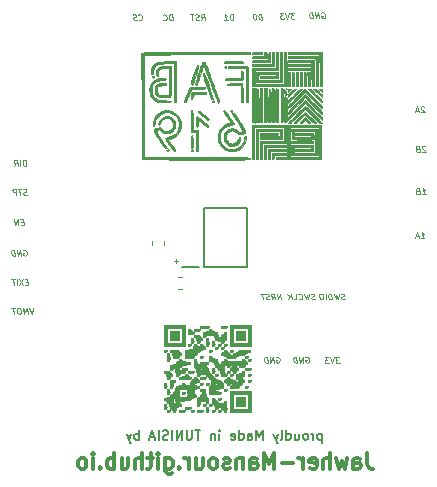
<source format=gbr>
G04 #@! TF.GenerationSoftware,KiCad,Pcbnew,(5.1.7)-1*
G04 #@! TF.CreationDate,2020-12-09T20:39:25+01:00*
G04 #@! TF.ProjectId,Stepper Servo,53746570-7065-4722-9053-6572766f2e6b,v1.0*
G04 #@! TF.SameCoordinates,Original*
G04 #@! TF.FileFunction,Legend,Bot*
G04 #@! TF.FilePolarity,Positive*
%FSLAX46Y46*%
G04 Gerber Fmt 4.6, Leading zero omitted, Abs format (unit mm)*
G04 Created by KiCad (PCBNEW (5.1.7)-1) date 2020-12-09 20:39:25*
%MOMM*%
%LPD*%
G01*
G04 APERTURE LIST*
%ADD10C,0.100000*%
%ADD11C,0.200000*%
%ADD12C,0.300000*%
%ADD13C,0.010000*%
%ADD14C,0.120000*%
G04 APERTURE END LIST*
D10*
X206502619Y-60973809D02*
X206475833Y-60950000D01*
X206425238Y-60926190D01*
X206306190Y-60926190D01*
X206261547Y-60950000D01*
X206240714Y-60973809D01*
X206222857Y-61021428D01*
X206228809Y-61069047D01*
X206261547Y-61140476D01*
X206582976Y-61426190D01*
X206273452Y-61426190D01*
X206065119Y-61283333D02*
X205827023Y-61283333D01*
X206130595Y-61426190D02*
X205901428Y-60926190D01*
X205797261Y-61426190D01*
X206588333Y-64323809D02*
X206561547Y-64300000D01*
X206510952Y-64276190D01*
X206391904Y-64276190D01*
X206347261Y-64300000D01*
X206326428Y-64323809D01*
X206308571Y-64371428D01*
X206314523Y-64419047D01*
X206347261Y-64490476D01*
X206668690Y-64776190D01*
X206359166Y-64776190D01*
X205945476Y-64514285D02*
X205877023Y-64538095D01*
X205856190Y-64561904D01*
X205838333Y-64609523D01*
X205847261Y-64680952D01*
X205877023Y-64728571D01*
X205903809Y-64752380D01*
X205954404Y-64776190D01*
X206144880Y-64776190D01*
X206082380Y-64276190D01*
X205915714Y-64276190D01*
X205871071Y-64300000D01*
X205850238Y-64323809D01*
X205832380Y-64371428D01*
X205838333Y-64419047D01*
X205868095Y-64466666D01*
X205894880Y-64490476D01*
X205945476Y-64514285D01*
X206112142Y-64514285D01*
X206359166Y-68376190D02*
X206644880Y-68376190D01*
X206502023Y-68376190D02*
X206439523Y-67876190D01*
X206496071Y-67947619D01*
X206549642Y-67995238D01*
X206600238Y-68019047D01*
X205945476Y-68114285D02*
X205877023Y-68138095D01*
X205856190Y-68161904D01*
X205838333Y-68209523D01*
X205847261Y-68280952D01*
X205877023Y-68328571D01*
X205903809Y-68352380D01*
X205954404Y-68376190D01*
X206144880Y-68376190D01*
X206082380Y-67876190D01*
X205915714Y-67876190D01*
X205871071Y-67900000D01*
X205850238Y-67923809D01*
X205832380Y-67971428D01*
X205838333Y-68019047D01*
X205868095Y-68066666D01*
X205894880Y-68090476D01*
X205945476Y-68114285D01*
X206112142Y-68114285D01*
X206273452Y-72076190D02*
X206559166Y-72076190D01*
X206416309Y-72076190D02*
X206353809Y-71576190D01*
X206410357Y-71647619D01*
X206463928Y-71695238D01*
X206514523Y-71719047D01*
X206065119Y-71933333D02*
X205827023Y-71933333D01*
X206130595Y-72076190D02*
X205901428Y-71576190D01*
X205797261Y-72076190D01*
X193973452Y-82150000D02*
X194018095Y-82126190D01*
X194089523Y-82126190D01*
X194163928Y-82150000D01*
X194217500Y-82197619D01*
X194247261Y-82245238D01*
X194282976Y-82340476D01*
X194291904Y-82411904D01*
X194280000Y-82507142D01*
X194262142Y-82554761D01*
X194220476Y-82602380D01*
X194152023Y-82626190D01*
X194104404Y-82626190D01*
X194030000Y-82602380D01*
X194003214Y-82578571D01*
X193982380Y-82411904D01*
X194077619Y-82411904D01*
X193794880Y-82626190D02*
X193732380Y-82126190D01*
X193509166Y-82626190D01*
X193446666Y-82126190D01*
X193271071Y-82626190D02*
X193208571Y-82126190D01*
X193089523Y-82126190D01*
X193021071Y-82150000D01*
X192979404Y-82197619D01*
X192961547Y-82245238D01*
X192949642Y-82340476D01*
X192958571Y-82411904D01*
X192994285Y-82507142D01*
X193024047Y-82554761D01*
X193077619Y-82602380D01*
X193152023Y-82626190D01*
X193271071Y-82626190D01*
X196473452Y-82150000D02*
X196518095Y-82126190D01*
X196589523Y-82126190D01*
X196663928Y-82150000D01*
X196717500Y-82197619D01*
X196747261Y-82245238D01*
X196782976Y-82340476D01*
X196791904Y-82411904D01*
X196780000Y-82507142D01*
X196762142Y-82554761D01*
X196720476Y-82602380D01*
X196652023Y-82626190D01*
X196604404Y-82626190D01*
X196530000Y-82602380D01*
X196503214Y-82578571D01*
X196482380Y-82411904D01*
X196577619Y-82411904D01*
X196294880Y-82626190D02*
X196232380Y-82126190D01*
X196009166Y-82626190D01*
X195946666Y-82126190D01*
X195771071Y-82626190D02*
X195708571Y-82126190D01*
X195589523Y-82126190D01*
X195521071Y-82150000D01*
X195479404Y-82197619D01*
X195461547Y-82245238D01*
X195449642Y-82340476D01*
X195458571Y-82411904D01*
X195494285Y-82507142D01*
X195524047Y-82554761D01*
X195577619Y-82602380D01*
X195652023Y-82626190D01*
X195771071Y-82626190D01*
X199308571Y-82176190D02*
X198999047Y-82176190D01*
X199189523Y-82366666D01*
X199118095Y-82366666D01*
X199073452Y-82390476D01*
X199052619Y-82414285D01*
X199034761Y-82461904D01*
X199049642Y-82580952D01*
X199079404Y-82628571D01*
X199106190Y-82652380D01*
X199156785Y-82676190D01*
X199299642Y-82676190D01*
X199344285Y-82652380D01*
X199365119Y-82628571D01*
X198856190Y-82176190D02*
X198752023Y-82676190D01*
X198522857Y-82176190D01*
X198403809Y-82176190D02*
X198094285Y-82176190D01*
X198284761Y-82366666D01*
X198213333Y-82366666D01*
X198168690Y-82390476D01*
X198147857Y-82414285D01*
X198130000Y-82461904D01*
X198144880Y-82580952D01*
X198174642Y-82628571D01*
X198201428Y-82652380D01*
X198252023Y-82676190D01*
X198394880Y-82676190D01*
X198439523Y-82652380D01*
X198460357Y-82628571D01*
X199808571Y-77252380D02*
X199740119Y-77276190D01*
X199621071Y-77276190D01*
X199570476Y-77252380D01*
X199543690Y-77228571D01*
X199513928Y-77180952D01*
X199507976Y-77133333D01*
X199525833Y-77085714D01*
X199546666Y-77061904D01*
X199591309Y-77038095D01*
X199683571Y-77014285D01*
X199728214Y-76990476D01*
X199749047Y-76966666D01*
X199766904Y-76919047D01*
X199760952Y-76871428D01*
X199731190Y-76823809D01*
X199704404Y-76800000D01*
X199653809Y-76776190D01*
X199534761Y-76776190D01*
X199466309Y-76800000D01*
X199296666Y-76776190D02*
X199240119Y-77276190D01*
X199100238Y-76919047D01*
X199049642Y-77276190D01*
X198868095Y-76776190D01*
X198740119Y-77276190D02*
X198677619Y-76776190D01*
X198558571Y-76776190D01*
X198490119Y-76800000D01*
X198448452Y-76847619D01*
X198430595Y-76895238D01*
X198418690Y-76990476D01*
X198427619Y-77061904D01*
X198463333Y-77157142D01*
X198493095Y-77204761D01*
X198546666Y-77252380D01*
X198621071Y-77276190D01*
X198740119Y-77276190D01*
X198240119Y-77276190D02*
X198177619Y-76776190D01*
X197844285Y-76776190D02*
X197749047Y-76776190D01*
X197704404Y-76800000D01*
X197662738Y-76847619D01*
X197650833Y-76942857D01*
X197671666Y-77109523D01*
X197707380Y-77204761D01*
X197760952Y-77252380D01*
X197811547Y-77276190D01*
X197906785Y-77276190D01*
X197951428Y-77252380D01*
X197993095Y-77204761D01*
X198005000Y-77109523D01*
X197984166Y-76942857D01*
X197948452Y-76847619D01*
X197894880Y-76800000D01*
X197844285Y-76776190D01*
X197280000Y-77252380D02*
X197211547Y-77276190D01*
X197092500Y-77276190D01*
X197041904Y-77252380D01*
X197015119Y-77228571D01*
X196985357Y-77180952D01*
X196979404Y-77133333D01*
X196997261Y-77085714D01*
X197018095Y-77061904D01*
X197062738Y-77038095D01*
X197155000Y-77014285D01*
X197199642Y-76990476D01*
X197220476Y-76966666D01*
X197238333Y-76919047D01*
X197232380Y-76871428D01*
X197202619Y-76823809D01*
X197175833Y-76800000D01*
X197125238Y-76776190D01*
X197006190Y-76776190D01*
X196937738Y-76800000D01*
X196768095Y-76776190D02*
X196711547Y-77276190D01*
X196571666Y-76919047D01*
X196521071Y-77276190D01*
X196339523Y-76776190D01*
X195919880Y-77228571D02*
X195946666Y-77252380D01*
X196021071Y-77276190D01*
X196068690Y-77276190D01*
X196137142Y-77252380D01*
X196178809Y-77204761D01*
X196196666Y-77157142D01*
X196208571Y-77061904D01*
X196199642Y-76990476D01*
X196163928Y-76895238D01*
X196134166Y-76847619D01*
X196080595Y-76800000D01*
X196006190Y-76776190D01*
X195958571Y-76776190D01*
X195890119Y-76800000D01*
X195869285Y-76823809D01*
X195473452Y-77276190D02*
X195711547Y-77276190D01*
X195649047Y-76776190D01*
X195306785Y-77276190D02*
X195244285Y-76776190D01*
X195021071Y-77276190D02*
X195199642Y-76990476D01*
X194958571Y-76776190D02*
X195280000Y-77061904D01*
X194423452Y-77276190D02*
X194360952Y-76776190D01*
X194137738Y-77276190D01*
X194075238Y-76776190D01*
X193613928Y-77276190D02*
X193750833Y-77038095D01*
X193899642Y-77276190D02*
X193837142Y-76776190D01*
X193646666Y-76776190D01*
X193602023Y-76800000D01*
X193581190Y-76823809D01*
X193563333Y-76871428D01*
X193572261Y-76942857D01*
X193602023Y-76990476D01*
X193628809Y-77014285D01*
X193679404Y-77038095D01*
X193869880Y-77038095D01*
X193420476Y-77252380D02*
X193352023Y-77276190D01*
X193232976Y-77276190D01*
X193182380Y-77252380D01*
X193155595Y-77228571D01*
X193125833Y-77180952D01*
X193119880Y-77133333D01*
X193137738Y-77085714D01*
X193158571Y-77061904D01*
X193203214Y-77038095D01*
X193295476Y-77014285D01*
X193340119Y-76990476D01*
X193360952Y-76966666D01*
X193378809Y-76919047D01*
X193372857Y-76871428D01*
X193343095Y-76823809D01*
X193316309Y-76800000D01*
X193265714Y-76776190D01*
X193146666Y-76776190D01*
X193078214Y-76800000D01*
X192932380Y-76776190D02*
X192646666Y-76776190D01*
X192852023Y-77276190D02*
X192789523Y-76776190D01*
X197823452Y-53000000D02*
X197868095Y-52976190D01*
X197939523Y-52976190D01*
X198013928Y-53000000D01*
X198067500Y-53047619D01*
X198097261Y-53095238D01*
X198132976Y-53190476D01*
X198141904Y-53261904D01*
X198130000Y-53357142D01*
X198112142Y-53404761D01*
X198070476Y-53452380D01*
X198002023Y-53476190D01*
X197954404Y-53476190D01*
X197880000Y-53452380D01*
X197853214Y-53428571D01*
X197832380Y-53261904D01*
X197927619Y-53261904D01*
X197644880Y-53476190D02*
X197582380Y-52976190D01*
X197359166Y-53476190D01*
X197296666Y-52976190D01*
X197121071Y-53476190D02*
X197058571Y-52976190D01*
X196939523Y-52976190D01*
X196871071Y-53000000D01*
X196829404Y-53047619D01*
X196811547Y-53095238D01*
X196799642Y-53190476D01*
X196808571Y-53261904D01*
X196844285Y-53357142D01*
X196874047Y-53404761D01*
X196927619Y-53452380D01*
X197002023Y-53476190D01*
X197121071Y-53476190D01*
X195508571Y-53026190D02*
X195199047Y-53026190D01*
X195389523Y-53216666D01*
X195318095Y-53216666D01*
X195273452Y-53240476D01*
X195252619Y-53264285D01*
X195234761Y-53311904D01*
X195249642Y-53430952D01*
X195279404Y-53478571D01*
X195306190Y-53502380D01*
X195356785Y-53526190D01*
X195499642Y-53526190D01*
X195544285Y-53502380D01*
X195565119Y-53478571D01*
X195056190Y-53026190D02*
X194952023Y-53526190D01*
X194722857Y-53026190D01*
X194603809Y-53026190D02*
X194294285Y-53026190D01*
X194484761Y-53216666D01*
X194413333Y-53216666D01*
X194368690Y-53240476D01*
X194347857Y-53264285D01*
X194330000Y-53311904D01*
X194344880Y-53430952D01*
X194374642Y-53478571D01*
X194401428Y-53502380D01*
X194452023Y-53526190D01*
X194594880Y-53526190D01*
X194639523Y-53502380D01*
X194660357Y-53478571D01*
X192821071Y-53576190D02*
X192758571Y-53076190D01*
X192639523Y-53076190D01*
X192571071Y-53100000D01*
X192529404Y-53147619D01*
X192511547Y-53195238D01*
X192499642Y-53290476D01*
X192508571Y-53361904D01*
X192544285Y-53457142D01*
X192574047Y-53504761D01*
X192627619Y-53552380D01*
X192702023Y-53576190D01*
X192821071Y-53576190D01*
X192163333Y-53076190D02*
X192115714Y-53076190D01*
X192071071Y-53100000D01*
X192050238Y-53123809D01*
X192032380Y-53171428D01*
X192020476Y-53266666D01*
X192035357Y-53385714D01*
X192071071Y-53480952D01*
X192100833Y-53528571D01*
X192127619Y-53552380D01*
X192178214Y-53576190D01*
X192225833Y-53576190D01*
X192270476Y-53552380D01*
X192291309Y-53528571D01*
X192309166Y-53480952D01*
X192321071Y-53385714D01*
X192306190Y-53266666D01*
X192270476Y-53171428D01*
X192240714Y-53123809D01*
X192213928Y-53100000D01*
X192163333Y-53076190D01*
X190371071Y-53626190D02*
X190308571Y-53126190D01*
X190189523Y-53126190D01*
X190121071Y-53150000D01*
X190079404Y-53197619D01*
X190061547Y-53245238D01*
X190049642Y-53340476D01*
X190058571Y-53411904D01*
X190094285Y-53507142D01*
X190124047Y-53554761D01*
X190177619Y-53602380D01*
X190252023Y-53626190D01*
X190371071Y-53626190D01*
X189609166Y-53626190D02*
X189894880Y-53626190D01*
X189752023Y-53626190D02*
X189689523Y-53126190D01*
X189746071Y-53197619D01*
X189799642Y-53245238D01*
X189850238Y-53269047D01*
X187675833Y-53626190D02*
X187812738Y-53388095D01*
X187961547Y-53626190D02*
X187899047Y-53126190D01*
X187708571Y-53126190D01*
X187663928Y-53150000D01*
X187643095Y-53173809D01*
X187625238Y-53221428D01*
X187634166Y-53292857D01*
X187663928Y-53340476D01*
X187690714Y-53364285D01*
X187741309Y-53388095D01*
X187931785Y-53388095D01*
X187482380Y-53602380D02*
X187413928Y-53626190D01*
X187294880Y-53626190D01*
X187244285Y-53602380D01*
X187217500Y-53578571D01*
X187187738Y-53530952D01*
X187181785Y-53483333D01*
X187199642Y-53435714D01*
X187220476Y-53411904D01*
X187265119Y-53388095D01*
X187357380Y-53364285D01*
X187402023Y-53340476D01*
X187422857Y-53316666D01*
X187440714Y-53269047D01*
X187434761Y-53221428D01*
X187405000Y-53173809D01*
X187378214Y-53150000D01*
X187327619Y-53126190D01*
X187208571Y-53126190D01*
X187140119Y-53150000D01*
X186994285Y-53126190D02*
X186708571Y-53126190D01*
X186913928Y-53626190D02*
X186851428Y-53126190D01*
X185232976Y-53626190D02*
X185170476Y-53126190D01*
X185051428Y-53126190D01*
X184982976Y-53150000D01*
X184941309Y-53197619D01*
X184923452Y-53245238D01*
X184911547Y-53340476D01*
X184920476Y-53411904D01*
X184956190Y-53507142D01*
X184985952Y-53554761D01*
X185039523Y-53602380D01*
X185113928Y-53626190D01*
X185232976Y-53626190D01*
X184441309Y-53578571D02*
X184468095Y-53602380D01*
X184542500Y-53626190D01*
X184590119Y-53626190D01*
X184658571Y-53602380D01*
X184700238Y-53554761D01*
X184718095Y-53507142D01*
X184730000Y-53411904D01*
X184721071Y-53340476D01*
X184685357Y-53245238D01*
X184655595Y-53197619D01*
X184602023Y-53150000D01*
X184527619Y-53126190D01*
X184480000Y-53126190D01*
X184411547Y-53150000D01*
X184390714Y-53173809D01*
X182379404Y-53578571D02*
X182406190Y-53602380D01*
X182480595Y-53626190D01*
X182528214Y-53626190D01*
X182596666Y-53602380D01*
X182638333Y-53554761D01*
X182656190Y-53507142D01*
X182668095Y-53411904D01*
X182659166Y-53340476D01*
X182623452Y-53245238D01*
X182593690Y-53197619D01*
X182540119Y-53150000D01*
X182465714Y-53126190D01*
X182418095Y-53126190D01*
X182349642Y-53150000D01*
X182328809Y-53173809D01*
X182191904Y-53602380D02*
X182123452Y-53626190D01*
X182004404Y-53626190D01*
X181953809Y-53602380D01*
X181927023Y-53578571D01*
X181897261Y-53530952D01*
X181891309Y-53483333D01*
X181909166Y-53435714D01*
X181930000Y-53411904D01*
X181974642Y-53388095D01*
X182066904Y-53364285D01*
X182111547Y-53340476D01*
X182132380Y-53316666D01*
X182150238Y-53269047D01*
X182144285Y-53221428D01*
X182114523Y-53173809D01*
X182087738Y-53150000D01*
X182037142Y-53126190D01*
X181918095Y-53126190D01*
X181849642Y-53150000D01*
X173394285Y-77976190D02*
X173290119Y-78476190D01*
X173060952Y-77976190D01*
X172956785Y-78476190D02*
X172894285Y-77976190D01*
X172772261Y-78333333D01*
X172560952Y-77976190D01*
X172623452Y-78476190D01*
X172227619Y-77976190D02*
X172132380Y-77976190D01*
X172087738Y-78000000D01*
X172046071Y-78047619D01*
X172034166Y-78142857D01*
X172055000Y-78309523D01*
X172090714Y-78404761D01*
X172144285Y-78452380D01*
X172194880Y-78476190D01*
X172290119Y-78476190D01*
X172334761Y-78452380D01*
X172376428Y-78404761D01*
X172388333Y-78309523D01*
X172367500Y-78142857D01*
X172331785Y-78047619D01*
X172278214Y-78000000D01*
X172227619Y-77976190D01*
X171870476Y-77976190D02*
X171584761Y-77976190D01*
X171790119Y-78476190D02*
X171727619Y-77976190D01*
X172974047Y-75764285D02*
X172807380Y-75764285D01*
X172768690Y-76026190D02*
X173006785Y-76026190D01*
X172944285Y-75526190D01*
X172706190Y-75526190D01*
X172539523Y-75526190D02*
X172268690Y-76026190D01*
X172206190Y-75526190D02*
X172602023Y-76026190D01*
X172078214Y-76026190D02*
X172015714Y-75526190D01*
X171849047Y-75526190D02*
X171563333Y-75526190D01*
X171768690Y-76026190D02*
X171706190Y-75526190D01*
X172573452Y-73100000D02*
X172618095Y-73076190D01*
X172689523Y-73076190D01*
X172763928Y-73100000D01*
X172817500Y-73147619D01*
X172847261Y-73195238D01*
X172882976Y-73290476D01*
X172891904Y-73361904D01*
X172880000Y-73457142D01*
X172862142Y-73504761D01*
X172820476Y-73552380D01*
X172752023Y-73576190D01*
X172704404Y-73576190D01*
X172630000Y-73552380D01*
X172603214Y-73528571D01*
X172582380Y-73361904D01*
X172677619Y-73361904D01*
X172394880Y-73576190D02*
X172332380Y-73076190D01*
X172109166Y-73576190D01*
X172046666Y-73076190D01*
X171871071Y-73576190D02*
X171808571Y-73076190D01*
X171689523Y-73076190D01*
X171621071Y-73100000D01*
X171579404Y-73147619D01*
X171561547Y-73195238D01*
X171549642Y-73290476D01*
X171558571Y-73361904D01*
X171594285Y-73457142D01*
X171624047Y-73504761D01*
X171677619Y-73552380D01*
X171752023Y-73576190D01*
X171871071Y-73576190D01*
X172588333Y-70714285D02*
X172421666Y-70714285D01*
X172382976Y-70976190D02*
X172621071Y-70976190D01*
X172558571Y-70476190D01*
X172320476Y-70476190D01*
X172168690Y-70976190D02*
X172106190Y-70476190D01*
X171882976Y-70976190D01*
X171820476Y-70476190D01*
X172882380Y-68402380D02*
X172813928Y-68426190D01*
X172694880Y-68426190D01*
X172644285Y-68402380D01*
X172617500Y-68378571D01*
X172587738Y-68330952D01*
X172581785Y-68283333D01*
X172599642Y-68235714D01*
X172620476Y-68211904D01*
X172665119Y-68188095D01*
X172757380Y-68164285D01*
X172802023Y-68140476D01*
X172822857Y-68116666D01*
X172840714Y-68069047D01*
X172834761Y-68021428D01*
X172805000Y-67973809D01*
X172778214Y-67950000D01*
X172727619Y-67926190D01*
X172608571Y-67926190D01*
X172540119Y-67950000D01*
X172394285Y-67926190D02*
X172108571Y-67926190D01*
X172313928Y-68426190D02*
X172251428Y-67926190D01*
X172004404Y-68426190D02*
X171941904Y-67926190D01*
X171751428Y-67926190D01*
X171706785Y-67950000D01*
X171685952Y-67973809D01*
X171668095Y-68021428D01*
X171677023Y-68092857D01*
X171706785Y-68140476D01*
X171733571Y-68164285D01*
X171784166Y-68188095D01*
X171974642Y-68188095D01*
X172852023Y-65976190D02*
X172789523Y-65476190D01*
X172670476Y-65476190D01*
X172602023Y-65500000D01*
X172560357Y-65547619D01*
X172542500Y-65595238D01*
X172530595Y-65690476D01*
X172539523Y-65761904D01*
X172575238Y-65857142D01*
X172605000Y-65904761D01*
X172658571Y-65952380D01*
X172732976Y-65976190D01*
X172852023Y-65976190D01*
X172352023Y-65976190D02*
X172289523Y-65476190D01*
X171828214Y-65976190D02*
X171965119Y-65738095D01*
X172113928Y-65976190D02*
X172051428Y-65476190D01*
X171860952Y-65476190D01*
X171816309Y-65500000D01*
X171795476Y-65523809D01*
X171777619Y-65571428D01*
X171786547Y-65642857D01*
X171816309Y-65690476D01*
X171843095Y-65714285D01*
X171893690Y-65738095D01*
X172084166Y-65738095D01*
X185347619Y-74028571D02*
X185652380Y-74028571D01*
X185500000Y-74180952D02*
X185500000Y-73876190D01*
D11*
X197878571Y-88628571D02*
X197878571Y-89428571D01*
X197878571Y-88666666D02*
X197802380Y-88628571D01*
X197650000Y-88628571D01*
X197573809Y-88666666D01*
X197535714Y-88704761D01*
X197497619Y-88780952D01*
X197497619Y-89009523D01*
X197535714Y-89085714D01*
X197573809Y-89123809D01*
X197650000Y-89161904D01*
X197802380Y-89161904D01*
X197878571Y-89123809D01*
X197154761Y-89161904D02*
X197154761Y-88628571D01*
X197154761Y-88780952D02*
X197116666Y-88704761D01*
X197078571Y-88666666D01*
X197002380Y-88628571D01*
X196926190Y-88628571D01*
X196545238Y-89161904D02*
X196621428Y-89123809D01*
X196659523Y-89085714D01*
X196697619Y-89009523D01*
X196697619Y-88780952D01*
X196659523Y-88704761D01*
X196621428Y-88666666D01*
X196545238Y-88628571D01*
X196430952Y-88628571D01*
X196354761Y-88666666D01*
X196316666Y-88704761D01*
X196278571Y-88780952D01*
X196278571Y-89009523D01*
X196316666Y-89085714D01*
X196354761Y-89123809D01*
X196430952Y-89161904D01*
X196545238Y-89161904D01*
X195592857Y-88628571D02*
X195592857Y-89161904D01*
X195935714Y-88628571D02*
X195935714Y-89047619D01*
X195897619Y-89123809D01*
X195821428Y-89161904D01*
X195707142Y-89161904D01*
X195630952Y-89123809D01*
X195592857Y-89085714D01*
X194869047Y-89161904D02*
X194869047Y-88361904D01*
X194869047Y-89123809D02*
X194945238Y-89161904D01*
X195097619Y-89161904D01*
X195173809Y-89123809D01*
X195211904Y-89085714D01*
X195250000Y-89009523D01*
X195250000Y-88780952D01*
X195211904Y-88704761D01*
X195173809Y-88666666D01*
X195097619Y-88628571D01*
X194945238Y-88628571D01*
X194869047Y-88666666D01*
X194373809Y-89161904D02*
X194450000Y-89123809D01*
X194488095Y-89047619D01*
X194488095Y-88361904D01*
X194145238Y-88628571D02*
X193954761Y-89161904D01*
X193764285Y-88628571D02*
X193954761Y-89161904D01*
X194030952Y-89352380D01*
X194069047Y-89390476D01*
X194145238Y-89428571D01*
X192850000Y-89161904D02*
X192850000Y-88361904D01*
X192583333Y-88933333D01*
X192316666Y-88361904D01*
X192316666Y-89161904D01*
X191592857Y-89161904D02*
X191592857Y-88742857D01*
X191630952Y-88666666D01*
X191707142Y-88628571D01*
X191859523Y-88628571D01*
X191935714Y-88666666D01*
X191592857Y-89123809D02*
X191669047Y-89161904D01*
X191859523Y-89161904D01*
X191935714Y-89123809D01*
X191973809Y-89047619D01*
X191973809Y-88971428D01*
X191935714Y-88895238D01*
X191859523Y-88857142D01*
X191669047Y-88857142D01*
X191592857Y-88819047D01*
X190869047Y-89161904D02*
X190869047Y-88361904D01*
X190869047Y-89123809D02*
X190945238Y-89161904D01*
X191097619Y-89161904D01*
X191173809Y-89123809D01*
X191211904Y-89085714D01*
X191250000Y-89009523D01*
X191250000Y-88780952D01*
X191211904Y-88704761D01*
X191173809Y-88666666D01*
X191097619Y-88628571D01*
X190945238Y-88628571D01*
X190869047Y-88666666D01*
X190183333Y-89123809D02*
X190259523Y-89161904D01*
X190411904Y-89161904D01*
X190488095Y-89123809D01*
X190526190Y-89047619D01*
X190526190Y-88742857D01*
X190488095Y-88666666D01*
X190411904Y-88628571D01*
X190259523Y-88628571D01*
X190183333Y-88666666D01*
X190145238Y-88742857D01*
X190145238Y-88819047D01*
X190526190Y-88895238D01*
X189192857Y-89161904D02*
X189192857Y-88628571D01*
X189192857Y-88361904D02*
X189230952Y-88400000D01*
X189192857Y-88438095D01*
X189154761Y-88400000D01*
X189192857Y-88361904D01*
X189192857Y-88438095D01*
X188811904Y-88628571D02*
X188811904Y-89161904D01*
X188811904Y-88704761D02*
X188773809Y-88666666D01*
X188697619Y-88628571D01*
X188583333Y-88628571D01*
X188507142Y-88666666D01*
X188469047Y-88742857D01*
X188469047Y-89161904D01*
X187592857Y-88361904D02*
X187135714Y-88361904D01*
X187364285Y-89161904D02*
X187364285Y-88361904D01*
X186869047Y-88361904D02*
X186869047Y-89009523D01*
X186830952Y-89085714D01*
X186792857Y-89123809D01*
X186716666Y-89161904D01*
X186564285Y-89161904D01*
X186488095Y-89123809D01*
X186450000Y-89085714D01*
X186411904Y-89009523D01*
X186411904Y-88361904D01*
X186030952Y-89161904D02*
X186030952Y-88361904D01*
X185573809Y-89161904D01*
X185573809Y-88361904D01*
X185192857Y-89161904D02*
X185192857Y-88361904D01*
X184850000Y-89123809D02*
X184735714Y-89161904D01*
X184545238Y-89161904D01*
X184469047Y-89123809D01*
X184430952Y-89085714D01*
X184392857Y-89009523D01*
X184392857Y-88933333D01*
X184430952Y-88857142D01*
X184469047Y-88819047D01*
X184545238Y-88780952D01*
X184697619Y-88742857D01*
X184773809Y-88704761D01*
X184811904Y-88666666D01*
X184850000Y-88590476D01*
X184850000Y-88514285D01*
X184811904Y-88438095D01*
X184773809Y-88400000D01*
X184697619Y-88361904D01*
X184507142Y-88361904D01*
X184392857Y-88400000D01*
X184050000Y-89161904D02*
X184050000Y-88361904D01*
X183707142Y-88933333D02*
X183326190Y-88933333D01*
X183783333Y-89161904D02*
X183516666Y-88361904D01*
X183250000Y-89161904D01*
X182373809Y-89161904D02*
X182373809Y-88361904D01*
X182373809Y-88666666D02*
X182297619Y-88628571D01*
X182145238Y-88628571D01*
X182069047Y-88666666D01*
X182030952Y-88704761D01*
X181992857Y-88780952D01*
X181992857Y-89009523D01*
X182030952Y-89085714D01*
X182069047Y-89123809D01*
X182145238Y-89161904D01*
X182297619Y-89161904D01*
X182373809Y-89123809D01*
X181726190Y-88628571D02*
X181535714Y-89161904D01*
X181345238Y-88628571D02*
X181535714Y-89161904D01*
X181611904Y-89352380D01*
X181650000Y-89390476D01*
X181726190Y-89428571D01*
D12*
X201709523Y-90288095D02*
X201709523Y-91216666D01*
X201771428Y-91402380D01*
X201895238Y-91526190D01*
X202080952Y-91588095D01*
X202204761Y-91588095D01*
X200533333Y-91588095D02*
X200533333Y-90907142D01*
X200595238Y-90783333D01*
X200719047Y-90721428D01*
X200966666Y-90721428D01*
X201090476Y-90783333D01*
X200533333Y-91526190D02*
X200657142Y-91588095D01*
X200966666Y-91588095D01*
X201090476Y-91526190D01*
X201152380Y-91402380D01*
X201152380Y-91278571D01*
X201090476Y-91154761D01*
X200966666Y-91092857D01*
X200657142Y-91092857D01*
X200533333Y-91030952D01*
X200038095Y-90721428D02*
X199790476Y-91588095D01*
X199542857Y-90969047D01*
X199295238Y-91588095D01*
X199047619Y-90721428D01*
X198552380Y-91588095D02*
X198552380Y-90288095D01*
X197995238Y-91588095D02*
X197995238Y-90907142D01*
X198057142Y-90783333D01*
X198180952Y-90721428D01*
X198366666Y-90721428D01*
X198490476Y-90783333D01*
X198552380Y-90845238D01*
X196880952Y-91526190D02*
X197004761Y-91588095D01*
X197252380Y-91588095D01*
X197376190Y-91526190D01*
X197438095Y-91402380D01*
X197438095Y-90907142D01*
X197376190Y-90783333D01*
X197252380Y-90721428D01*
X197004761Y-90721428D01*
X196880952Y-90783333D01*
X196819047Y-90907142D01*
X196819047Y-91030952D01*
X197438095Y-91154761D01*
X196261904Y-91588095D02*
X196261904Y-90721428D01*
X196261904Y-90969047D02*
X196200000Y-90845238D01*
X196138095Y-90783333D01*
X196014285Y-90721428D01*
X195890476Y-90721428D01*
X195457142Y-91092857D02*
X194466666Y-91092857D01*
X193847619Y-91588095D02*
X193847619Y-90288095D01*
X193414285Y-91216666D01*
X192980952Y-90288095D01*
X192980952Y-91588095D01*
X191804761Y-91588095D02*
X191804761Y-90907142D01*
X191866666Y-90783333D01*
X191990476Y-90721428D01*
X192238095Y-90721428D01*
X192361904Y-90783333D01*
X191804761Y-91526190D02*
X191928571Y-91588095D01*
X192238095Y-91588095D01*
X192361904Y-91526190D01*
X192423809Y-91402380D01*
X192423809Y-91278571D01*
X192361904Y-91154761D01*
X192238095Y-91092857D01*
X191928571Y-91092857D01*
X191804761Y-91030952D01*
X191185714Y-90721428D02*
X191185714Y-91588095D01*
X191185714Y-90845238D02*
X191123809Y-90783333D01*
X191000000Y-90721428D01*
X190814285Y-90721428D01*
X190690476Y-90783333D01*
X190628571Y-90907142D01*
X190628571Y-91588095D01*
X190071428Y-91526190D02*
X189947619Y-91588095D01*
X189700000Y-91588095D01*
X189576190Y-91526190D01*
X189514285Y-91402380D01*
X189514285Y-91340476D01*
X189576190Y-91216666D01*
X189700000Y-91154761D01*
X189885714Y-91154761D01*
X190009523Y-91092857D01*
X190071428Y-90969047D01*
X190071428Y-90907142D01*
X190009523Y-90783333D01*
X189885714Y-90721428D01*
X189700000Y-90721428D01*
X189576190Y-90783333D01*
X188771428Y-91588095D02*
X188895238Y-91526190D01*
X188957142Y-91464285D01*
X189019047Y-91340476D01*
X189019047Y-90969047D01*
X188957142Y-90845238D01*
X188895238Y-90783333D01*
X188771428Y-90721428D01*
X188585714Y-90721428D01*
X188461904Y-90783333D01*
X188400000Y-90845238D01*
X188338095Y-90969047D01*
X188338095Y-91340476D01*
X188400000Y-91464285D01*
X188461904Y-91526190D01*
X188585714Y-91588095D01*
X188771428Y-91588095D01*
X187223809Y-90721428D02*
X187223809Y-91588095D01*
X187780952Y-90721428D02*
X187780952Y-91402380D01*
X187719047Y-91526190D01*
X187595238Y-91588095D01*
X187409523Y-91588095D01*
X187285714Y-91526190D01*
X187223809Y-91464285D01*
X186604761Y-91588095D02*
X186604761Y-90721428D01*
X186604761Y-90969047D02*
X186542857Y-90845238D01*
X186480952Y-90783333D01*
X186357142Y-90721428D01*
X186233333Y-90721428D01*
X185800000Y-91464285D02*
X185738095Y-91526190D01*
X185800000Y-91588095D01*
X185861904Y-91526190D01*
X185800000Y-91464285D01*
X185800000Y-91588095D01*
X184623809Y-90721428D02*
X184623809Y-91773809D01*
X184685714Y-91897619D01*
X184747619Y-91959523D01*
X184871428Y-92021428D01*
X185057142Y-92021428D01*
X185180952Y-91959523D01*
X184623809Y-91526190D02*
X184747619Y-91588095D01*
X184995238Y-91588095D01*
X185119047Y-91526190D01*
X185180952Y-91464285D01*
X185242857Y-91340476D01*
X185242857Y-90969047D01*
X185180952Y-90845238D01*
X185119047Y-90783333D01*
X184995238Y-90721428D01*
X184747619Y-90721428D01*
X184623809Y-90783333D01*
X184004761Y-91588095D02*
X184004761Y-90721428D01*
X184004761Y-90288095D02*
X184066666Y-90350000D01*
X184004761Y-90411904D01*
X183942857Y-90350000D01*
X184004761Y-90288095D01*
X184004761Y-90411904D01*
X183571428Y-90721428D02*
X183076190Y-90721428D01*
X183385714Y-90288095D02*
X183385714Y-91402380D01*
X183323809Y-91526190D01*
X183200000Y-91588095D01*
X183076190Y-91588095D01*
X182642857Y-91588095D02*
X182642857Y-90288095D01*
X182085714Y-91588095D02*
X182085714Y-90907142D01*
X182147619Y-90783333D01*
X182271428Y-90721428D01*
X182457142Y-90721428D01*
X182580952Y-90783333D01*
X182642857Y-90845238D01*
X180909523Y-90721428D02*
X180909523Y-91588095D01*
X181466666Y-90721428D02*
X181466666Y-91402380D01*
X181404761Y-91526190D01*
X181280952Y-91588095D01*
X181095238Y-91588095D01*
X180971428Y-91526190D01*
X180909523Y-91464285D01*
X180290476Y-91588095D02*
X180290476Y-90288095D01*
X180290476Y-90783333D02*
X180166666Y-90721428D01*
X179919047Y-90721428D01*
X179795238Y-90783333D01*
X179733333Y-90845238D01*
X179671428Y-90969047D01*
X179671428Y-91340476D01*
X179733333Y-91464285D01*
X179795238Y-91526190D01*
X179919047Y-91588095D01*
X180166666Y-91588095D01*
X180290476Y-91526190D01*
X179114285Y-91464285D02*
X179052380Y-91526190D01*
X179114285Y-91588095D01*
X179176190Y-91526190D01*
X179114285Y-91464285D01*
X179114285Y-91588095D01*
X178495238Y-91588095D02*
X178495238Y-90721428D01*
X178495238Y-90288095D02*
X178557142Y-90350000D01*
X178495238Y-90411904D01*
X178433333Y-90350000D01*
X178495238Y-90288095D01*
X178495238Y-90411904D01*
X177690476Y-91588095D02*
X177814285Y-91526190D01*
X177876190Y-91464285D01*
X177938095Y-91340476D01*
X177938095Y-90969047D01*
X177876190Y-90845238D01*
X177814285Y-90783333D01*
X177690476Y-90721428D01*
X177504761Y-90721428D01*
X177380952Y-90783333D01*
X177319047Y-90845238D01*
X177257142Y-90969047D01*
X177257142Y-91340476D01*
X177319047Y-91464285D01*
X177380952Y-91526190D01*
X177504761Y-91588095D01*
X177690476Y-91588095D01*
D13*
G36*
X184975000Y-80737000D02*
G01*
X185737000Y-80737000D01*
X185737000Y-79975000D01*
X184975000Y-79975000D01*
X184975000Y-80737000D01*
G37*
X184975000Y-80737000D02*
X185737000Y-80737000D01*
X185737000Y-79975000D01*
X184975000Y-79975000D01*
X184975000Y-80737000D01*
G36*
X190563000Y-80737000D02*
G01*
X191325000Y-80737000D01*
X191325000Y-79975000D01*
X190563000Y-79975000D01*
X190563000Y-80737000D01*
G37*
X190563000Y-80737000D02*
X191325000Y-80737000D01*
X191325000Y-79975000D01*
X190563000Y-79975000D01*
X190563000Y-80737000D01*
G36*
X186043521Y-85075789D02*
G01*
X186012976Y-85103519D01*
X186006889Y-85173541D01*
X186006875Y-85182000D01*
X186012731Y-85257427D01*
X186042382Y-85290832D01*
X186110281Y-85303090D01*
X186198411Y-85296781D01*
X186231855Y-85265711D01*
X186242225Y-85196978D01*
X186239574Y-85144621D01*
X186221009Y-85093778D01*
X186171960Y-85073440D01*
X186118000Y-85070875D01*
X186043521Y-85075789D01*
G37*
X186043521Y-85075789D02*
X186012976Y-85103519D01*
X186006889Y-85173541D01*
X186006875Y-85182000D01*
X186012731Y-85257427D01*
X186042382Y-85290832D01*
X186110281Y-85303090D01*
X186198411Y-85296781D01*
X186231855Y-85265711D01*
X186242225Y-85196978D01*
X186239574Y-85144621D01*
X186221009Y-85093778D01*
X186171960Y-85073440D01*
X186118000Y-85070875D01*
X186043521Y-85075789D01*
G36*
X190563000Y-86325000D02*
G01*
X191325000Y-86325000D01*
X191325000Y-85563000D01*
X190563000Y-85563000D01*
X190563000Y-86325000D01*
G37*
X190563000Y-86325000D02*
X191325000Y-86325000D01*
X191325000Y-85563000D01*
X190563000Y-85563000D01*
X190563000Y-86325000D01*
G36*
X187530875Y-79705125D02*
G01*
X187888658Y-79714107D01*
X188049742Y-79716663D01*
X188157788Y-79714051D01*
X188223126Y-79705243D01*
X188256082Y-79689213D01*
X188264232Y-79676729D01*
X188274294Y-79608910D01*
X188271574Y-79556621D01*
X188264633Y-79524988D01*
X188247072Y-79504005D01*
X188207768Y-79491486D01*
X188135599Y-79485248D01*
X188019441Y-79483106D01*
X187896000Y-79482875D01*
X187530875Y-79482875D01*
X187530875Y-79705125D01*
G37*
X187530875Y-79705125D02*
X187888658Y-79714107D01*
X188049742Y-79716663D01*
X188157788Y-79714051D01*
X188223126Y-79705243D01*
X188256082Y-79689213D01*
X188264232Y-79676729D01*
X188274294Y-79608910D01*
X188271574Y-79556621D01*
X188264633Y-79524988D01*
X188247072Y-79504005D01*
X188207768Y-79491486D01*
X188135599Y-79485248D01*
X188019441Y-79483106D01*
X187896000Y-79482875D01*
X187530875Y-79482875D01*
X187530875Y-79705125D01*
G36*
X189308875Y-79705125D02*
G01*
X189539522Y-79714462D01*
X189666359Y-79716583D01*
X189742503Y-79709054D01*
X189780280Y-79690023D01*
X189788095Y-79677084D01*
X189798269Y-79608935D01*
X189795574Y-79556621D01*
X189786044Y-79519009D01*
X189761410Y-79496973D01*
X189707721Y-79486377D01*
X189611029Y-79483080D01*
X189547000Y-79482875D01*
X189308875Y-79482875D01*
X189308875Y-79705125D01*
G37*
X189308875Y-79705125D02*
X189539522Y-79714462D01*
X189666359Y-79716583D01*
X189742503Y-79709054D01*
X189780280Y-79690023D01*
X189788095Y-79677084D01*
X189798269Y-79608935D01*
X189795574Y-79556621D01*
X189786044Y-79519009D01*
X189761410Y-79496973D01*
X189707721Y-79486377D01*
X189611029Y-79483080D01*
X189547000Y-79482875D01*
X189308875Y-79482875D01*
X189308875Y-79705125D01*
G36*
X187022875Y-79959125D02*
G01*
X187253522Y-79968462D01*
X187380359Y-79970583D01*
X187456503Y-79963054D01*
X187494280Y-79944023D01*
X187502095Y-79931084D01*
X187512269Y-79862935D01*
X187509574Y-79810621D01*
X187500044Y-79773009D01*
X187475410Y-79750973D01*
X187421721Y-79740377D01*
X187325029Y-79737080D01*
X187261000Y-79736875D01*
X187022875Y-79736875D01*
X187022875Y-79959125D01*
G37*
X187022875Y-79959125D02*
X187253522Y-79968462D01*
X187380359Y-79970583D01*
X187456503Y-79963054D01*
X187494280Y-79944023D01*
X187502095Y-79931084D01*
X187512269Y-79862935D01*
X187509574Y-79810621D01*
X187500044Y-79773009D01*
X187475410Y-79750973D01*
X187421721Y-79740377D01*
X187325029Y-79737080D01*
X187261000Y-79736875D01*
X187022875Y-79736875D01*
X187022875Y-79959125D01*
G36*
X186514875Y-80213125D02*
G01*
X186745522Y-80222462D01*
X186872359Y-80224583D01*
X186948503Y-80217054D01*
X186986280Y-80198023D01*
X186994095Y-80185084D01*
X187004269Y-80116935D01*
X187001574Y-80064621D01*
X186978181Y-80009863D01*
X186916522Y-79981511D01*
X186880000Y-79975000D01*
X186803239Y-79956291D01*
X186767527Y-79915131D01*
X186753000Y-79848000D01*
X186736322Y-79773336D01*
X186701021Y-79742741D01*
X186626000Y-79736875D01*
X186514875Y-79736875D01*
X186514875Y-80213125D01*
G37*
X186514875Y-80213125D02*
X186745522Y-80222462D01*
X186872359Y-80224583D01*
X186948503Y-80217054D01*
X186986280Y-80198023D01*
X186994095Y-80185084D01*
X187004269Y-80116935D01*
X187001574Y-80064621D01*
X186978181Y-80009863D01*
X186916522Y-79981511D01*
X186880000Y-79975000D01*
X186803239Y-79956291D01*
X186767527Y-79915131D01*
X186753000Y-79848000D01*
X186736322Y-79773336D01*
X186701021Y-79742741D01*
X186626000Y-79736875D01*
X186514875Y-79736875D01*
X186514875Y-80213125D01*
G36*
X186768875Y-80975125D02*
G01*
X186872281Y-80985090D01*
X186959271Y-80979161D01*
X186992978Y-80949996D01*
X187000609Y-80896081D01*
X187003151Y-80800898D01*
X187000697Y-80701905D01*
X186991125Y-80498875D01*
X186768875Y-80498875D01*
X186768875Y-80975125D01*
G37*
X186768875Y-80975125D02*
X186872281Y-80985090D01*
X186959271Y-80979161D01*
X186992978Y-80949996D01*
X187000609Y-80896081D01*
X187003151Y-80800898D01*
X187000697Y-80701905D01*
X186991125Y-80498875D01*
X186768875Y-80498875D01*
X186768875Y-80975125D01*
G36*
X187022875Y-80356000D02*
G01*
X187028888Y-80431521D01*
X187059818Y-80466536D01*
X187134000Y-80483000D01*
X187245125Y-80498875D01*
X187276875Y-80975125D01*
X187380281Y-80985090D01*
X187463166Y-80980383D01*
X187497787Y-80953340D01*
X187512509Y-80890119D01*
X187521381Y-80832250D01*
X187541256Y-80774862D01*
X187595394Y-80745777D01*
X187642000Y-80737000D01*
X187716664Y-80720321D01*
X187747259Y-80685020D01*
X187753125Y-80610000D01*
X187747113Y-80534478D01*
X187716183Y-80499463D01*
X187642000Y-80483000D01*
X187565239Y-80464291D01*
X187529527Y-80423131D01*
X187515000Y-80356000D01*
X187499125Y-80244875D01*
X187022875Y-80244875D01*
X187022875Y-80356000D01*
G37*
X187022875Y-80356000D02*
X187028888Y-80431521D01*
X187059818Y-80466536D01*
X187134000Y-80483000D01*
X187245125Y-80498875D01*
X187276875Y-80975125D01*
X187380281Y-80985090D01*
X187463166Y-80980383D01*
X187497787Y-80953340D01*
X187512509Y-80890119D01*
X187521381Y-80832250D01*
X187541256Y-80774862D01*
X187595394Y-80745777D01*
X187642000Y-80737000D01*
X187716664Y-80720321D01*
X187747259Y-80685020D01*
X187753125Y-80610000D01*
X187747113Y-80534478D01*
X187716183Y-80499463D01*
X187642000Y-80483000D01*
X187565239Y-80464291D01*
X187529527Y-80423131D01*
X187515000Y-80356000D01*
X187499125Y-80244875D01*
X187022875Y-80244875D01*
X187022875Y-80356000D01*
G36*
X188328479Y-79742887D02*
G01*
X188293464Y-79773817D01*
X188277000Y-79848000D01*
X188261125Y-79959125D01*
X187784875Y-79990875D01*
X187784875Y-80467125D01*
X187896000Y-80467125D01*
X187971522Y-80461112D01*
X188006537Y-80430182D01*
X188023000Y-80356000D01*
X188038875Y-80244875D01*
X188769125Y-80244875D01*
X188800875Y-80721125D01*
X189277125Y-80752875D01*
X189293000Y-80864000D01*
X189311299Y-80940248D01*
X189350213Y-80974115D01*
X189412281Y-80985090D01*
X189495166Y-80980383D01*
X189529787Y-80953340D01*
X189544509Y-80890119D01*
X189553381Y-80832250D01*
X189573256Y-80774862D01*
X189627394Y-80745777D01*
X189674000Y-80737000D01*
X189785125Y-80721125D01*
X189785125Y-79990875D01*
X189674000Y-79990875D01*
X189598479Y-79996887D01*
X189563464Y-80027817D01*
X189547000Y-80102000D01*
X189528292Y-80178761D01*
X189487132Y-80214473D01*
X189420000Y-80229000D01*
X189343239Y-80247708D01*
X189307527Y-80288868D01*
X189293000Y-80356000D01*
X189276322Y-80430663D01*
X189241021Y-80461258D01*
X189166000Y-80467125D01*
X189054875Y-80467125D01*
X189023125Y-79990875D01*
X188546875Y-79959125D01*
X188531000Y-79848000D01*
X188514322Y-79773336D01*
X188479021Y-79742741D01*
X188404000Y-79736875D01*
X188328479Y-79742887D01*
G37*
X188328479Y-79742887D02*
X188293464Y-79773817D01*
X188277000Y-79848000D01*
X188261125Y-79959125D01*
X187784875Y-79990875D01*
X187784875Y-80467125D01*
X187896000Y-80467125D01*
X187971522Y-80461112D01*
X188006537Y-80430182D01*
X188023000Y-80356000D01*
X188038875Y-80244875D01*
X188769125Y-80244875D01*
X188800875Y-80721125D01*
X189277125Y-80752875D01*
X189293000Y-80864000D01*
X189311299Y-80940248D01*
X189350213Y-80974115D01*
X189412281Y-80985090D01*
X189495166Y-80980383D01*
X189529787Y-80953340D01*
X189544509Y-80890119D01*
X189553381Y-80832250D01*
X189573256Y-80774862D01*
X189627394Y-80745777D01*
X189674000Y-80737000D01*
X189785125Y-80721125D01*
X189785125Y-79990875D01*
X189674000Y-79990875D01*
X189598479Y-79996887D01*
X189563464Y-80027817D01*
X189547000Y-80102000D01*
X189528292Y-80178761D01*
X189487132Y-80214473D01*
X189420000Y-80229000D01*
X189343239Y-80247708D01*
X189307527Y-80288868D01*
X189293000Y-80356000D01*
X189276322Y-80430663D01*
X189241021Y-80461258D01*
X189166000Y-80467125D01*
X189054875Y-80467125D01*
X189023125Y-79990875D01*
X188546875Y-79959125D01*
X188531000Y-79848000D01*
X188514322Y-79773336D01*
X188479021Y-79742741D01*
X188404000Y-79736875D01*
X188328479Y-79742887D01*
G36*
X184467000Y-81245000D02*
G01*
X186245000Y-81245000D01*
X186245000Y-79721000D01*
X185991000Y-79721000D01*
X185991000Y-80991000D01*
X184721000Y-80991000D01*
X184721000Y-79721000D01*
X185991000Y-79721000D01*
X186245000Y-79721000D01*
X186245000Y-79467000D01*
X184467000Y-79467000D01*
X184467000Y-81245000D01*
G37*
X184467000Y-81245000D02*
X186245000Y-81245000D01*
X186245000Y-79721000D01*
X185991000Y-79721000D01*
X185991000Y-80991000D01*
X184721000Y-80991000D01*
X184721000Y-79721000D01*
X185991000Y-79721000D01*
X186245000Y-79721000D01*
X186245000Y-79467000D01*
X184467000Y-79467000D01*
X184467000Y-81245000D01*
G36*
X186551521Y-81011789D02*
G01*
X186520976Y-81039519D01*
X186514889Y-81109541D01*
X186514875Y-81118000D01*
X186520731Y-81193427D01*
X186550382Y-81226832D01*
X186618281Y-81239090D01*
X186706411Y-81232781D01*
X186739855Y-81201711D01*
X186750225Y-81132978D01*
X186747574Y-81080621D01*
X186729009Y-81029778D01*
X186679960Y-81009440D01*
X186626000Y-81006875D01*
X186551521Y-81011789D01*
G37*
X186551521Y-81011789D02*
X186520976Y-81039519D01*
X186514889Y-81109541D01*
X186514875Y-81118000D01*
X186520731Y-81193427D01*
X186550382Y-81226832D01*
X186618281Y-81239090D01*
X186706411Y-81232781D01*
X186739855Y-81201711D01*
X186750225Y-81132978D01*
X186747574Y-81080621D01*
X186729009Y-81029778D01*
X186679960Y-81009440D01*
X186626000Y-81006875D01*
X186551521Y-81011789D01*
G36*
X188038875Y-81229125D02*
G01*
X188142281Y-81239090D01*
X188228014Y-81233563D01*
X188262518Y-81205193D01*
X188268705Y-81156496D01*
X188272035Y-81059917D01*
X188272188Y-80931024D01*
X188270238Y-80830103D01*
X188261125Y-80498875D01*
X188038875Y-80498875D01*
X188038875Y-81229125D01*
G37*
X188038875Y-81229125D02*
X188142281Y-81239090D01*
X188228014Y-81233563D01*
X188262518Y-81205193D01*
X188268705Y-81156496D01*
X188272035Y-81059917D01*
X188272188Y-80931024D01*
X188270238Y-80830103D01*
X188261125Y-80498875D01*
X188038875Y-80498875D01*
X188038875Y-81229125D01*
G36*
X188546875Y-81229125D02*
G01*
X188650281Y-81239090D01*
X188737271Y-81233161D01*
X188770978Y-81203996D01*
X188778609Y-81150081D01*
X188781151Y-81054898D01*
X188778697Y-80955905D01*
X188769125Y-80752875D01*
X188546875Y-80752875D01*
X188546875Y-81229125D01*
G37*
X188546875Y-81229125D02*
X188650281Y-81239090D01*
X188737271Y-81233161D01*
X188770978Y-81203996D01*
X188778609Y-81150081D01*
X188781151Y-81054898D01*
X188778697Y-80955905D01*
X188769125Y-80752875D01*
X188546875Y-80752875D01*
X188546875Y-81229125D01*
G36*
X189091521Y-81011789D02*
G01*
X189060976Y-81039519D01*
X189054889Y-81109541D01*
X189054875Y-81118000D01*
X189060731Y-81193427D01*
X189090382Y-81226832D01*
X189158281Y-81239090D01*
X189246411Y-81232781D01*
X189279855Y-81201711D01*
X189290225Y-81132978D01*
X189287574Y-81080621D01*
X189269009Y-81029778D01*
X189219960Y-81009440D01*
X189166000Y-81006875D01*
X189091521Y-81011789D01*
G37*
X189091521Y-81011789D02*
X189060976Y-81039519D01*
X189054889Y-81109541D01*
X189054875Y-81118000D01*
X189060731Y-81193427D01*
X189090382Y-81226832D01*
X189158281Y-81239090D01*
X189246411Y-81232781D01*
X189279855Y-81201711D01*
X189290225Y-81132978D01*
X189287574Y-81080621D01*
X189269009Y-81029778D01*
X189219960Y-81009440D01*
X189166000Y-81006875D01*
X189091521Y-81011789D01*
G36*
X189599521Y-81011789D02*
G01*
X189568976Y-81039519D01*
X189562889Y-81109541D01*
X189562875Y-81118000D01*
X189568731Y-81193427D01*
X189598382Y-81226832D01*
X189666281Y-81239090D01*
X189754411Y-81232781D01*
X189787855Y-81201711D01*
X189798225Y-81132978D01*
X189795574Y-81080621D01*
X189777009Y-81029778D01*
X189727960Y-81009440D01*
X189674000Y-81006875D01*
X189599521Y-81011789D01*
G37*
X189599521Y-81011789D02*
X189568976Y-81039519D01*
X189562889Y-81109541D01*
X189562875Y-81118000D01*
X189568731Y-81193427D01*
X189598382Y-81226832D01*
X189666281Y-81239090D01*
X189754411Y-81232781D01*
X189787855Y-81201711D01*
X189798225Y-81132978D01*
X189795574Y-81080621D01*
X189777009Y-81029778D01*
X189727960Y-81009440D01*
X189674000Y-81006875D01*
X189599521Y-81011789D01*
G36*
X190055000Y-81245000D02*
G01*
X191833000Y-81245000D01*
X191833000Y-79721000D01*
X191579000Y-79721000D01*
X191579000Y-80991000D01*
X190309000Y-80991000D01*
X190309000Y-79721000D01*
X191579000Y-79721000D01*
X191833000Y-79721000D01*
X191833000Y-79467000D01*
X190055000Y-79467000D01*
X190055000Y-81245000D01*
G37*
X190055000Y-81245000D02*
X191833000Y-81245000D01*
X191833000Y-79721000D01*
X191579000Y-79721000D01*
X191579000Y-80991000D01*
X190309000Y-80991000D01*
X190309000Y-79721000D01*
X191579000Y-79721000D01*
X191833000Y-79721000D01*
X191833000Y-79467000D01*
X190055000Y-79467000D01*
X190055000Y-81245000D01*
G36*
X188837521Y-81265789D02*
G01*
X188806976Y-81293519D01*
X188800889Y-81363541D01*
X188800875Y-81372000D01*
X188806731Y-81447427D01*
X188836382Y-81480832D01*
X188904281Y-81493090D01*
X188992411Y-81486781D01*
X189025855Y-81455711D01*
X189036225Y-81386978D01*
X189033574Y-81334621D01*
X189015009Y-81283778D01*
X188965960Y-81263440D01*
X188912000Y-81260875D01*
X188837521Y-81265789D01*
G37*
X188837521Y-81265789D02*
X188806976Y-81293519D01*
X188800889Y-81363541D01*
X188800875Y-81372000D01*
X188806731Y-81447427D01*
X188836382Y-81480832D01*
X188904281Y-81493090D01*
X188992411Y-81486781D01*
X189025855Y-81455711D01*
X189036225Y-81386978D01*
X189033574Y-81334621D01*
X189015009Y-81283778D01*
X188965960Y-81263440D01*
X188912000Y-81260875D01*
X188837521Y-81265789D01*
G36*
X189345521Y-81265789D02*
G01*
X189314976Y-81293519D01*
X189308889Y-81363541D01*
X189308875Y-81372000D01*
X189314731Y-81447427D01*
X189344382Y-81480832D01*
X189412281Y-81493090D01*
X189500411Y-81486781D01*
X189533855Y-81455711D01*
X189544225Y-81386978D01*
X189541574Y-81334621D01*
X189523009Y-81283778D01*
X189473960Y-81263440D01*
X189420000Y-81260875D01*
X189345521Y-81265789D01*
G37*
X189345521Y-81265789D02*
X189314976Y-81293519D01*
X189308889Y-81363541D01*
X189308875Y-81372000D01*
X189314731Y-81447427D01*
X189344382Y-81480832D01*
X189412281Y-81493090D01*
X189500411Y-81486781D01*
X189533855Y-81455711D01*
X189544225Y-81386978D01*
X189541574Y-81334621D01*
X189523009Y-81283778D01*
X189473960Y-81263440D01*
X189420000Y-81260875D01*
X189345521Y-81265789D01*
G36*
X184519521Y-81519789D02*
G01*
X184488976Y-81547519D01*
X184482889Y-81617541D01*
X184482875Y-81626000D01*
X184488731Y-81701427D01*
X184518382Y-81734832D01*
X184586281Y-81747090D01*
X184674411Y-81740781D01*
X184707855Y-81709711D01*
X184718225Y-81640978D01*
X184715574Y-81588621D01*
X184697009Y-81537778D01*
X184647960Y-81517440D01*
X184594000Y-81514875D01*
X184519521Y-81519789D01*
G37*
X184519521Y-81519789D02*
X184488976Y-81547519D01*
X184482889Y-81617541D01*
X184482875Y-81626000D01*
X184488731Y-81701427D01*
X184518382Y-81734832D01*
X184586281Y-81747090D01*
X184674411Y-81740781D01*
X184707855Y-81709711D01*
X184718225Y-81640978D01*
X184715574Y-81588621D01*
X184697009Y-81537778D01*
X184647960Y-81517440D01*
X184594000Y-81514875D01*
X184519521Y-81519789D01*
G36*
X188329521Y-81519789D02*
G01*
X188298976Y-81547519D01*
X188292889Y-81617541D01*
X188292875Y-81626000D01*
X188298731Y-81701427D01*
X188328382Y-81734832D01*
X188396281Y-81747090D01*
X188484411Y-81740781D01*
X188517855Y-81709711D01*
X188528225Y-81640978D01*
X188525574Y-81588621D01*
X188507009Y-81537778D01*
X188457960Y-81517440D01*
X188404000Y-81514875D01*
X188329521Y-81519789D01*
G37*
X188329521Y-81519789D02*
X188298976Y-81547519D01*
X188292889Y-81617541D01*
X188292875Y-81626000D01*
X188298731Y-81701427D01*
X188328382Y-81734832D01*
X188396281Y-81747090D01*
X188484411Y-81740781D01*
X188517855Y-81709711D01*
X188528225Y-81640978D01*
X188525574Y-81588621D01*
X188507009Y-81537778D01*
X188457960Y-81517440D01*
X188404000Y-81514875D01*
X188329521Y-81519789D01*
G36*
X190107521Y-81519789D02*
G01*
X190076976Y-81547519D01*
X190070889Y-81617541D01*
X190070875Y-81626000D01*
X190076731Y-81701427D01*
X190106382Y-81734832D01*
X190174281Y-81747090D01*
X190262411Y-81740781D01*
X190295855Y-81709711D01*
X190306225Y-81640978D01*
X190303574Y-81588621D01*
X190285009Y-81537778D01*
X190235960Y-81517440D01*
X190182000Y-81514875D01*
X190107521Y-81519789D01*
G37*
X190107521Y-81519789D02*
X190076976Y-81547519D01*
X190070889Y-81617541D01*
X190070875Y-81626000D01*
X190076731Y-81701427D01*
X190106382Y-81734832D01*
X190174281Y-81747090D01*
X190262411Y-81740781D01*
X190295855Y-81709711D01*
X190306225Y-81640978D01*
X190303574Y-81588621D01*
X190285009Y-81537778D01*
X190235960Y-81517440D01*
X190182000Y-81514875D01*
X190107521Y-81519789D01*
G36*
X184990875Y-81626000D02*
G01*
X184996888Y-81701521D01*
X185027818Y-81736536D01*
X185102000Y-81753000D01*
X185213125Y-81768875D01*
X185244875Y-82245125D01*
X185475522Y-82254462D01*
X185607897Y-82255970D01*
X185686177Y-82246603D01*
X185719014Y-82225238D01*
X185720028Y-82222712D01*
X185734546Y-82160065D01*
X185743381Y-82102250D01*
X185763256Y-82044862D01*
X185817394Y-82015777D01*
X185864000Y-82007000D01*
X185938664Y-81990321D01*
X185969259Y-81955020D01*
X185975125Y-81880000D01*
X185969113Y-81804478D01*
X185938183Y-81769463D01*
X185864000Y-81753000D01*
X185787239Y-81734291D01*
X185751527Y-81693131D01*
X185737000Y-81626000D01*
X185721125Y-81514875D01*
X184990875Y-81514875D01*
X184990875Y-81626000D01*
G37*
X184990875Y-81626000D02*
X184996888Y-81701521D01*
X185027818Y-81736536D01*
X185102000Y-81753000D01*
X185213125Y-81768875D01*
X185244875Y-82245125D01*
X185475522Y-82254462D01*
X185607897Y-82255970D01*
X185686177Y-82246603D01*
X185719014Y-82225238D01*
X185720028Y-82222712D01*
X185734546Y-82160065D01*
X185743381Y-82102250D01*
X185763256Y-82044862D01*
X185817394Y-82015777D01*
X185864000Y-82007000D01*
X185938664Y-81990321D01*
X185969259Y-81955020D01*
X185975125Y-81880000D01*
X185969113Y-81804478D01*
X185938183Y-81769463D01*
X185864000Y-81753000D01*
X185787239Y-81734291D01*
X185751527Y-81693131D01*
X185737000Y-81626000D01*
X185721125Y-81514875D01*
X184990875Y-81514875D01*
X184990875Y-81626000D01*
G36*
X186991125Y-81483125D02*
G01*
X186260875Y-81514875D01*
X186260875Y-82245125D01*
X186618658Y-82254107D01*
X186785406Y-82256327D01*
X186897201Y-82252617D01*
X186962375Y-82242267D01*
X186989259Y-82224565D01*
X186990164Y-82222357D01*
X187004567Y-82160033D01*
X187013381Y-82102250D01*
X187033256Y-82044862D01*
X187087394Y-82015777D01*
X187134000Y-82007000D01*
X187210762Y-81988291D01*
X187246474Y-81947131D01*
X187261000Y-81880000D01*
X187279709Y-81803238D01*
X187320869Y-81767526D01*
X187388000Y-81753000D01*
X187464762Y-81734291D01*
X187500474Y-81693131D01*
X187515000Y-81626000D01*
X187530875Y-81514875D01*
X188007125Y-81483125D01*
X188007125Y-81372000D01*
X188001113Y-81296478D01*
X187970183Y-81261463D01*
X187896000Y-81245000D01*
X187819239Y-81226291D01*
X187783527Y-81185131D01*
X187769000Y-81118000D01*
X187752322Y-81043336D01*
X187717021Y-81012741D01*
X187642000Y-81006875D01*
X187566479Y-81012887D01*
X187531464Y-81043817D01*
X187515000Y-81118000D01*
X187498322Y-81192663D01*
X187463021Y-81223258D01*
X187388000Y-81229125D01*
X187312479Y-81223112D01*
X187277464Y-81192182D01*
X187261000Y-81118000D01*
X187244322Y-81043336D01*
X187209021Y-81012741D01*
X187134000Y-81006875D01*
X187022875Y-81006875D01*
X186991125Y-81483125D01*
G37*
X186991125Y-81483125D02*
X186260875Y-81514875D01*
X186260875Y-82245125D01*
X186618658Y-82254107D01*
X186785406Y-82256327D01*
X186897201Y-82252617D01*
X186962375Y-82242267D01*
X186989259Y-82224565D01*
X186990164Y-82222357D01*
X187004567Y-82160033D01*
X187013381Y-82102250D01*
X187033256Y-82044862D01*
X187087394Y-82015777D01*
X187134000Y-82007000D01*
X187210762Y-81988291D01*
X187246474Y-81947131D01*
X187261000Y-81880000D01*
X187279709Y-81803238D01*
X187320869Y-81767526D01*
X187388000Y-81753000D01*
X187464762Y-81734291D01*
X187500474Y-81693131D01*
X187515000Y-81626000D01*
X187530875Y-81514875D01*
X188007125Y-81483125D01*
X188007125Y-81372000D01*
X188001113Y-81296478D01*
X187970183Y-81261463D01*
X187896000Y-81245000D01*
X187819239Y-81226291D01*
X187783527Y-81185131D01*
X187769000Y-81118000D01*
X187752322Y-81043336D01*
X187717021Y-81012741D01*
X187642000Y-81006875D01*
X187566479Y-81012887D01*
X187531464Y-81043817D01*
X187515000Y-81118000D01*
X187498322Y-81192663D01*
X187463021Y-81223258D01*
X187388000Y-81229125D01*
X187312479Y-81223112D01*
X187277464Y-81192182D01*
X187261000Y-81118000D01*
X187244322Y-81043336D01*
X187209021Y-81012741D01*
X187134000Y-81006875D01*
X187022875Y-81006875D01*
X186991125Y-81483125D01*
G36*
X187567521Y-82027789D02*
G01*
X187536976Y-82055519D01*
X187530889Y-82125541D01*
X187530875Y-82134000D01*
X187536731Y-82209427D01*
X187566382Y-82242832D01*
X187634281Y-82255090D01*
X187722411Y-82248781D01*
X187755855Y-82217711D01*
X187766225Y-82148978D01*
X187763574Y-82096621D01*
X187745009Y-82045778D01*
X187695960Y-82025440D01*
X187642000Y-82022875D01*
X187567521Y-82027789D01*
G37*
X187567521Y-82027789D02*
X187536976Y-82055519D01*
X187530889Y-82125541D01*
X187530875Y-82134000D01*
X187536731Y-82209427D01*
X187566382Y-82242832D01*
X187634281Y-82255090D01*
X187722411Y-82248781D01*
X187755855Y-82217711D01*
X187766225Y-82148978D01*
X187763574Y-82096621D01*
X187745009Y-82045778D01*
X187695960Y-82025440D01*
X187642000Y-82022875D01*
X187567521Y-82027789D01*
G36*
X190801125Y-81737125D02*
G01*
X190324875Y-81768875D01*
X190309000Y-81880000D01*
X190292322Y-81954663D01*
X190257021Y-81985258D01*
X190182000Y-81991125D01*
X190106479Y-81985112D01*
X190071464Y-81954182D01*
X190055000Y-81880000D01*
X190036292Y-81803238D01*
X189995132Y-81767526D01*
X189928000Y-81753000D01*
X189851239Y-81734291D01*
X189815527Y-81693131D01*
X189801000Y-81626000D01*
X189784322Y-81551336D01*
X189749021Y-81520741D01*
X189674000Y-81514875D01*
X189598479Y-81520887D01*
X189563464Y-81551817D01*
X189547000Y-81626000D01*
X189528292Y-81702761D01*
X189487132Y-81738473D01*
X189420000Y-81753000D01*
X189345337Y-81769678D01*
X189314742Y-81804979D01*
X189308875Y-81880000D01*
X189308875Y-81991125D01*
X189785125Y-82022875D01*
X189816875Y-82245125D01*
X190174658Y-82254107D01*
X190341406Y-82256327D01*
X190453201Y-82252617D01*
X190518375Y-82242267D01*
X190545259Y-82224565D01*
X190546164Y-82222357D01*
X190560567Y-82160033D01*
X190569381Y-82102250D01*
X190575629Y-82068129D01*
X190592063Y-82044955D01*
X190629764Y-82029910D01*
X190699813Y-82020178D01*
X190813291Y-82012940D01*
X190944000Y-82007000D01*
X191309125Y-81991125D01*
X191340875Y-81768875D01*
X191817125Y-81737125D01*
X191817125Y-81514875D01*
X190832875Y-81514875D01*
X190801125Y-81737125D01*
G37*
X190801125Y-81737125D02*
X190324875Y-81768875D01*
X190309000Y-81880000D01*
X190292322Y-81954663D01*
X190257021Y-81985258D01*
X190182000Y-81991125D01*
X190106479Y-81985112D01*
X190071464Y-81954182D01*
X190055000Y-81880000D01*
X190036292Y-81803238D01*
X189995132Y-81767526D01*
X189928000Y-81753000D01*
X189851239Y-81734291D01*
X189815527Y-81693131D01*
X189801000Y-81626000D01*
X189784322Y-81551336D01*
X189749021Y-81520741D01*
X189674000Y-81514875D01*
X189598479Y-81520887D01*
X189563464Y-81551817D01*
X189547000Y-81626000D01*
X189528292Y-81702761D01*
X189487132Y-81738473D01*
X189420000Y-81753000D01*
X189345337Y-81769678D01*
X189314742Y-81804979D01*
X189308875Y-81880000D01*
X189308875Y-81991125D01*
X189785125Y-82022875D01*
X189816875Y-82245125D01*
X190174658Y-82254107D01*
X190341406Y-82256327D01*
X190453201Y-82252617D01*
X190518375Y-82242267D01*
X190545259Y-82224565D01*
X190546164Y-82222357D01*
X190560567Y-82160033D01*
X190569381Y-82102250D01*
X190575629Y-82068129D01*
X190592063Y-82044955D01*
X190629764Y-82029910D01*
X190699813Y-82020178D01*
X190813291Y-82012940D01*
X190944000Y-82007000D01*
X191309125Y-81991125D01*
X191340875Y-81768875D01*
X191817125Y-81737125D01*
X191817125Y-81514875D01*
X190832875Y-81514875D01*
X190801125Y-81737125D01*
G36*
X191377521Y-82027789D02*
G01*
X191346976Y-82055519D01*
X191340889Y-82125541D01*
X191340875Y-82134000D01*
X191346731Y-82209427D01*
X191376382Y-82242832D01*
X191444281Y-82255090D01*
X191532411Y-82248781D01*
X191565855Y-82217711D01*
X191576225Y-82148978D01*
X191573574Y-82096621D01*
X191555009Y-82045778D01*
X191505960Y-82025440D01*
X191452000Y-82022875D01*
X191377521Y-82027789D01*
G37*
X191377521Y-82027789D02*
X191346976Y-82055519D01*
X191340889Y-82125541D01*
X191340875Y-82134000D01*
X191346731Y-82209427D01*
X191376382Y-82242832D01*
X191444281Y-82255090D01*
X191532411Y-82248781D01*
X191565855Y-82217711D01*
X191576225Y-82148978D01*
X191573574Y-82096621D01*
X191555009Y-82045778D01*
X191505960Y-82025440D01*
X191452000Y-82022875D01*
X191377521Y-82027789D01*
G36*
X184736875Y-82499125D02*
G01*
X184840281Y-82509090D01*
X184926014Y-82503563D01*
X184960518Y-82475193D01*
X184966705Y-82426496D01*
X184970035Y-82329917D01*
X184970188Y-82201024D01*
X184968238Y-82100103D01*
X184959125Y-81768875D01*
X184736875Y-81768875D01*
X184736875Y-82499125D01*
G37*
X184736875Y-82499125D02*
X184840281Y-82509090D01*
X184926014Y-82503563D01*
X184960518Y-82475193D01*
X184966705Y-82426496D01*
X184970035Y-82329917D01*
X184970188Y-82201024D01*
X184968238Y-82100103D01*
X184959125Y-81768875D01*
X184736875Y-81768875D01*
X184736875Y-82499125D01*
G36*
X191631521Y-82281789D02*
G01*
X191600976Y-82309519D01*
X191594889Y-82379541D01*
X191594875Y-82388000D01*
X191600731Y-82463427D01*
X191630382Y-82496832D01*
X191698281Y-82509090D01*
X191786411Y-82502781D01*
X191819855Y-82471711D01*
X191830225Y-82402978D01*
X191827574Y-82350621D01*
X191809009Y-82299778D01*
X191759960Y-82279440D01*
X191706000Y-82276875D01*
X191631521Y-82281789D01*
G37*
X191631521Y-82281789D02*
X191600976Y-82309519D01*
X191594889Y-82379541D01*
X191594875Y-82388000D01*
X191600731Y-82463427D01*
X191630382Y-82496832D01*
X191698281Y-82509090D01*
X191786411Y-82502781D01*
X191819855Y-82471711D01*
X191830225Y-82402978D01*
X191827574Y-82350621D01*
X191809009Y-82299778D01*
X191759960Y-82279440D01*
X191706000Y-82276875D01*
X191631521Y-82281789D01*
G36*
X191340875Y-83261125D02*
G01*
X191571522Y-83270462D01*
X191698359Y-83272583D01*
X191774503Y-83265054D01*
X191812280Y-83246023D01*
X191820095Y-83233084D01*
X191830269Y-83164935D01*
X191827574Y-83112621D01*
X191818044Y-83075009D01*
X191793410Y-83052973D01*
X191739721Y-83042377D01*
X191643029Y-83039080D01*
X191579000Y-83038875D01*
X191340875Y-83038875D01*
X191340875Y-83261125D01*
G37*
X191340875Y-83261125D02*
X191571522Y-83270462D01*
X191698359Y-83272583D01*
X191774503Y-83265054D01*
X191812280Y-83246023D01*
X191820095Y-83233084D01*
X191830269Y-83164935D01*
X191827574Y-83112621D01*
X191818044Y-83075009D01*
X191793410Y-83052973D01*
X191739721Y-83042377D01*
X191643029Y-83039080D01*
X191579000Y-83038875D01*
X191340875Y-83038875D01*
X191340875Y-83261125D01*
G36*
X186514875Y-83515125D02*
G01*
X186745522Y-83524462D01*
X186872359Y-83526583D01*
X186948503Y-83519054D01*
X186986280Y-83500023D01*
X186994095Y-83487084D01*
X187004269Y-83418935D01*
X187001574Y-83366621D01*
X186992044Y-83329009D01*
X186967410Y-83306973D01*
X186913721Y-83296377D01*
X186817029Y-83293080D01*
X186753000Y-83292875D01*
X186514875Y-83292875D01*
X186514875Y-83515125D01*
G37*
X186514875Y-83515125D02*
X186745522Y-83524462D01*
X186872359Y-83526583D01*
X186948503Y-83519054D01*
X186986280Y-83500023D01*
X186994095Y-83487084D01*
X187004269Y-83418935D01*
X187001574Y-83366621D01*
X186992044Y-83329009D01*
X186967410Y-83306973D01*
X186913721Y-83296377D01*
X186817029Y-83293080D01*
X186753000Y-83292875D01*
X186514875Y-83292875D01*
X186514875Y-83515125D01*
G36*
X188546875Y-83515125D02*
G01*
X188650281Y-83525090D01*
X188737271Y-83519161D01*
X188770978Y-83489996D01*
X188778609Y-83436081D01*
X188781151Y-83340898D01*
X188778697Y-83241905D01*
X188769125Y-83038875D01*
X188546875Y-83038875D01*
X188546875Y-83515125D01*
G37*
X188546875Y-83515125D02*
X188650281Y-83525090D01*
X188737271Y-83519161D01*
X188770978Y-83489996D01*
X188778609Y-83436081D01*
X188781151Y-83340898D01*
X188778697Y-83241905D01*
X188769125Y-83038875D01*
X188546875Y-83038875D01*
X188546875Y-83515125D01*
G36*
X189853521Y-83297789D02*
G01*
X189822976Y-83325519D01*
X189816889Y-83395541D01*
X189816875Y-83404000D01*
X189822731Y-83479427D01*
X189852382Y-83512832D01*
X189920281Y-83525090D01*
X190008411Y-83518781D01*
X190041855Y-83487711D01*
X190052225Y-83418978D01*
X190049574Y-83366621D01*
X190031009Y-83315778D01*
X189981960Y-83295440D01*
X189928000Y-83292875D01*
X189853521Y-83297789D01*
G37*
X189853521Y-83297789D02*
X189822976Y-83325519D01*
X189816889Y-83395541D01*
X189816875Y-83404000D01*
X189822731Y-83479427D01*
X189852382Y-83512832D01*
X189920281Y-83525090D01*
X190008411Y-83518781D01*
X190041855Y-83487711D01*
X190052225Y-83418978D01*
X190049574Y-83366621D01*
X190031009Y-83315778D01*
X189981960Y-83295440D01*
X189928000Y-83292875D01*
X189853521Y-83297789D01*
G36*
X185788479Y-82282887D02*
G01*
X185753464Y-82313817D01*
X185737000Y-82388000D01*
X185718292Y-82464761D01*
X185677132Y-82500473D01*
X185610000Y-82515000D01*
X185533239Y-82533708D01*
X185497527Y-82574868D01*
X185483000Y-82642000D01*
X185467125Y-82753125D01*
X184990875Y-82784875D01*
X184990875Y-83261125D01*
X185102000Y-83261125D01*
X185177522Y-83255112D01*
X185212537Y-83224182D01*
X185229000Y-83150000D01*
X185245679Y-83075336D01*
X185280980Y-83044741D01*
X185356000Y-83038875D01*
X185467125Y-83038875D01*
X185498875Y-83769125D01*
X185602281Y-83779090D01*
X185685166Y-83774383D01*
X185719787Y-83747340D01*
X185734509Y-83684119D01*
X185743381Y-83626250D01*
X185752358Y-83585514D01*
X185776501Y-83560381D01*
X185829687Y-83545513D01*
X185925790Y-83535572D01*
X185991000Y-83531000D01*
X186229125Y-83515125D01*
X186245000Y-83404000D01*
X186263709Y-83327238D01*
X186304869Y-83291526D01*
X186372000Y-83277000D01*
X186446664Y-83260321D01*
X186477259Y-83225020D01*
X186483125Y-83150000D01*
X186483125Y-83038875D01*
X186006875Y-83038875D01*
X185991000Y-83150000D01*
X185974322Y-83224663D01*
X185939021Y-83255258D01*
X185864000Y-83261125D01*
X185789521Y-83256210D01*
X185758976Y-83228480D01*
X185752889Y-83158458D01*
X185752875Y-83150000D01*
X185758888Y-83074478D01*
X185789818Y-83039463D01*
X185864000Y-83023000D01*
X185940762Y-83004291D01*
X185976474Y-82963131D01*
X185991000Y-82896000D01*
X186006875Y-82784875D01*
X186737125Y-82753125D01*
X186737125Y-82530875D01*
X186006875Y-82499125D01*
X185991000Y-82388000D01*
X185974322Y-82313336D01*
X185939021Y-82282741D01*
X185864000Y-82276875D01*
X185788479Y-82282887D01*
G37*
X185788479Y-82282887D02*
X185753464Y-82313817D01*
X185737000Y-82388000D01*
X185718292Y-82464761D01*
X185677132Y-82500473D01*
X185610000Y-82515000D01*
X185533239Y-82533708D01*
X185497527Y-82574868D01*
X185483000Y-82642000D01*
X185467125Y-82753125D01*
X184990875Y-82784875D01*
X184990875Y-83261125D01*
X185102000Y-83261125D01*
X185177522Y-83255112D01*
X185212537Y-83224182D01*
X185229000Y-83150000D01*
X185245679Y-83075336D01*
X185280980Y-83044741D01*
X185356000Y-83038875D01*
X185467125Y-83038875D01*
X185498875Y-83769125D01*
X185602281Y-83779090D01*
X185685166Y-83774383D01*
X185719787Y-83747340D01*
X185734509Y-83684119D01*
X185743381Y-83626250D01*
X185752358Y-83585514D01*
X185776501Y-83560381D01*
X185829687Y-83545513D01*
X185925790Y-83535572D01*
X185991000Y-83531000D01*
X186229125Y-83515125D01*
X186245000Y-83404000D01*
X186263709Y-83327238D01*
X186304869Y-83291526D01*
X186372000Y-83277000D01*
X186446664Y-83260321D01*
X186477259Y-83225020D01*
X186483125Y-83150000D01*
X186483125Y-83038875D01*
X186006875Y-83038875D01*
X185991000Y-83150000D01*
X185974322Y-83224663D01*
X185939021Y-83255258D01*
X185864000Y-83261125D01*
X185789521Y-83256210D01*
X185758976Y-83228480D01*
X185752889Y-83158458D01*
X185752875Y-83150000D01*
X185758888Y-83074478D01*
X185789818Y-83039463D01*
X185864000Y-83023000D01*
X185940762Y-83004291D01*
X185976474Y-82963131D01*
X185991000Y-82896000D01*
X186006875Y-82784875D01*
X186737125Y-82753125D01*
X186737125Y-82530875D01*
X186006875Y-82499125D01*
X185991000Y-82388000D01*
X185974322Y-82313336D01*
X185939021Y-82282741D01*
X185864000Y-82276875D01*
X185788479Y-82282887D01*
G36*
X188837521Y-83551789D02*
G01*
X188806976Y-83579519D01*
X188800889Y-83649541D01*
X188800875Y-83658000D01*
X188806731Y-83733427D01*
X188836382Y-83766832D01*
X188904281Y-83779090D01*
X188992411Y-83772781D01*
X189025855Y-83741711D01*
X189036225Y-83672978D01*
X189033574Y-83620621D01*
X189015009Y-83569778D01*
X188965960Y-83549440D01*
X188912000Y-83546875D01*
X188837521Y-83551789D01*
G37*
X188837521Y-83551789D02*
X188806976Y-83579519D01*
X188800889Y-83649541D01*
X188800875Y-83658000D01*
X188806731Y-83733427D01*
X188836382Y-83766832D01*
X188904281Y-83779090D01*
X188992411Y-83772781D01*
X189025855Y-83741711D01*
X189036225Y-83672978D01*
X189033574Y-83620621D01*
X189015009Y-83569778D01*
X188965960Y-83549440D01*
X188912000Y-83546875D01*
X188837521Y-83551789D01*
G36*
X188292875Y-82499125D02*
G01*
X188769125Y-82530875D01*
X188800875Y-83007125D01*
X188912000Y-83023000D01*
X188988762Y-83041708D01*
X189024474Y-83082868D01*
X189039000Y-83150000D01*
X189057709Y-83226761D01*
X189098869Y-83262473D01*
X189166000Y-83277000D01*
X189277125Y-83292875D01*
X189308875Y-83769125D01*
X189539522Y-83778462D01*
X189666359Y-83780583D01*
X189742503Y-83773054D01*
X189780280Y-83754023D01*
X189788095Y-83741084D01*
X189798269Y-83672935D01*
X189795574Y-83620621D01*
X189772181Y-83565863D01*
X189710522Y-83537511D01*
X189674000Y-83531000D01*
X189562875Y-83515125D01*
X189562875Y-82784875D01*
X189674000Y-82784875D01*
X189749522Y-82790887D01*
X189784537Y-82821817D01*
X189801000Y-82896000D01*
X189817679Y-82970663D01*
X189852980Y-83001258D01*
X189928000Y-83007125D01*
X190003522Y-83001112D01*
X190038537Y-82970182D01*
X190055000Y-82896000D01*
X190071679Y-82821336D01*
X190106980Y-82790741D01*
X190182000Y-82784875D01*
X190256480Y-82789789D01*
X190287025Y-82817519D01*
X190293112Y-82887541D01*
X190293125Y-82896000D01*
X190287113Y-82971521D01*
X190256183Y-83006536D01*
X190182000Y-83023000D01*
X190107337Y-83039678D01*
X190076742Y-83074979D01*
X190070875Y-83150000D01*
X190076888Y-83225521D01*
X190107818Y-83260536D01*
X190182000Y-83277000D01*
X190258762Y-83295708D01*
X190294474Y-83336868D01*
X190309000Y-83404000D01*
X190325679Y-83478663D01*
X190360980Y-83509258D01*
X190436000Y-83515125D01*
X190511522Y-83509112D01*
X190546537Y-83478182D01*
X190563000Y-83404000D01*
X190581709Y-83327238D01*
X190622869Y-83291526D01*
X190690000Y-83277000D01*
X190764664Y-83260321D01*
X190795259Y-83225020D01*
X190801125Y-83150000D01*
X190795113Y-83074478D01*
X190764183Y-83039463D01*
X190690000Y-83023000D01*
X190615337Y-83006321D01*
X190584742Y-82971020D01*
X190578875Y-82896000D01*
X190583790Y-82821520D01*
X190611520Y-82790975D01*
X190681542Y-82784888D01*
X190690000Y-82784875D01*
X190765522Y-82790887D01*
X190800537Y-82821817D01*
X190817000Y-82896000D01*
X190832875Y-83007125D01*
X191309125Y-83007125D01*
X191325000Y-82896000D01*
X191343709Y-82819238D01*
X191384869Y-82783526D01*
X191452000Y-82769000D01*
X191526664Y-82752321D01*
X191557259Y-82717020D01*
X191563125Y-82642000D01*
X191557113Y-82566478D01*
X191526183Y-82531463D01*
X191452000Y-82515000D01*
X191375239Y-82496291D01*
X191339527Y-82455131D01*
X191325000Y-82388000D01*
X191308322Y-82313336D01*
X191273021Y-82282741D01*
X191198000Y-82276875D01*
X191122479Y-82282887D01*
X191087464Y-82313817D01*
X191071000Y-82388000D01*
X191055125Y-82499125D01*
X189816875Y-82499125D01*
X189801000Y-82388000D01*
X189784322Y-82313336D01*
X189749021Y-82282741D01*
X189674000Y-82276875D01*
X189598479Y-82282887D01*
X189563464Y-82313817D01*
X189547000Y-82388000D01*
X189528292Y-82464761D01*
X189487132Y-82500473D01*
X189420000Y-82515000D01*
X189343239Y-82533708D01*
X189307527Y-82574868D01*
X189293000Y-82642000D01*
X189276322Y-82716663D01*
X189241021Y-82747258D01*
X189166000Y-82753125D01*
X189054875Y-82753125D01*
X189023125Y-82276875D01*
X188546875Y-82245125D01*
X188531000Y-82134000D01*
X188514322Y-82059336D01*
X188479021Y-82028741D01*
X188404000Y-82022875D01*
X188292875Y-82022875D01*
X188292875Y-82499125D01*
G37*
X188292875Y-82499125D02*
X188769125Y-82530875D01*
X188800875Y-83007125D01*
X188912000Y-83023000D01*
X188988762Y-83041708D01*
X189024474Y-83082868D01*
X189039000Y-83150000D01*
X189057709Y-83226761D01*
X189098869Y-83262473D01*
X189166000Y-83277000D01*
X189277125Y-83292875D01*
X189308875Y-83769125D01*
X189539522Y-83778462D01*
X189666359Y-83780583D01*
X189742503Y-83773054D01*
X189780280Y-83754023D01*
X189788095Y-83741084D01*
X189798269Y-83672935D01*
X189795574Y-83620621D01*
X189772181Y-83565863D01*
X189710522Y-83537511D01*
X189674000Y-83531000D01*
X189562875Y-83515125D01*
X189562875Y-82784875D01*
X189674000Y-82784875D01*
X189749522Y-82790887D01*
X189784537Y-82821817D01*
X189801000Y-82896000D01*
X189817679Y-82970663D01*
X189852980Y-83001258D01*
X189928000Y-83007125D01*
X190003522Y-83001112D01*
X190038537Y-82970182D01*
X190055000Y-82896000D01*
X190071679Y-82821336D01*
X190106980Y-82790741D01*
X190182000Y-82784875D01*
X190256480Y-82789789D01*
X190287025Y-82817519D01*
X190293112Y-82887541D01*
X190293125Y-82896000D01*
X190287113Y-82971521D01*
X190256183Y-83006536D01*
X190182000Y-83023000D01*
X190107337Y-83039678D01*
X190076742Y-83074979D01*
X190070875Y-83150000D01*
X190076888Y-83225521D01*
X190107818Y-83260536D01*
X190182000Y-83277000D01*
X190258762Y-83295708D01*
X190294474Y-83336868D01*
X190309000Y-83404000D01*
X190325679Y-83478663D01*
X190360980Y-83509258D01*
X190436000Y-83515125D01*
X190511522Y-83509112D01*
X190546537Y-83478182D01*
X190563000Y-83404000D01*
X190581709Y-83327238D01*
X190622869Y-83291526D01*
X190690000Y-83277000D01*
X190764664Y-83260321D01*
X190795259Y-83225020D01*
X190801125Y-83150000D01*
X190795113Y-83074478D01*
X190764183Y-83039463D01*
X190690000Y-83023000D01*
X190615337Y-83006321D01*
X190584742Y-82971020D01*
X190578875Y-82896000D01*
X190583790Y-82821520D01*
X190611520Y-82790975D01*
X190681542Y-82784888D01*
X190690000Y-82784875D01*
X190765522Y-82790887D01*
X190800537Y-82821817D01*
X190817000Y-82896000D01*
X190832875Y-83007125D01*
X191309125Y-83007125D01*
X191325000Y-82896000D01*
X191343709Y-82819238D01*
X191384869Y-82783526D01*
X191452000Y-82769000D01*
X191526664Y-82752321D01*
X191557259Y-82717020D01*
X191563125Y-82642000D01*
X191557113Y-82566478D01*
X191526183Y-82531463D01*
X191452000Y-82515000D01*
X191375239Y-82496291D01*
X191339527Y-82455131D01*
X191325000Y-82388000D01*
X191308322Y-82313336D01*
X191273021Y-82282741D01*
X191198000Y-82276875D01*
X191122479Y-82282887D01*
X191087464Y-82313817D01*
X191071000Y-82388000D01*
X191055125Y-82499125D01*
X189816875Y-82499125D01*
X189801000Y-82388000D01*
X189784322Y-82313336D01*
X189749021Y-82282741D01*
X189674000Y-82276875D01*
X189598479Y-82282887D01*
X189563464Y-82313817D01*
X189547000Y-82388000D01*
X189528292Y-82464761D01*
X189487132Y-82500473D01*
X189420000Y-82515000D01*
X189343239Y-82533708D01*
X189307527Y-82574868D01*
X189293000Y-82642000D01*
X189276322Y-82716663D01*
X189241021Y-82747258D01*
X189166000Y-82753125D01*
X189054875Y-82753125D01*
X189023125Y-82276875D01*
X188546875Y-82245125D01*
X188531000Y-82134000D01*
X188514322Y-82059336D01*
X188479021Y-82028741D01*
X188404000Y-82022875D01*
X188292875Y-82022875D01*
X188292875Y-82499125D01*
G36*
X190107521Y-83551789D02*
G01*
X190076976Y-83579519D01*
X190070889Y-83649541D01*
X190070875Y-83658000D01*
X190076731Y-83733427D01*
X190106382Y-83766832D01*
X190174281Y-83779090D01*
X190262411Y-83772781D01*
X190295855Y-83741711D01*
X190306225Y-83672978D01*
X190303574Y-83620621D01*
X190285009Y-83569778D01*
X190235960Y-83549440D01*
X190182000Y-83546875D01*
X190107521Y-83551789D01*
G37*
X190107521Y-83551789D02*
X190076976Y-83579519D01*
X190070889Y-83649541D01*
X190070875Y-83658000D01*
X190076731Y-83733427D01*
X190106382Y-83766832D01*
X190174281Y-83779090D01*
X190262411Y-83772781D01*
X190295855Y-83741711D01*
X190306225Y-83672978D01*
X190303574Y-83620621D01*
X190285009Y-83569778D01*
X190235960Y-83549440D01*
X190182000Y-83546875D01*
X190107521Y-83551789D01*
G36*
X191631521Y-83551789D02*
G01*
X191600976Y-83579519D01*
X191594889Y-83649541D01*
X191594875Y-83658000D01*
X191600731Y-83733427D01*
X191630382Y-83766832D01*
X191698281Y-83779090D01*
X191786411Y-83772781D01*
X191819855Y-83741711D01*
X191830225Y-83672978D01*
X191827574Y-83620621D01*
X191809009Y-83569778D01*
X191759960Y-83549440D01*
X191706000Y-83546875D01*
X191631521Y-83551789D01*
G37*
X191631521Y-83551789D02*
X191600976Y-83579519D01*
X191594889Y-83649541D01*
X191594875Y-83658000D01*
X191600731Y-83733427D01*
X191630382Y-83766832D01*
X191698281Y-83779090D01*
X191786411Y-83772781D01*
X191819855Y-83741711D01*
X191830225Y-83672978D01*
X191827574Y-83620621D01*
X191809009Y-83569778D01*
X191759960Y-83549440D01*
X191706000Y-83546875D01*
X191631521Y-83551789D01*
G36*
X184482875Y-83404000D02*
G01*
X184488888Y-83479521D01*
X184519818Y-83514536D01*
X184594000Y-83531000D01*
X184705125Y-83546875D01*
X184736875Y-84023125D01*
X184840281Y-84033090D01*
X184923166Y-84028383D01*
X184957787Y-84001340D01*
X184972509Y-83938119D01*
X184981381Y-83880250D01*
X185001256Y-83822862D01*
X185055394Y-83793777D01*
X185102000Y-83785000D01*
X185176664Y-83768321D01*
X185207259Y-83733020D01*
X185213125Y-83658000D01*
X185207113Y-83582478D01*
X185176183Y-83547463D01*
X185102000Y-83531000D01*
X185025239Y-83512291D01*
X184989527Y-83471131D01*
X184975000Y-83404000D01*
X184959125Y-83292875D01*
X184482875Y-83292875D01*
X184482875Y-83404000D01*
G37*
X184482875Y-83404000D02*
X184488888Y-83479521D01*
X184519818Y-83514536D01*
X184594000Y-83531000D01*
X184705125Y-83546875D01*
X184736875Y-84023125D01*
X184840281Y-84033090D01*
X184923166Y-84028383D01*
X184957787Y-84001340D01*
X184972509Y-83938119D01*
X184981381Y-83880250D01*
X185001256Y-83822862D01*
X185055394Y-83793777D01*
X185102000Y-83785000D01*
X185176664Y-83768321D01*
X185207259Y-83733020D01*
X185213125Y-83658000D01*
X185207113Y-83582478D01*
X185176183Y-83547463D01*
X185102000Y-83531000D01*
X185025239Y-83512291D01*
X184989527Y-83471131D01*
X184975000Y-83404000D01*
X184959125Y-83292875D01*
X184482875Y-83292875D01*
X184482875Y-83404000D01*
G36*
X186296479Y-83552887D02*
G01*
X186261464Y-83583817D01*
X186245000Y-83658000D01*
X186229125Y-83769125D01*
X185752875Y-83800875D01*
X185752875Y-84023125D01*
X186237741Y-84031893D01*
X186428317Y-84034382D01*
X186564402Y-84033422D01*
X186654943Y-84028345D01*
X186708887Y-84018488D01*
X186735183Y-84003183D01*
X186740314Y-83994514D01*
X186750309Y-83926895D01*
X186747574Y-83874621D01*
X186724181Y-83819863D01*
X186662522Y-83791511D01*
X186626000Y-83785000D01*
X186549239Y-83766291D01*
X186513527Y-83725131D01*
X186499000Y-83658000D01*
X186482322Y-83583336D01*
X186447021Y-83552741D01*
X186372000Y-83546875D01*
X186296479Y-83552887D01*
G37*
X186296479Y-83552887D02*
X186261464Y-83583817D01*
X186245000Y-83658000D01*
X186229125Y-83769125D01*
X185752875Y-83800875D01*
X185752875Y-84023125D01*
X186237741Y-84031893D01*
X186428317Y-84034382D01*
X186564402Y-84033422D01*
X186654943Y-84028345D01*
X186708887Y-84018488D01*
X186735183Y-84003183D01*
X186740314Y-83994514D01*
X186750309Y-83926895D01*
X186747574Y-83874621D01*
X186724181Y-83819863D01*
X186662522Y-83791511D01*
X186626000Y-83785000D01*
X186549239Y-83766291D01*
X186513527Y-83725131D01*
X186499000Y-83658000D01*
X186482322Y-83583336D01*
X186447021Y-83552741D01*
X186372000Y-83546875D01*
X186296479Y-83552887D01*
G36*
X187530875Y-84023125D02*
G01*
X187761522Y-84032462D01*
X187888359Y-84034583D01*
X187964503Y-84027054D01*
X188002280Y-84008023D01*
X188010095Y-83995084D01*
X188020269Y-83926935D01*
X188017574Y-83874621D01*
X188008044Y-83837009D01*
X187983410Y-83814973D01*
X187929721Y-83804377D01*
X187833029Y-83801080D01*
X187769000Y-83800875D01*
X187530875Y-83800875D01*
X187530875Y-84023125D01*
G37*
X187530875Y-84023125D02*
X187761522Y-84032462D01*
X187888359Y-84034583D01*
X187964503Y-84027054D01*
X188002280Y-84008023D01*
X188010095Y-83995084D01*
X188020269Y-83926935D01*
X188017574Y-83874621D01*
X188008044Y-83837009D01*
X187983410Y-83814973D01*
X187929721Y-83804377D01*
X187833029Y-83801080D01*
X187769000Y-83800875D01*
X187530875Y-83800875D01*
X187530875Y-84023125D01*
G36*
X191631521Y-84059789D02*
G01*
X191600976Y-84087519D01*
X191594889Y-84157541D01*
X191594875Y-84166000D01*
X191600731Y-84241427D01*
X191630382Y-84274832D01*
X191698281Y-84287090D01*
X191786411Y-84280781D01*
X191819855Y-84249711D01*
X191830225Y-84180978D01*
X191827574Y-84128621D01*
X191809009Y-84077778D01*
X191759960Y-84057440D01*
X191706000Y-84054875D01*
X191631521Y-84059789D01*
G37*
X191631521Y-84059789D02*
X191600976Y-84087519D01*
X191594889Y-84157541D01*
X191594875Y-84166000D01*
X191600731Y-84241427D01*
X191630382Y-84274832D01*
X191698281Y-84287090D01*
X191786411Y-84280781D01*
X191819855Y-84249711D01*
X191830225Y-84180978D01*
X191827574Y-84128621D01*
X191809009Y-84077778D01*
X191759960Y-84057440D01*
X191706000Y-84054875D01*
X191631521Y-84059789D01*
G36*
X187567521Y-84313789D02*
G01*
X187536976Y-84341519D01*
X187530889Y-84411541D01*
X187530875Y-84420000D01*
X187536731Y-84495427D01*
X187566382Y-84528832D01*
X187634281Y-84541090D01*
X187722411Y-84534781D01*
X187755855Y-84503711D01*
X187766225Y-84434978D01*
X187763574Y-84382621D01*
X187745009Y-84331778D01*
X187695960Y-84311440D01*
X187642000Y-84308875D01*
X187567521Y-84313789D01*
G37*
X187567521Y-84313789D02*
X187536976Y-84341519D01*
X187530889Y-84411541D01*
X187530875Y-84420000D01*
X187536731Y-84495427D01*
X187566382Y-84528832D01*
X187634281Y-84541090D01*
X187722411Y-84534781D01*
X187755855Y-84503711D01*
X187766225Y-84434978D01*
X187763574Y-84382621D01*
X187745009Y-84331778D01*
X187695960Y-84311440D01*
X187642000Y-84308875D01*
X187567521Y-84313789D01*
G36*
X188075521Y-84313789D02*
G01*
X188044976Y-84341519D01*
X188038889Y-84411541D01*
X188038875Y-84420000D01*
X188044731Y-84495427D01*
X188074382Y-84528832D01*
X188142281Y-84541090D01*
X188230411Y-84534781D01*
X188263855Y-84503711D01*
X188274225Y-84434978D01*
X188271574Y-84382621D01*
X188253009Y-84331778D01*
X188203960Y-84311440D01*
X188150000Y-84308875D01*
X188075521Y-84313789D01*
G37*
X188075521Y-84313789D02*
X188044976Y-84341519D01*
X188038889Y-84411541D01*
X188038875Y-84420000D01*
X188044731Y-84495427D01*
X188074382Y-84528832D01*
X188142281Y-84541090D01*
X188230411Y-84534781D01*
X188263855Y-84503711D01*
X188274225Y-84434978D01*
X188271574Y-84382621D01*
X188253009Y-84331778D01*
X188203960Y-84311440D01*
X188150000Y-84308875D01*
X188075521Y-84313789D01*
G36*
X184482875Y-84785125D02*
G01*
X184586281Y-84795090D01*
X184673271Y-84789161D01*
X184706978Y-84759996D01*
X184714609Y-84706081D01*
X184717151Y-84610898D01*
X184714697Y-84511905D01*
X184705125Y-84308875D01*
X184482875Y-84308875D01*
X184482875Y-84785125D01*
G37*
X184482875Y-84785125D02*
X184586281Y-84795090D01*
X184673271Y-84789161D01*
X184706978Y-84759996D01*
X184714609Y-84706081D01*
X184717151Y-84610898D01*
X184714697Y-84511905D01*
X184705125Y-84308875D01*
X184482875Y-84308875D01*
X184482875Y-84785125D01*
G36*
X184990875Y-84785125D02*
G01*
X185094281Y-84795090D01*
X185177275Y-84790348D01*
X185212588Y-84763340D01*
X185221606Y-84711407D01*
X185230316Y-84617459D01*
X185236182Y-84515250D01*
X185244875Y-84308875D01*
X185356000Y-84293000D01*
X185430664Y-84276321D01*
X185461259Y-84241020D01*
X185467125Y-84166000D01*
X185467125Y-84054875D01*
X184990875Y-84054875D01*
X184990875Y-84785125D01*
G37*
X184990875Y-84785125D02*
X185094281Y-84795090D01*
X185177275Y-84790348D01*
X185212588Y-84763340D01*
X185221606Y-84711407D01*
X185230316Y-84617459D01*
X185236182Y-84515250D01*
X185244875Y-84308875D01*
X185356000Y-84293000D01*
X185430664Y-84276321D01*
X185461259Y-84241020D01*
X185467125Y-84166000D01*
X185467125Y-84054875D01*
X184990875Y-84054875D01*
X184990875Y-84785125D01*
G36*
X191122479Y-83298887D02*
G01*
X191087464Y-83329817D01*
X191071000Y-83404000D01*
X191055125Y-83515125D01*
X190578875Y-83546875D01*
X190578875Y-84023125D01*
X190690000Y-84039000D01*
X190764664Y-84055678D01*
X190795259Y-84090979D01*
X190801125Y-84166000D01*
X190796211Y-84240479D01*
X190768481Y-84271024D01*
X190698459Y-84277111D01*
X190690000Y-84277125D01*
X190614479Y-84271112D01*
X190579464Y-84240182D01*
X190563000Y-84166000D01*
X190547125Y-84054875D01*
X190070875Y-84023125D01*
X190055000Y-83912000D01*
X190038322Y-83837336D01*
X190003021Y-83806741D01*
X189928000Y-83800875D01*
X189852479Y-83806887D01*
X189817464Y-83837817D01*
X189801000Y-83912000D01*
X189782292Y-83988761D01*
X189741132Y-84024473D01*
X189674000Y-84039000D01*
X189599337Y-84055678D01*
X189568742Y-84090979D01*
X189562875Y-84166000D01*
X189568888Y-84241521D01*
X189599818Y-84276536D01*
X189674000Y-84293000D01*
X189750762Y-84311708D01*
X189786474Y-84352868D01*
X189801000Y-84420000D01*
X189817679Y-84494663D01*
X189852980Y-84525258D01*
X189928000Y-84531125D01*
X190003522Y-84525112D01*
X190038537Y-84494182D01*
X190055000Y-84420000D01*
X190071679Y-84345336D01*
X190106980Y-84314741D01*
X190182000Y-84308875D01*
X190256480Y-84313789D01*
X190287025Y-84341519D01*
X190293112Y-84411541D01*
X190293125Y-84420000D01*
X190287113Y-84495521D01*
X190256183Y-84530536D01*
X190182000Y-84547000D01*
X190107337Y-84563678D01*
X190076742Y-84598979D01*
X190070875Y-84674000D01*
X190070875Y-84785125D01*
X190428658Y-84794107D01*
X190595406Y-84796327D01*
X190707201Y-84792617D01*
X190772375Y-84782267D01*
X190799259Y-84764565D01*
X190800164Y-84762357D01*
X190814567Y-84700033D01*
X190823381Y-84642250D01*
X190843256Y-84584862D01*
X190897394Y-84555777D01*
X190944000Y-84547000D01*
X191020762Y-84528291D01*
X191056474Y-84487131D01*
X191071000Y-84420000D01*
X191089709Y-84343238D01*
X191130869Y-84307526D01*
X191198000Y-84293000D01*
X191272664Y-84276321D01*
X191303259Y-84241020D01*
X191309125Y-84166000D01*
X191303113Y-84090478D01*
X191272183Y-84055463D01*
X191198000Y-84039000D01*
X191123337Y-84022321D01*
X191092742Y-83987020D01*
X191086875Y-83912000D01*
X191092888Y-83836478D01*
X191123818Y-83801463D01*
X191198000Y-83785000D01*
X191309125Y-83769125D01*
X191309125Y-83292875D01*
X191198000Y-83292875D01*
X191122479Y-83298887D01*
G37*
X191122479Y-83298887D02*
X191087464Y-83329817D01*
X191071000Y-83404000D01*
X191055125Y-83515125D01*
X190578875Y-83546875D01*
X190578875Y-84023125D01*
X190690000Y-84039000D01*
X190764664Y-84055678D01*
X190795259Y-84090979D01*
X190801125Y-84166000D01*
X190796211Y-84240479D01*
X190768481Y-84271024D01*
X190698459Y-84277111D01*
X190690000Y-84277125D01*
X190614479Y-84271112D01*
X190579464Y-84240182D01*
X190563000Y-84166000D01*
X190547125Y-84054875D01*
X190070875Y-84023125D01*
X190055000Y-83912000D01*
X190038322Y-83837336D01*
X190003021Y-83806741D01*
X189928000Y-83800875D01*
X189852479Y-83806887D01*
X189817464Y-83837817D01*
X189801000Y-83912000D01*
X189782292Y-83988761D01*
X189741132Y-84024473D01*
X189674000Y-84039000D01*
X189599337Y-84055678D01*
X189568742Y-84090979D01*
X189562875Y-84166000D01*
X189568888Y-84241521D01*
X189599818Y-84276536D01*
X189674000Y-84293000D01*
X189750762Y-84311708D01*
X189786474Y-84352868D01*
X189801000Y-84420000D01*
X189817679Y-84494663D01*
X189852980Y-84525258D01*
X189928000Y-84531125D01*
X190003522Y-84525112D01*
X190038537Y-84494182D01*
X190055000Y-84420000D01*
X190071679Y-84345336D01*
X190106980Y-84314741D01*
X190182000Y-84308875D01*
X190256480Y-84313789D01*
X190287025Y-84341519D01*
X190293112Y-84411541D01*
X190293125Y-84420000D01*
X190287113Y-84495521D01*
X190256183Y-84530536D01*
X190182000Y-84547000D01*
X190107337Y-84563678D01*
X190076742Y-84598979D01*
X190070875Y-84674000D01*
X190070875Y-84785125D01*
X190428658Y-84794107D01*
X190595406Y-84796327D01*
X190707201Y-84792617D01*
X190772375Y-84782267D01*
X190799259Y-84764565D01*
X190800164Y-84762357D01*
X190814567Y-84700033D01*
X190823381Y-84642250D01*
X190843256Y-84584862D01*
X190897394Y-84555777D01*
X190944000Y-84547000D01*
X191020762Y-84528291D01*
X191056474Y-84487131D01*
X191071000Y-84420000D01*
X191089709Y-84343238D01*
X191130869Y-84307526D01*
X191198000Y-84293000D01*
X191272664Y-84276321D01*
X191303259Y-84241020D01*
X191309125Y-84166000D01*
X191303113Y-84090478D01*
X191272183Y-84055463D01*
X191198000Y-84039000D01*
X191123337Y-84022321D01*
X191092742Y-83987020D01*
X191086875Y-83912000D01*
X191092888Y-83836478D01*
X191123818Y-83801463D01*
X191198000Y-83785000D01*
X191309125Y-83769125D01*
X191309125Y-83292875D01*
X191198000Y-83292875D01*
X191122479Y-83298887D01*
G36*
X191377521Y-84567789D02*
G01*
X191346976Y-84595519D01*
X191340889Y-84665541D01*
X191340875Y-84674000D01*
X191346731Y-84749427D01*
X191376382Y-84782832D01*
X191444281Y-84795090D01*
X191532411Y-84788781D01*
X191565855Y-84757711D01*
X191576225Y-84688978D01*
X191573574Y-84636621D01*
X191555009Y-84585778D01*
X191505960Y-84565440D01*
X191452000Y-84562875D01*
X191377521Y-84567789D01*
G37*
X191377521Y-84567789D02*
X191346976Y-84595519D01*
X191340889Y-84665541D01*
X191340875Y-84674000D01*
X191346731Y-84749427D01*
X191376382Y-84782832D01*
X191444281Y-84795090D01*
X191532411Y-84788781D01*
X191565855Y-84757711D01*
X191576225Y-84688978D01*
X191573574Y-84636621D01*
X191555009Y-84585778D01*
X191505960Y-84565440D01*
X191452000Y-84562875D01*
X191377521Y-84567789D01*
G36*
X189599521Y-84821789D02*
G01*
X189568976Y-84849519D01*
X189562889Y-84919541D01*
X189562875Y-84928000D01*
X189568731Y-85003427D01*
X189598382Y-85036832D01*
X189666281Y-85049090D01*
X189754411Y-85042781D01*
X189787855Y-85011711D01*
X189798225Y-84942978D01*
X189795574Y-84890621D01*
X189777009Y-84839778D01*
X189727960Y-84819440D01*
X189674000Y-84816875D01*
X189599521Y-84821789D01*
G37*
X189599521Y-84821789D02*
X189568976Y-84849519D01*
X189562889Y-84919541D01*
X189562875Y-84928000D01*
X189568731Y-85003427D01*
X189598382Y-85036832D01*
X189666281Y-85049090D01*
X189754411Y-85042781D01*
X189787855Y-85011711D01*
X189798225Y-84942978D01*
X189795574Y-84890621D01*
X189777009Y-84839778D01*
X189727960Y-84819440D01*
X189674000Y-84816875D01*
X189599521Y-84821789D01*
G36*
X184736875Y-85293125D02*
G01*
X184840281Y-85303090D01*
X184927271Y-85297161D01*
X184960978Y-85267996D01*
X184968609Y-85214081D01*
X184971151Y-85118898D01*
X184968697Y-85019905D01*
X184959125Y-84816875D01*
X184736875Y-84816875D01*
X184736875Y-85293125D01*
G37*
X184736875Y-85293125D02*
X184840281Y-85303090D01*
X184927271Y-85297161D01*
X184960978Y-85267996D01*
X184968609Y-85214081D01*
X184971151Y-85118898D01*
X184968697Y-85019905D01*
X184959125Y-84816875D01*
X184736875Y-84816875D01*
X184736875Y-85293125D01*
G36*
X187022875Y-83007125D02*
G01*
X187245125Y-83038875D01*
X187276875Y-83769125D01*
X187388000Y-83769125D01*
X187463522Y-83763112D01*
X187498537Y-83732182D01*
X187515000Y-83658000D01*
X187530875Y-83546875D01*
X188007125Y-83546875D01*
X188023000Y-83658000D01*
X188041709Y-83734761D01*
X188082869Y-83770473D01*
X188150000Y-83785000D01*
X188226762Y-83803708D01*
X188262474Y-83844868D01*
X188277000Y-83912000D01*
X188295709Y-83988761D01*
X188336869Y-84024473D01*
X188404000Y-84039000D01*
X188515125Y-84054875D01*
X188515125Y-84531125D01*
X188292875Y-84562875D01*
X188292875Y-85293125D01*
X188777741Y-85301893D01*
X188968317Y-85304382D01*
X189104402Y-85303422D01*
X189194943Y-85298345D01*
X189248887Y-85288488D01*
X189275183Y-85273183D01*
X189280314Y-85264514D01*
X189290309Y-85196895D01*
X189287574Y-85144621D01*
X189277064Y-85106568D01*
X189249570Y-85082850D01*
X189191219Y-85068467D01*
X189088136Y-85058415D01*
X189039000Y-85055000D01*
X188800875Y-85039125D01*
X188800875Y-84816875D01*
X189531125Y-84785125D01*
X189531125Y-84382621D01*
X189033574Y-84382621D01*
X189033501Y-84480905D01*
X188994571Y-84531774D01*
X188911487Y-84541720D01*
X188904281Y-84541090D01*
X188834619Y-84528084D01*
X188806193Y-84493480D01*
X188800875Y-84420000D01*
X188805790Y-84345520D01*
X188833520Y-84314975D01*
X188903542Y-84308888D01*
X188912000Y-84308875D01*
X188989682Y-84316414D01*
X189024669Y-84347053D01*
X189033574Y-84382621D01*
X189531125Y-84382621D01*
X189531125Y-84308875D01*
X189420000Y-84293000D01*
X189343239Y-84274291D01*
X189307527Y-84233131D01*
X189293000Y-84166000D01*
X189277125Y-84054875D01*
X188800875Y-84023125D01*
X188785000Y-83912000D01*
X188766292Y-83835238D01*
X188725132Y-83799526D01*
X188658000Y-83785000D01*
X188581239Y-83766291D01*
X188545527Y-83725131D01*
X188531000Y-83658000D01*
X188512292Y-83581238D01*
X188471132Y-83545526D01*
X188404000Y-83531000D01*
X188292875Y-83515125D01*
X188266042Y-83112621D01*
X187763574Y-83112621D01*
X187763501Y-83210905D01*
X187724571Y-83261774D01*
X187641487Y-83271720D01*
X187634281Y-83271090D01*
X187564619Y-83258084D01*
X187536193Y-83223480D01*
X187530875Y-83150000D01*
X187535790Y-83075520D01*
X187563520Y-83044975D01*
X187633542Y-83038888D01*
X187642000Y-83038875D01*
X187719682Y-83046414D01*
X187754669Y-83077053D01*
X187763574Y-83112621D01*
X188266042Y-83112621D01*
X188261125Y-83038875D01*
X188150000Y-83023000D01*
X188075337Y-83006321D01*
X188044742Y-82971020D01*
X188038875Y-82896000D01*
X188044888Y-82820478D01*
X188075818Y-82785463D01*
X188150000Y-82769000D01*
X188224664Y-82752321D01*
X188255259Y-82717020D01*
X188261125Y-82642000D01*
X188261125Y-82530875D01*
X187530875Y-82530875D01*
X187515000Y-82642000D01*
X187498322Y-82716663D01*
X187463021Y-82747258D01*
X187388000Y-82753125D01*
X187276875Y-82753125D01*
X187245125Y-82276875D01*
X187022875Y-82276875D01*
X187022875Y-83007125D01*
G37*
X187022875Y-83007125D02*
X187245125Y-83038875D01*
X187276875Y-83769125D01*
X187388000Y-83769125D01*
X187463522Y-83763112D01*
X187498537Y-83732182D01*
X187515000Y-83658000D01*
X187530875Y-83546875D01*
X188007125Y-83546875D01*
X188023000Y-83658000D01*
X188041709Y-83734761D01*
X188082869Y-83770473D01*
X188150000Y-83785000D01*
X188226762Y-83803708D01*
X188262474Y-83844868D01*
X188277000Y-83912000D01*
X188295709Y-83988761D01*
X188336869Y-84024473D01*
X188404000Y-84039000D01*
X188515125Y-84054875D01*
X188515125Y-84531125D01*
X188292875Y-84562875D01*
X188292875Y-85293125D01*
X188777741Y-85301893D01*
X188968317Y-85304382D01*
X189104402Y-85303422D01*
X189194943Y-85298345D01*
X189248887Y-85288488D01*
X189275183Y-85273183D01*
X189280314Y-85264514D01*
X189290309Y-85196895D01*
X189287574Y-85144621D01*
X189277064Y-85106568D01*
X189249570Y-85082850D01*
X189191219Y-85068467D01*
X189088136Y-85058415D01*
X189039000Y-85055000D01*
X188800875Y-85039125D01*
X188800875Y-84816875D01*
X189531125Y-84785125D01*
X189531125Y-84382621D01*
X189033574Y-84382621D01*
X189033501Y-84480905D01*
X188994571Y-84531774D01*
X188911487Y-84541720D01*
X188904281Y-84541090D01*
X188834619Y-84528084D01*
X188806193Y-84493480D01*
X188800875Y-84420000D01*
X188805790Y-84345520D01*
X188833520Y-84314975D01*
X188903542Y-84308888D01*
X188912000Y-84308875D01*
X188989682Y-84316414D01*
X189024669Y-84347053D01*
X189033574Y-84382621D01*
X189531125Y-84382621D01*
X189531125Y-84308875D01*
X189420000Y-84293000D01*
X189343239Y-84274291D01*
X189307527Y-84233131D01*
X189293000Y-84166000D01*
X189277125Y-84054875D01*
X188800875Y-84023125D01*
X188785000Y-83912000D01*
X188766292Y-83835238D01*
X188725132Y-83799526D01*
X188658000Y-83785000D01*
X188581239Y-83766291D01*
X188545527Y-83725131D01*
X188531000Y-83658000D01*
X188512292Y-83581238D01*
X188471132Y-83545526D01*
X188404000Y-83531000D01*
X188292875Y-83515125D01*
X188266042Y-83112621D01*
X187763574Y-83112621D01*
X187763501Y-83210905D01*
X187724571Y-83261774D01*
X187641487Y-83271720D01*
X187634281Y-83271090D01*
X187564619Y-83258084D01*
X187536193Y-83223480D01*
X187530875Y-83150000D01*
X187535790Y-83075520D01*
X187563520Y-83044975D01*
X187633542Y-83038888D01*
X187642000Y-83038875D01*
X187719682Y-83046414D01*
X187754669Y-83077053D01*
X187763574Y-83112621D01*
X188266042Y-83112621D01*
X188261125Y-83038875D01*
X188150000Y-83023000D01*
X188075337Y-83006321D01*
X188044742Y-82971020D01*
X188038875Y-82896000D01*
X188044888Y-82820478D01*
X188075818Y-82785463D01*
X188150000Y-82769000D01*
X188224664Y-82752321D01*
X188255259Y-82717020D01*
X188261125Y-82642000D01*
X188261125Y-82530875D01*
X187530875Y-82530875D01*
X187515000Y-82642000D01*
X187498322Y-82716663D01*
X187463021Y-82747258D01*
X187388000Y-82753125D01*
X187276875Y-82753125D01*
X187245125Y-82276875D01*
X187022875Y-82276875D01*
X187022875Y-83007125D01*
G36*
X189091521Y-85583789D02*
G01*
X189060976Y-85611519D01*
X189054889Y-85681541D01*
X189054875Y-85690000D01*
X189060731Y-85765427D01*
X189090382Y-85798832D01*
X189158281Y-85811090D01*
X189246411Y-85804781D01*
X189279855Y-85773711D01*
X189290225Y-85704978D01*
X189287574Y-85652621D01*
X189269009Y-85601778D01*
X189219960Y-85581440D01*
X189166000Y-85578875D01*
X189091521Y-85583789D01*
G37*
X189091521Y-85583789D02*
X189060976Y-85611519D01*
X189054889Y-85681541D01*
X189054875Y-85690000D01*
X189060731Y-85765427D01*
X189090382Y-85798832D01*
X189158281Y-85811090D01*
X189246411Y-85804781D01*
X189279855Y-85773711D01*
X189290225Y-85704978D01*
X189287574Y-85652621D01*
X189269009Y-85601778D01*
X189219960Y-85581440D01*
X189166000Y-85578875D01*
X189091521Y-85583789D01*
G36*
X187530875Y-84928000D02*
G01*
X187536888Y-85003521D01*
X187567818Y-85038536D01*
X187642000Y-85055000D01*
X187716664Y-85071678D01*
X187747259Y-85106979D01*
X187753125Y-85182000D01*
X187747113Y-85257521D01*
X187716183Y-85292536D01*
X187642000Y-85309000D01*
X187565239Y-85327708D01*
X187529527Y-85368868D01*
X187515000Y-85436000D01*
X187496292Y-85512761D01*
X187455132Y-85548473D01*
X187388000Y-85563000D01*
X187276875Y-85578875D01*
X187276875Y-86309125D01*
X187380281Y-86319090D01*
X187463275Y-86314348D01*
X187498588Y-86287340D01*
X187507606Y-86235407D01*
X187516316Y-86141459D01*
X187522182Y-86039250D01*
X187530875Y-85832875D01*
X188007125Y-85832875D01*
X188023000Y-85944000D01*
X188039679Y-86018663D01*
X188074980Y-86049258D01*
X188150000Y-86055125D01*
X188261125Y-86055125D01*
X188261125Y-85578875D01*
X188038875Y-85547125D01*
X188007125Y-84816875D01*
X187530875Y-84816875D01*
X187530875Y-84928000D01*
G37*
X187530875Y-84928000D02*
X187536888Y-85003521D01*
X187567818Y-85038536D01*
X187642000Y-85055000D01*
X187716664Y-85071678D01*
X187747259Y-85106979D01*
X187753125Y-85182000D01*
X187747113Y-85257521D01*
X187716183Y-85292536D01*
X187642000Y-85309000D01*
X187565239Y-85327708D01*
X187529527Y-85368868D01*
X187515000Y-85436000D01*
X187496292Y-85512761D01*
X187455132Y-85548473D01*
X187388000Y-85563000D01*
X187276875Y-85578875D01*
X187276875Y-86309125D01*
X187380281Y-86319090D01*
X187463275Y-86314348D01*
X187498588Y-86287340D01*
X187507606Y-86235407D01*
X187516316Y-86141459D01*
X187522182Y-86039250D01*
X187530875Y-85832875D01*
X188007125Y-85832875D01*
X188023000Y-85944000D01*
X188039679Y-86018663D01*
X188074980Y-86049258D01*
X188150000Y-86055125D01*
X188261125Y-86055125D01*
X188261125Y-85578875D01*
X188038875Y-85547125D01*
X188007125Y-84816875D01*
X187530875Y-84816875D01*
X187530875Y-84928000D01*
G36*
X187821521Y-86091789D02*
G01*
X187790976Y-86119519D01*
X187784889Y-86189541D01*
X187784875Y-86198000D01*
X187790731Y-86273427D01*
X187820382Y-86306832D01*
X187888281Y-86319090D01*
X187976411Y-86312781D01*
X188009855Y-86281711D01*
X188020225Y-86212978D01*
X188017574Y-86160621D01*
X187999009Y-86109778D01*
X187949960Y-86089440D01*
X187896000Y-86086875D01*
X187821521Y-86091789D01*
G37*
X187821521Y-86091789D02*
X187790976Y-86119519D01*
X187784889Y-86189541D01*
X187784875Y-86198000D01*
X187790731Y-86273427D01*
X187820382Y-86306832D01*
X187888281Y-86319090D01*
X187976411Y-86312781D01*
X188009855Y-86281711D01*
X188020225Y-86212978D01*
X188017574Y-86160621D01*
X187999009Y-86109778D01*
X187949960Y-86089440D01*
X187896000Y-86086875D01*
X187821521Y-86091789D01*
G36*
X188329521Y-86091789D02*
G01*
X188298976Y-86119519D01*
X188292889Y-86189541D01*
X188292875Y-86198000D01*
X188298731Y-86273427D01*
X188328382Y-86306832D01*
X188396281Y-86319090D01*
X188484411Y-86312781D01*
X188517855Y-86281711D01*
X188528225Y-86212978D01*
X188525574Y-86160621D01*
X188507009Y-86109778D01*
X188457960Y-86089440D01*
X188404000Y-86086875D01*
X188329521Y-86091789D01*
G37*
X188329521Y-86091789D02*
X188298976Y-86119519D01*
X188292889Y-86189541D01*
X188292875Y-86198000D01*
X188298731Y-86273427D01*
X188328382Y-86306832D01*
X188396281Y-86319090D01*
X188484411Y-86312781D01*
X188517855Y-86281711D01*
X188528225Y-86212978D01*
X188525574Y-86160621D01*
X188507009Y-86109778D01*
X188457960Y-86089440D01*
X188404000Y-86086875D01*
X188329521Y-86091789D01*
G36*
X184482875Y-86563125D02*
G01*
X184586281Y-86573090D01*
X184673271Y-86567161D01*
X184706978Y-86537996D01*
X184714609Y-86484081D01*
X184717151Y-86388898D01*
X184714697Y-86289905D01*
X184705125Y-86086875D01*
X184482875Y-86086875D01*
X184482875Y-86563125D01*
G37*
X184482875Y-86563125D02*
X184586281Y-86573090D01*
X184673271Y-86567161D01*
X184706978Y-86537996D01*
X184714609Y-86484081D01*
X184717151Y-86388898D01*
X184714697Y-86289905D01*
X184705125Y-86086875D01*
X184482875Y-86086875D01*
X184482875Y-86563125D01*
G36*
X186260875Y-86563125D02*
G01*
X186491522Y-86572462D01*
X186618359Y-86574583D01*
X186694503Y-86567054D01*
X186732280Y-86548023D01*
X186740095Y-86535084D01*
X186750269Y-86466935D01*
X186747574Y-86414621D01*
X186738044Y-86377009D01*
X186713410Y-86354973D01*
X186659721Y-86344377D01*
X186563029Y-86341080D01*
X186499000Y-86340875D01*
X186260875Y-86340875D01*
X186260875Y-86563125D01*
G37*
X186260875Y-86563125D02*
X186491522Y-86572462D01*
X186618359Y-86574583D01*
X186694503Y-86567054D01*
X186732280Y-86548023D01*
X186740095Y-86535084D01*
X186750269Y-86466935D01*
X186747574Y-86414621D01*
X186738044Y-86377009D01*
X186713410Y-86354973D01*
X186659721Y-86344377D01*
X186563029Y-86341080D01*
X186499000Y-86340875D01*
X186260875Y-86340875D01*
X186260875Y-86563125D01*
G36*
X184773521Y-86599789D02*
G01*
X184742976Y-86627519D01*
X184736889Y-86697541D01*
X184736875Y-86706000D01*
X184742731Y-86781427D01*
X184772382Y-86814832D01*
X184840281Y-86827090D01*
X184928411Y-86820781D01*
X184961855Y-86789711D01*
X184972225Y-86720978D01*
X184969574Y-86668621D01*
X184951009Y-86617778D01*
X184901960Y-86597440D01*
X184848000Y-86594875D01*
X184773521Y-86599789D01*
G37*
X184773521Y-86599789D02*
X184742976Y-86627519D01*
X184736889Y-86697541D01*
X184736875Y-86706000D01*
X184742731Y-86781427D01*
X184772382Y-86814832D01*
X184840281Y-86827090D01*
X184928411Y-86820781D01*
X184961855Y-86789711D01*
X184972225Y-86720978D01*
X184969574Y-86668621D01*
X184951009Y-86617778D01*
X184901960Y-86597440D01*
X184848000Y-86594875D01*
X184773521Y-86599789D01*
G36*
X187058479Y-83806887D02*
G01*
X187023464Y-83837817D01*
X187007000Y-83912000D01*
X186988292Y-83988761D01*
X186947132Y-84024473D01*
X186880000Y-84039000D01*
X186768875Y-84054875D01*
X186737125Y-84531125D01*
X186260875Y-84531125D01*
X186245000Y-84420000D01*
X186228322Y-84345336D01*
X186193021Y-84314741D01*
X186118000Y-84308875D01*
X186042479Y-84314887D01*
X186007464Y-84345817D01*
X185991000Y-84420000D01*
X185975125Y-84531125D01*
X185498875Y-84562875D01*
X185467125Y-85039125D01*
X185356000Y-85055000D01*
X185279239Y-85073708D01*
X185243527Y-85114868D01*
X185229000Y-85182000D01*
X185210292Y-85258761D01*
X185169132Y-85294473D01*
X185102000Y-85309000D01*
X185025239Y-85327708D01*
X184989527Y-85368868D01*
X184975000Y-85436000D01*
X184959125Y-85547125D01*
X184482875Y-85578875D01*
X184482875Y-85690000D01*
X184488888Y-85765521D01*
X184519818Y-85800536D01*
X184594000Y-85817000D01*
X184670762Y-85835708D01*
X184706474Y-85876868D01*
X184721000Y-85944000D01*
X184739709Y-86020761D01*
X184780869Y-86056473D01*
X184848000Y-86071000D01*
X184959125Y-86086875D01*
X184990875Y-86563125D01*
X185102000Y-86579000D01*
X185178762Y-86597708D01*
X185214474Y-86638868D01*
X185229000Y-86706000D01*
X185247299Y-86782248D01*
X185286213Y-86816115D01*
X185348281Y-86827090D01*
X185431275Y-86822348D01*
X185466588Y-86795340D01*
X185475606Y-86743407D01*
X185484316Y-86649459D01*
X185490182Y-86547250D01*
X185498875Y-86340875D01*
X185975125Y-86309125D01*
X185975125Y-86198000D01*
X185969113Y-86122478D01*
X185938183Y-86087463D01*
X185864000Y-86071000D01*
X185789337Y-86054321D01*
X185758742Y-86019020D01*
X185752875Y-85944000D01*
X185752875Y-85920490D01*
X185480314Y-85920490D01*
X185471983Y-86006909D01*
X185446740Y-86052109D01*
X185399621Y-86067040D01*
X185348281Y-86065090D01*
X185244875Y-86055125D01*
X185244875Y-85578875D01*
X185467125Y-85578875D01*
X185476697Y-85781905D01*
X185480314Y-85920490D01*
X185752875Y-85920490D01*
X185752875Y-85832875D01*
X186737125Y-85801125D01*
X186768875Y-85578875D01*
X187245125Y-85547125D01*
X187245125Y-85436000D01*
X187239113Y-85360478D01*
X187208183Y-85325463D01*
X187134000Y-85309000D01*
X187022875Y-85293125D01*
X187022875Y-85290201D01*
X186494530Y-85290201D01*
X186493481Y-85410728D01*
X186489397Y-85494172D01*
X186484895Y-85522211D01*
X186462746Y-85541455D01*
X186407950Y-85553152D01*
X186311161Y-85558149D01*
X186163033Y-85557292D01*
X186110658Y-85556107D01*
X185752875Y-85547125D01*
X185752875Y-84816875D01*
X186483125Y-84816875D01*
X186492238Y-85148103D01*
X186494530Y-85290201D01*
X187022875Y-85290201D01*
X187022875Y-84816875D01*
X187499125Y-84785125D01*
X187499125Y-84562875D01*
X187022875Y-84531125D01*
X187022875Y-84308875D01*
X187499125Y-84277125D01*
X187499125Y-84166000D01*
X187493113Y-84090478D01*
X187462183Y-84055463D01*
X187388000Y-84039000D01*
X187311239Y-84020291D01*
X187275527Y-83979131D01*
X187261000Y-83912000D01*
X187244322Y-83837336D01*
X187209021Y-83806741D01*
X187134000Y-83800875D01*
X187058479Y-83806887D01*
G37*
X187058479Y-83806887D02*
X187023464Y-83837817D01*
X187007000Y-83912000D01*
X186988292Y-83988761D01*
X186947132Y-84024473D01*
X186880000Y-84039000D01*
X186768875Y-84054875D01*
X186737125Y-84531125D01*
X186260875Y-84531125D01*
X186245000Y-84420000D01*
X186228322Y-84345336D01*
X186193021Y-84314741D01*
X186118000Y-84308875D01*
X186042479Y-84314887D01*
X186007464Y-84345817D01*
X185991000Y-84420000D01*
X185975125Y-84531125D01*
X185498875Y-84562875D01*
X185467125Y-85039125D01*
X185356000Y-85055000D01*
X185279239Y-85073708D01*
X185243527Y-85114868D01*
X185229000Y-85182000D01*
X185210292Y-85258761D01*
X185169132Y-85294473D01*
X185102000Y-85309000D01*
X185025239Y-85327708D01*
X184989527Y-85368868D01*
X184975000Y-85436000D01*
X184959125Y-85547125D01*
X184482875Y-85578875D01*
X184482875Y-85690000D01*
X184488888Y-85765521D01*
X184519818Y-85800536D01*
X184594000Y-85817000D01*
X184670762Y-85835708D01*
X184706474Y-85876868D01*
X184721000Y-85944000D01*
X184739709Y-86020761D01*
X184780869Y-86056473D01*
X184848000Y-86071000D01*
X184959125Y-86086875D01*
X184990875Y-86563125D01*
X185102000Y-86579000D01*
X185178762Y-86597708D01*
X185214474Y-86638868D01*
X185229000Y-86706000D01*
X185247299Y-86782248D01*
X185286213Y-86816115D01*
X185348281Y-86827090D01*
X185431275Y-86822348D01*
X185466588Y-86795340D01*
X185475606Y-86743407D01*
X185484316Y-86649459D01*
X185490182Y-86547250D01*
X185498875Y-86340875D01*
X185975125Y-86309125D01*
X185975125Y-86198000D01*
X185969113Y-86122478D01*
X185938183Y-86087463D01*
X185864000Y-86071000D01*
X185789337Y-86054321D01*
X185758742Y-86019020D01*
X185752875Y-85944000D01*
X185752875Y-85920490D01*
X185480314Y-85920490D01*
X185471983Y-86006909D01*
X185446740Y-86052109D01*
X185399621Y-86067040D01*
X185348281Y-86065090D01*
X185244875Y-86055125D01*
X185244875Y-85578875D01*
X185467125Y-85578875D01*
X185476697Y-85781905D01*
X185480314Y-85920490D01*
X185752875Y-85920490D01*
X185752875Y-85832875D01*
X186737125Y-85801125D01*
X186768875Y-85578875D01*
X187245125Y-85547125D01*
X187245125Y-85436000D01*
X187239113Y-85360478D01*
X187208183Y-85325463D01*
X187134000Y-85309000D01*
X187022875Y-85293125D01*
X187022875Y-85290201D01*
X186494530Y-85290201D01*
X186493481Y-85410728D01*
X186489397Y-85494172D01*
X186484895Y-85522211D01*
X186462746Y-85541455D01*
X186407950Y-85553152D01*
X186311161Y-85558149D01*
X186163033Y-85557292D01*
X186110658Y-85556107D01*
X185752875Y-85547125D01*
X185752875Y-84816875D01*
X186483125Y-84816875D01*
X186492238Y-85148103D01*
X186494530Y-85290201D01*
X187022875Y-85290201D01*
X187022875Y-84816875D01*
X187499125Y-84785125D01*
X187499125Y-84562875D01*
X187022875Y-84531125D01*
X187022875Y-84308875D01*
X187499125Y-84277125D01*
X187499125Y-84166000D01*
X187493113Y-84090478D01*
X187462183Y-84055463D01*
X187388000Y-84039000D01*
X187311239Y-84020291D01*
X187275527Y-83979131D01*
X187261000Y-83912000D01*
X187244322Y-83837336D01*
X187209021Y-83806741D01*
X187134000Y-83800875D01*
X187058479Y-83806887D01*
G36*
X185752875Y-86817125D02*
G01*
X185983522Y-86826462D01*
X186110359Y-86828583D01*
X186186503Y-86821054D01*
X186224280Y-86802023D01*
X186232095Y-86789084D01*
X186242269Y-86720935D01*
X186239574Y-86668621D01*
X186230044Y-86631009D01*
X186205410Y-86608973D01*
X186151721Y-86598377D01*
X186055029Y-86595080D01*
X185991000Y-86594875D01*
X185752875Y-86594875D01*
X185752875Y-86817125D01*
G37*
X185752875Y-86817125D02*
X185983522Y-86826462D01*
X186110359Y-86828583D01*
X186186503Y-86821054D01*
X186224280Y-86802023D01*
X186232095Y-86789084D01*
X186242269Y-86720935D01*
X186239574Y-86668621D01*
X186230044Y-86631009D01*
X186205410Y-86608973D01*
X186151721Y-86598377D01*
X186055029Y-86595080D01*
X185991000Y-86594875D01*
X185752875Y-86594875D01*
X185752875Y-86817125D01*
G36*
X186805521Y-86599789D02*
G01*
X186774976Y-86627519D01*
X186768889Y-86697541D01*
X186768875Y-86706000D01*
X186774731Y-86781427D01*
X186804382Y-86814832D01*
X186872281Y-86827090D01*
X186960411Y-86820781D01*
X186993855Y-86789711D01*
X187004225Y-86720978D01*
X187001574Y-86668621D01*
X186983009Y-86617778D01*
X186933960Y-86597440D01*
X186880000Y-86594875D01*
X186805521Y-86599789D01*
G37*
X186805521Y-86599789D02*
X186774976Y-86627519D01*
X186768889Y-86697541D01*
X186768875Y-86706000D01*
X186774731Y-86781427D01*
X186804382Y-86814832D01*
X186872281Y-86827090D01*
X186960411Y-86820781D01*
X186993855Y-86789711D01*
X187004225Y-86720978D01*
X187001574Y-86668621D01*
X186983009Y-86617778D01*
X186933960Y-86597440D01*
X186880000Y-86594875D01*
X186805521Y-86599789D01*
G36*
X187276875Y-86817125D02*
G01*
X187507522Y-86826462D01*
X187634359Y-86828583D01*
X187710503Y-86821054D01*
X187748280Y-86802023D01*
X187756095Y-86789084D01*
X187766269Y-86720935D01*
X187763574Y-86668621D01*
X187754044Y-86631009D01*
X187729410Y-86608973D01*
X187675721Y-86598377D01*
X187579029Y-86595080D01*
X187515000Y-86594875D01*
X187276875Y-86594875D01*
X187276875Y-86817125D01*
G37*
X187276875Y-86817125D02*
X187507522Y-86826462D01*
X187634359Y-86828583D01*
X187710503Y-86821054D01*
X187748280Y-86802023D01*
X187756095Y-86789084D01*
X187766269Y-86720935D01*
X187763574Y-86668621D01*
X187754044Y-86631009D01*
X187729410Y-86608973D01*
X187675721Y-86598377D01*
X187579029Y-86595080D01*
X187515000Y-86594875D01*
X187276875Y-86594875D01*
X187276875Y-86817125D01*
G36*
X188038875Y-86817125D02*
G01*
X188142281Y-86827090D01*
X188229271Y-86821161D01*
X188262978Y-86791996D01*
X188270609Y-86738081D01*
X188273151Y-86642898D01*
X188270697Y-86543905D01*
X188261125Y-86340875D01*
X188038875Y-86340875D01*
X188038875Y-86817125D01*
G37*
X188038875Y-86817125D02*
X188142281Y-86827090D01*
X188229271Y-86821161D01*
X188262978Y-86791996D01*
X188270609Y-86738081D01*
X188273151Y-86642898D01*
X188270697Y-86543905D01*
X188261125Y-86340875D01*
X188038875Y-86340875D01*
X188038875Y-86817125D01*
G36*
X188583521Y-86599789D02*
G01*
X188552976Y-86627519D01*
X188546889Y-86697541D01*
X188546875Y-86706000D01*
X188552731Y-86781427D01*
X188582382Y-86814832D01*
X188650281Y-86827090D01*
X188738411Y-86820781D01*
X188771855Y-86789711D01*
X188782225Y-86720978D01*
X188779574Y-86668621D01*
X188761009Y-86617778D01*
X188711960Y-86597440D01*
X188658000Y-86594875D01*
X188583521Y-86599789D01*
G37*
X188583521Y-86599789D02*
X188552976Y-86627519D01*
X188546889Y-86697541D01*
X188546875Y-86706000D01*
X188552731Y-86781427D01*
X188582382Y-86814832D01*
X188650281Y-86827090D01*
X188738411Y-86820781D01*
X188771855Y-86789711D01*
X188782225Y-86720978D01*
X188779574Y-86668621D01*
X188761009Y-86617778D01*
X188711960Y-86597440D01*
X188658000Y-86594875D01*
X188583521Y-86599789D01*
G36*
X189091521Y-86599789D02*
G01*
X189060976Y-86627519D01*
X189054889Y-86697541D01*
X189054875Y-86706000D01*
X189060731Y-86781427D01*
X189090382Y-86814832D01*
X189158281Y-86827090D01*
X189246411Y-86820781D01*
X189279855Y-86789711D01*
X189290225Y-86720978D01*
X189287574Y-86668621D01*
X189269009Y-86617778D01*
X189219960Y-86597440D01*
X189166000Y-86594875D01*
X189091521Y-86599789D01*
G37*
X189091521Y-86599789D02*
X189060976Y-86627519D01*
X189054889Y-86697541D01*
X189054875Y-86706000D01*
X189060731Y-86781427D01*
X189090382Y-86814832D01*
X189158281Y-86827090D01*
X189246411Y-86820781D01*
X189279855Y-86789711D01*
X189290225Y-86720978D01*
X189287574Y-86668621D01*
X189269009Y-86617778D01*
X189219960Y-86597440D01*
X189166000Y-86594875D01*
X189091521Y-86599789D01*
G36*
X188546875Y-86055125D02*
G01*
X188769125Y-86086875D01*
X188800875Y-86563125D01*
X188912000Y-86563125D01*
X188987522Y-86557112D01*
X189022537Y-86526182D01*
X189039000Y-86452000D01*
X189055679Y-86377336D01*
X189090980Y-86346741D01*
X189166000Y-86340875D01*
X189241522Y-86346887D01*
X189276537Y-86377817D01*
X189293000Y-86452000D01*
X189311709Y-86528761D01*
X189352869Y-86564473D01*
X189420000Y-86579000D01*
X189496762Y-86597708D01*
X189532474Y-86638868D01*
X189547000Y-86706000D01*
X189565299Y-86782248D01*
X189604213Y-86816115D01*
X189666281Y-86827090D01*
X189751231Y-86821799D01*
X189786255Y-86793880D01*
X189791591Y-86747950D01*
X189794962Y-86651164D01*
X189796176Y-86516141D01*
X189795037Y-86355500D01*
X189793974Y-86291789D01*
X189785125Y-85832875D01*
X189674000Y-85832875D01*
X189598479Y-85838887D01*
X189563464Y-85869817D01*
X189547000Y-85944000D01*
X189531125Y-86055125D01*
X189054875Y-86055125D01*
X189039000Y-85944000D01*
X189020292Y-85867238D01*
X188979132Y-85831526D01*
X188912000Y-85817000D01*
X188835239Y-85798291D01*
X188799527Y-85757131D01*
X188785000Y-85690000D01*
X188768322Y-85615336D01*
X188733021Y-85584741D01*
X188658000Y-85578875D01*
X188546875Y-85578875D01*
X188546875Y-86055125D01*
G37*
X188546875Y-86055125D02*
X188769125Y-86086875D01*
X188800875Y-86563125D01*
X188912000Y-86563125D01*
X188987522Y-86557112D01*
X189022537Y-86526182D01*
X189039000Y-86452000D01*
X189055679Y-86377336D01*
X189090980Y-86346741D01*
X189166000Y-86340875D01*
X189241522Y-86346887D01*
X189276537Y-86377817D01*
X189293000Y-86452000D01*
X189311709Y-86528761D01*
X189352869Y-86564473D01*
X189420000Y-86579000D01*
X189496762Y-86597708D01*
X189532474Y-86638868D01*
X189547000Y-86706000D01*
X189565299Y-86782248D01*
X189604213Y-86816115D01*
X189666281Y-86827090D01*
X189751231Y-86821799D01*
X189786255Y-86793880D01*
X189791591Y-86747950D01*
X189794962Y-86651164D01*
X189796176Y-86516141D01*
X189795037Y-86355500D01*
X189793974Y-86291789D01*
X189785125Y-85832875D01*
X189674000Y-85832875D01*
X189598479Y-85838887D01*
X189563464Y-85869817D01*
X189547000Y-85944000D01*
X189531125Y-86055125D01*
X189054875Y-86055125D01*
X189039000Y-85944000D01*
X189020292Y-85867238D01*
X188979132Y-85831526D01*
X188912000Y-85817000D01*
X188835239Y-85798291D01*
X188799527Y-85757131D01*
X188785000Y-85690000D01*
X188768322Y-85615336D01*
X188733021Y-85584741D01*
X188658000Y-85578875D01*
X188546875Y-85578875D01*
X188546875Y-86055125D01*
G36*
X190055000Y-86833000D02*
G01*
X191833000Y-86833000D01*
X191833000Y-85309000D01*
X191579000Y-85309000D01*
X191579000Y-86579000D01*
X190309000Y-86579000D01*
X190309000Y-85309000D01*
X191579000Y-85309000D01*
X191833000Y-85309000D01*
X191833000Y-85055000D01*
X190055000Y-85055000D01*
X190055000Y-86833000D01*
G37*
X190055000Y-86833000D02*
X191833000Y-86833000D01*
X191833000Y-85309000D01*
X191579000Y-85309000D01*
X191579000Y-86579000D01*
X190309000Y-86579000D01*
X190309000Y-85309000D01*
X191579000Y-85309000D01*
X191833000Y-85309000D01*
X191833000Y-85055000D01*
X190055000Y-85055000D01*
X190055000Y-86833000D01*
G36*
X187027524Y-56329950D02*
G01*
X186505198Y-56330485D01*
X186001118Y-56331337D01*
X185519862Y-56332482D01*
X185066005Y-56333900D01*
X184644122Y-56335568D01*
X184258792Y-56337464D01*
X183914589Y-56339567D01*
X183616090Y-56341853D01*
X183367871Y-56344301D01*
X183174508Y-56346889D01*
X183040577Y-56349595D01*
X182978611Y-56351869D01*
X182597488Y-56373829D01*
X182606077Y-60898315D01*
X182614667Y-65422800D01*
X187196150Y-65431388D01*
X187851225Y-65432554D01*
X188441842Y-65433448D01*
X188971276Y-65434042D01*
X189442801Y-65434305D01*
X189859693Y-65434207D01*
X190225225Y-65433718D01*
X190542673Y-65432808D01*
X190815311Y-65431446D01*
X191046415Y-65429603D01*
X191239258Y-65427248D01*
X191397117Y-65424351D01*
X191523265Y-65420883D01*
X191620977Y-65416812D01*
X191693528Y-65412109D01*
X191744193Y-65406744D01*
X191776247Y-65400687D01*
X191792963Y-65393907D01*
X191797173Y-65389055D01*
X191803460Y-65312499D01*
X191797220Y-65287333D01*
X191788617Y-65279995D01*
X191766529Y-65273388D01*
X191727652Y-65267473D01*
X191668681Y-65262213D01*
X191586315Y-65257571D01*
X191477248Y-65253511D01*
X191338179Y-65249994D01*
X191165802Y-65246984D01*
X190956816Y-65244443D01*
X190707915Y-65242335D01*
X190415798Y-65240621D01*
X190077160Y-65239264D01*
X189688698Y-65238228D01*
X189247108Y-65237476D01*
X188749087Y-65236969D01*
X188191332Y-65236671D01*
X187570538Y-65236544D01*
X187289330Y-65236533D01*
X182800934Y-65236533D01*
X182800934Y-60888852D01*
X182800933Y-56541171D01*
X187279800Y-56516322D01*
X188018740Y-56511960D01*
X188692622Y-56507436D01*
X189301192Y-56502754D01*
X189844197Y-56497916D01*
X190321382Y-56492926D01*
X190732492Y-56487787D01*
X191077275Y-56482504D01*
X191355476Y-56477078D01*
X191566840Y-56471513D01*
X191711114Y-56465813D01*
X191788043Y-56459982D01*
X191801418Y-56456843D01*
X191826190Y-56413400D01*
X191805738Y-56375906D01*
X191791116Y-56368925D01*
X191757265Y-56362656D01*
X191700909Y-56357064D01*
X191618770Y-56352114D01*
X191507570Y-56347769D01*
X191364033Y-56343995D01*
X191184882Y-56340755D01*
X190966838Y-56338013D01*
X190706626Y-56335735D01*
X190400967Y-56333885D01*
X190046585Y-56332426D01*
X189640202Y-56331324D01*
X189178542Y-56330542D01*
X188658327Y-56330044D01*
X188076279Y-56329797D01*
X187563520Y-56329754D01*
X187027524Y-56329950D01*
G37*
X187027524Y-56329950D02*
X186505198Y-56330485D01*
X186001118Y-56331337D01*
X185519862Y-56332482D01*
X185066005Y-56333900D01*
X184644122Y-56335568D01*
X184258792Y-56337464D01*
X183914589Y-56339567D01*
X183616090Y-56341853D01*
X183367871Y-56344301D01*
X183174508Y-56346889D01*
X183040577Y-56349595D01*
X182978611Y-56351869D01*
X182597488Y-56373829D01*
X182606077Y-60898315D01*
X182614667Y-65422800D01*
X187196150Y-65431388D01*
X187851225Y-65432554D01*
X188441842Y-65433448D01*
X188971276Y-65434042D01*
X189442801Y-65434305D01*
X189859693Y-65434207D01*
X190225225Y-65433718D01*
X190542673Y-65432808D01*
X190815311Y-65431446D01*
X191046415Y-65429603D01*
X191239258Y-65427248D01*
X191397117Y-65424351D01*
X191523265Y-65420883D01*
X191620977Y-65416812D01*
X191693528Y-65412109D01*
X191744193Y-65406744D01*
X191776247Y-65400687D01*
X191792963Y-65393907D01*
X191797173Y-65389055D01*
X191803460Y-65312499D01*
X191797220Y-65287333D01*
X191788617Y-65279995D01*
X191766529Y-65273388D01*
X191727652Y-65267473D01*
X191668681Y-65262213D01*
X191586315Y-65257571D01*
X191477248Y-65253511D01*
X191338179Y-65249994D01*
X191165802Y-65246984D01*
X190956816Y-65244443D01*
X190707915Y-65242335D01*
X190415798Y-65240621D01*
X190077160Y-65239264D01*
X189688698Y-65238228D01*
X189247108Y-65237476D01*
X188749087Y-65236969D01*
X188191332Y-65236671D01*
X187570538Y-65236544D01*
X187289330Y-65236533D01*
X182800934Y-65236533D01*
X182800934Y-60888852D01*
X182800933Y-56541171D01*
X187279800Y-56516322D01*
X188018740Y-56511960D01*
X188692622Y-56507436D01*
X189301192Y-56502754D01*
X189844197Y-56497916D01*
X190321382Y-56492926D01*
X190732492Y-56487787D01*
X191077275Y-56482504D01*
X191355476Y-56477078D01*
X191566840Y-56471513D01*
X191711114Y-56465813D01*
X191788043Y-56459982D01*
X191801418Y-56456843D01*
X191826190Y-56413400D01*
X191805738Y-56375906D01*
X191791116Y-56368925D01*
X191757265Y-56362656D01*
X191700909Y-56357064D01*
X191618770Y-56352114D01*
X191507570Y-56347769D01*
X191364033Y-56343995D01*
X191184882Y-56340755D01*
X190966838Y-56338013D01*
X190706626Y-56335735D01*
X190400967Y-56333885D01*
X190046585Y-56332426D01*
X189640202Y-56331324D01*
X189178542Y-56330542D01*
X188658327Y-56330044D01*
X188076279Y-56329797D01*
X187563520Y-56329754D01*
X187027524Y-56329950D01*
G36*
X194959067Y-65405867D02*
G01*
X197837733Y-65405867D01*
X197837733Y-65237358D01*
X197668400Y-65237358D01*
X196406867Y-65228479D01*
X195145333Y-65219600D01*
X195145333Y-64068133D01*
X196152867Y-64059163D01*
X197160400Y-64050192D01*
X197160400Y-63882874D01*
X196152867Y-63873904D01*
X195145333Y-63864933D01*
X195145333Y-62713467D01*
X196406867Y-62704588D01*
X197668400Y-62695709D01*
X197668400Y-65237358D01*
X197837733Y-65237358D01*
X197837733Y-62527200D01*
X194959067Y-62527200D01*
X194959067Y-65405867D01*
G37*
X194959067Y-65405867D02*
X197837733Y-65405867D01*
X197837733Y-65237358D01*
X197668400Y-65237358D01*
X196406867Y-65228479D01*
X195145333Y-65219600D01*
X195145333Y-64068133D01*
X196152867Y-64059163D01*
X197160400Y-64050192D01*
X197160400Y-63882874D01*
X196152867Y-63873904D01*
X195145333Y-63864933D01*
X195145333Y-62713467D01*
X196406867Y-62704588D01*
X197668400Y-62695709D01*
X197668400Y-65237358D01*
X197837733Y-65237358D01*
X197837733Y-62527200D01*
X194959067Y-62527200D01*
X194959067Y-65405867D01*
G36*
X193976934Y-65372000D02*
G01*
X194823600Y-65372000D01*
X194823600Y-65202667D01*
X193976934Y-65202667D01*
X193976934Y-65372000D01*
G37*
X193976934Y-65372000D02*
X194823600Y-65372000D01*
X194823600Y-65202667D01*
X193976934Y-65202667D01*
X193976934Y-65372000D01*
G36*
X194239400Y-64871667D02*
G01*
X193655200Y-64880933D01*
X193655200Y-65118000D01*
X193656973Y-65242777D01*
X193665356Y-65315181D01*
X193684948Y-65350545D01*
X193720345Y-65364198D01*
X193729459Y-65365634D01*
X193774718Y-65364686D01*
X193798867Y-65334405D01*
X193810826Y-65258736D01*
X193814125Y-65213234D01*
X193824534Y-65050267D01*
X194324067Y-65040894D01*
X194823600Y-65031522D01*
X194823600Y-64862400D01*
X194239400Y-64871667D01*
G37*
X194239400Y-64871667D02*
X193655200Y-64880933D01*
X193655200Y-65118000D01*
X193656973Y-65242777D01*
X193665356Y-65315181D01*
X193684948Y-65350545D01*
X193720345Y-65364198D01*
X193729459Y-65365634D01*
X193774718Y-65364686D01*
X193798867Y-65334405D01*
X193810826Y-65258736D01*
X193814125Y-65213234D01*
X193824534Y-65050267D01*
X194324067Y-65040894D01*
X194823600Y-65031522D01*
X194823600Y-64862400D01*
X194239400Y-64871667D01*
G36*
X193299600Y-64948667D02*
G01*
X193299981Y-65124037D01*
X193302499Y-65242734D01*
X193309220Y-65315818D01*
X193322207Y-65354350D01*
X193343526Y-65369390D01*
X193375241Y-65371997D01*
X193378622Y-65372000D01*
X193449746Y-65363246D01*
X193480222Y-65349422D01*
X193490338Y-65307476D01*
X193498111Y-65214657D01*
X193502355Y-65087812D01*
X193502800Y-65028420D01*
X193502800Y-64729996D01*
X194154734Y-64720798D01*
X194806667Y-64711600D01*
X194817383Y-64618467D01*
X194828099Y-64525333D01*
X193299600Y-64525333D01*
X193299600Y-64948667D01*
G37*
X193299600Y-64948667D02*
X193299981Y-65124037D01*
X193302499Y-65242734D01*
X193309220Y-65315818D01*
X193322207Y-65354350D01*
X193343526Y-65369390D01*
X193375241Y-65371997D01*
X193378622Y-65372000D01*
X193449746Y-65363246D01*
X193480222Y-65349422D01*
X193490338Y-65307476D01*
X193498111Y-65214657D01*
X193502355Y-65087812D01*
X193502800Y-65028420D01*
X193502800Y-64729996D01*
X194154734Y-64720798D01*
X194806667Y-64711600D01*
X194817383Y-64618467D01*
X194828099Y-64525333D01*
X193299600Y-64525333D01*
X193299600Y-64948667D01*
G36*
X192960933Y-65372000D02*
G01*
X193128456Y-65372000D01*
X193137828Y-64872467D01*
X193147200Y-64372933D01*
X194823600Y-64354817D01*
X194823600Y-64186667D01*
X192960933Y-64186667D01*
X192960933Y-65372000D01*
G37*
X192960933Y-65372000D02*
X193128456Y-65372000D01*
X193137828Y-64872467D01*
X193147200Y-64372933D01*
X194823600Y-64354817D01*
X194823600Y-64186667D01*
X192960933Y-64186667D01*
X192960933Y-65372000D01*
G36*
X193032813Y-62463553D02*
G01*
X192778250Y-62464636D01*
X192544861Y-62466368D01*
X192341536Y-62468752D01*
X192177165Y-62471794D01*
X192060638Y-62475497D01*
X192000845Y-62479865D01*
X191995964Y-62480998D01*
X191983388Y-62492803D01*
X191973021Y-62521568D01*
X191964656Y-62573143D01*
X191958089Y-62653379D01*
X191953115Y-62768126D01*
X191949529Y-62923236D01*
X191947124Y-63124558D01*
X191945697Y-63377942D01*
X191945043Y-63689241D01*
X191944933Y-63936290D01*
X191944933Y-65372000D01*
X192114267Y-65372000D01*
X192114267Y-62662667D01*
X194654267Y-62662667D01*
X194654267Y-63848000D01*
X192622267Y-63848000D01*
X192622267Y-65372000D01*
X192790168Y-65372000D01*
X192799351Y-64703133D01*
X192808533Y-64034267D01*
X193833000Y-64025303D01*
X194857467Y-64016340D01*
X194857467Y-63258460D01*
X194856775Y-63005441D01*
X194854386Y-62812491D01*
X194849831Y-62671958D01*
X194842640Y-62576189D01*
X194832345Y-62517531D01*
X194818475Y-62488331D01*
X194809861Y-62482312D01*
X194764782Y-62477744D01*
X194660867Y-62473786D01*
X194507005Y-62470445D01*
X194312088Y-62467723D01*
X194085005Y-62465625D01*
X193834646Y-62464154D01*
X193569901Y-62463316D01*
X193299660Y-62463114D01*
X193032813Y-62463553D01*
G37*
X193032813Y-62463553D02*
X192778250Y-62464636D01*
X192544861Y-62466368D01*
X192341536Y-62468752D01*
X192177165Y-62471794D01*
X192060638Y-62475497D01*
X192000845Y-62479865D01*
X191995964Y-62480998D01*
X191983388Y-62492803D01*
X191973021Y-62521568D01*
X191964656Y-62573143D01*
X191958089Y-62653379D01*
X191953115Y-62768126D01*
X191949529Y-62923236D01*
X191947124Y-63124558D01*
X191945697Y-63377942D01*
X191945043Y-63689241D01*
X191944933Y-63936290D01*
X191944933Y-65372000D01*
X192114267Y-65372000D01*
X192114267Y-62662667D01*
X194654267Y-62662667D01*
X194654267Y-63848000D01*
X192622267Y-63848000D01*
X192622267Y-65372000D01*
X192790168Y-65372000D01*
X192799351Y-64703133D01*
X192808533Y-64034267D01*
X193833000Y-64025303D01*
X194857467Y-64016340D01*
X194857467Y-63258460D01*
X194856775Y-63005441D01*
X194854386Y-62812491D01*
X194849831Y-62671958D01*
X194842640Y-62576189D01*
X194832345Y-62517531D01*
X194818475Y-62488331D01*
X194809861Y-62482312D01*
X194764782Y-62477744D01*
X194660867Y-62473786D01*
X194507005Y-62470445D01*
X194312088Y-62467723D01*
X194085005Y-62465625D01*
X193834646Y-62464154D01*
X193569901Y-62463316D01*
X193299660Y-62463114D01*
X193032813Y-62463553D01*
G36*
X192283600Y-65372000D02*
G01*
X192452933Y-65372000D01*
X192452933Y-63001333D01*
X194315600Y-63001333D01*
X194315600Y-63475467D01*
X193551117Y-63475467D01*
X193304298Y-63475143D01*
X193117198Y-63473751D01*
X192981804Y-63470660D01*
X192890103Y-63465241D01*
X192834082Y-63456861D01*
X192805729Y-63444892D01*
X192797030Y-63428701D01*
X192798006Y-63416200D01*
X192807515Y-63395781D01*
X192832991Y-63380129D01*
X192883165Y-63368276D01*
X192966769Y-63359255D01*
X193092533Y-63352100D01*
X193269188Y-63345845D01*
X193486289Y-63340000D01*
X193716157Y-63334049D01*
X193887194Y-63328513D01*
X194008286Y-63322190D01*
X194088315Y-63313877D01*
X194136166Y-63302371D01*
X194160723Y-63286468D01*
X194170869Y-63264966D01*
X194174022Y-63246867D01*
X194184844Y-63170667D01*
X192622267Y-63170667D01*
X192622267Y-63679738D01*
X193562067Y-63670736D01*
X194501867Y-63661733D01*
X194511376Y-63246867D01*
X194520885Y-62832000D01*
X192283600Y-62832000D01*
X192283600Y-65372000D01*
G37*
X192283600Y-65372000D02*
X192452933Y-65372000D01*
X192452933Y-63001333D01*
X194315600Y-63001333D01*
X194315600Y-63475467D01*
X193551117Y-63475467D01*
X193304298Y-63475143D01*
X193117198Y-63473751D01*
X192981804Y-63470660D01*
X192890103Y-63465241D01*
X192834082Y-63456861D01*
X192805729Y-63444892D01*
X192797030Y-63428701D01*
X192798006Y-63416200D01*
X192807515Y-63395781D01*
X192832991Y-63380129D01*
X192883165Y-63368276D01*
X192966769Y-63359255D01*
X193092533Y-63352100D01*
X193269188Y-63345845D01*
X193486289Y-63340000D01*
X193716157Y-63334049D01*
X193887194Y-63328513D01*
X194008286Y-63322190D01*
X194088315Y-63313877D01*
X194136166Y-63302371D01*
X194160723Y-63286468D01*
X194170869Y-63264966D01*
X194174022Y-63246867D01*
X194184844Y-63170667D01*
X192622267Y-63170667D01*
X192622267Y-63679738D01*
X193562067Y-63670736D01*
X194501867Y-63661733D01*
X194511376Y-63246867D01*
X194520885Y-62832000D01*
X192283600Y-62832000D01*
X192283600Y-65372000D01*
G36*
X189590648Y-61262098D02*
G01*
X189545991Y-61304529D01*
X189540400Y-61327965D01*
X189559279Y-61370112D01*
X189611454Y-61456592D01*
X189690236Y-61577070D01*
X189788935Y-61721207D01*
X189860468Y-61822502D01*
X190180536Y-62270454D01*
X189974185Y-62333801D01*
X189694324Y-62451018D01*
X189461400Y-62616877D01*
X189274157Y-62832432D01*
X189175532Y-63001333D01*
X189131856Y-63096972D01*
X189104528Y-63183754D01*
X189089863Y-63282712D01*
X189084174Y-63414880D01*
X189083541Y-63526267D01*
X189085807Y-63691068D01*
X189094720Y-63809496D01*
X189114050Y-63902849D01*
X189147564Y-63992425D01*
X189177154Y-64055480D01*
X189301774Y-64249301D01*
X189472428Y-64430855D01*
X189667913Y-64579678D01*
X189787015Y-64644164D01*
X189966076Y-64704157D01*
X190170349Y-64739718D01*
X190369112Y-64746972D01*
X190489949Y-64732832D01*
X190732267Y-64651065D01*
X190953694Y-64517581D01*
X191145019Y-64342763D01*
X191297033Y-64136990D01*
X191400525Y-63910644D01*
X191446285Y-63674107D01*
X191447216Y-63653889D01*
X191448523Y-63543390D01*
X191439503Y-63484594D01*
X191415212Y-63461686D01*
X191386134Y-63458533D01*
X191333226Y-63478361D01*
X191309257Y-63547564D01*
X191307764Y-63560133D01*
X191249480Y-63820491D01*
X191135922Y-64067331D01*
X191066214Y-64171267D01*
X190893049Y-64349389D01*
X190690621Y-64473318D01*
X190468969Y-64544022D01*
X190238136Y-64562472D01*
X190008163Y-64529635D01*
X189789091Y-64446482D01*
X189590960Y-64313982D01*
X189423813Y-64133103D01*
X189344313Y-64005068D01*
X189300035Y-63913466D01*
X189272813Y-63829558D01*
X189258735Y-63731935D01*
X189253888Y-63599184D01*
X189253716Y-63509333D01*
X189257290Y-63342566D01*
X189268744Y-63223402D01*
X189291347Y-63131865D01*
X189328368Y-63047981D01*
X189329631Y-63045573D01*
X189475159Y-62839408D01*
X189669551Y-62671881D01*
X189901652Y-62550237D01*
X190160308Y-62481722D01*
X190206810Y-62475805D01*
X190328560Y-62456100D01*
X190409292Y-62429439D01*
X190433061Y-62408979D01*
X190421197Y-62361914D01*
X190372131Y-62268902D01*
X190290604Y-62137178D01*
X190181361Y-61973976D01*
X190049146Y-61786532D01*
X189898701Y-61582079D01*
X189839700Y-61504008D01*
X189728411Y-61365991D01*
X189648102Y-61285487D01*
X189596965Y-61260739D01*
X189590648Y-61262098D01*
G37*
X189590648Y-61262098D02*
X189545991Y-61304529D01*
X189540400Y-61327965D01*
X189559279Y-61370112D01*
X189611454Y-61456592D01*
X189690236Y-61577070D01*
X189788935Y-61721207D01*
X189860468Y-61822502D01*
X190180536Y-62270454D01*
X189974185Y-62333801D01*
X189694324Y-62451018D01*
X189461400Y-62616877D01*
X189274157Y-62832432D01*
X189175532Y-63001333D01*
X189131856Y-63096972D01*
X189104528Y-63183754D01*
X189089863Y-63282712D01*
X189084174Y-63414880D01*
X189083541Y-63526267D01*
X189085807Y-63691068D01*
X189094720Y-63809496D01*
X189114050Y-63902849D01*
X189147564Y-63992425D01*
X189177154Y-64055480D01*
X189301774Y-64249301D01*
X189472428Y-64430855D01*
X189667913Y-64579678D01*
X189787015Y-64644164D01*
X189966076Y-64704157D01*
X190170349Y-64739718D01*
X190369112Y-64746972D01*
X190489949Y-64732832D01*
X190732267Y-64651065D01*
X190953694Y-64517581D01*
X191145019Y-64342763D01*
X191297033Y-64136990D01*
X191400525Y-63910644D01*
X191446285Y-63674107D01*
X191447216Y-63653889D01*
X191448523Y-63543390D01*
X191439503Y-63484594D01*
X191415212Y-63461686D01*
X191386134Y-63458533D01*
X191333226Y-63478361D01*
X191309257Y-63547564D01*
X191307764Y-63560133D01*
X191249480Y-63820491D01*
X191135922Y-64067331D01*
X191066214Y-64171267D01*
X190893049Y-64349389D01*
X190690621Y-64473318D01*
X190468969Y-64544022D01*
X190238136Y-64562472D01*
X190008163Y-64529635D01*
X189789091Y-64446482D01*
X189590960Y-64313982D01*
X189423813Y-64133103D01*
X189344313Y-64005068D01*
X189300035Y-63913466D01*
X189272813Y-63829558D01*
X189258735Y-63731935D01*
X189253888Y-63599184D01*
X189253716Y-63509333D01*
X189257290Y-63342566D01*
X189268744Y-63223402D01*
X189291347Y-63131865D01*
X189328368Y-63047981D01*
X189329631Y-63045573D01*
X189475159Y-62839408D01*
X189669551Y-62671881D01*
X189901652Y-62550237D01*
X190160308Y-62481722D01*
X190206810Y-62475805D01*
X190328560Y-62456100D01*
X190409292Y-62429439D01*
X190433061Y-62408979D01*
X190421197Y-62361914D01*
X190372131Y-62268902D01*
X190290604Y-62137178D01*
X190181361Y-61973976D01*
X190049146Y-61786532D01*
X189898701Y-61582079D01*
X189839700Y-61504008D01*
X189728411Y-61365991D01*
X189648102Y-61285487D01*
X189596965Y-61260739D01*
X189590648Y-61262098D01*
G36*
X186802379Y-61276518D02*
G01*
X186786762Y-61334798D01*
X186776484Y-61433036D01*
X186770754Y-61577352D01*
X186768777Y-61773867D01*
X186769761Y-62028702D01*
X186771226Y-62190887D01*
X186780267Y-63086000D01*
X186991933Y-63096083D01*
X187203600Y-63106165D01*
X187203600Y-63913726D01*
X187204318Y-64178271D01*
X187206732Y-64382166D01*
X187211231Y-64532481D01*
X187218204Y-64636285D01*
X187228040Y-64700650D01*
X187241128Y-64732645D01*
X187249005Y-64738710D01*
X187316271Y-64739376D01*
X187334255Y-64731507D01*
X187347169Y-64703139D01*
X187356736Y-64632718D01*
X187363132Y-64515115D01*
X187366532Y-64345199D01*
X187367110Y-64117842D01*
X187365051Y-63828707D01*
X187356000Y-62950533D01*
X187144333Y-62940450D01*
X186932667Y-62930368D01*
X186932667Y-62123331D01*
X186931770Y-61851764D01*
X186928857Y-61641384D01*
X186923590Y-61485664D01*
X186915633Y-61378078D01*
X186904649Y-61312101D01*
X186890302Y-61281206D01*
X186889198Y-61280217D01*
X186852804Y-61255348D01*
X186824129Y-61252075D01*
X186802379Y-61276518D01*
G37*
X186802379Y-61276518D02*
X186786762Y-61334798D01*
X186776484Y-61433036D01*
X186770754Y-61577352D01*
X186768777Y-61773867D01*
X186769761Y-62028702D01*
X186771226Y-62190887D01*
X186780267Y-63086000D01*
X186991933Y-63096083D01*
X187203600Y-63106165D01*
X187203600Y-63913726D01*
X187204318Y-64178271D01*
X187206732Y-64382166D01*
X187211231Y-64532481D01*
X187218204Y-64636285D01*
X187228040Y-64700650D01*
X187241128Y-64732645D01*
X187249005Y-64738710D01*
X187316271Y-64739376D01*
X187334255Y-64731507D01*
X187347169Y-64703139D01*
X187356736Y-64632718D01*
X187363132Y-64515115D01*
X187366532Y-64345199D01*
X187367110Y-64117842D01*
X187365051Y-63828707D01*
X187356000Y-62950533D01*
X187144333Y-62940450D01*
X186932667Y-62930368D01*
X186932667Y-62123331D01*
X186931770Y-61851764D01*
X186928857Y-61641384D01*
X186923590Y-61485664D01*
X186915633Y-61378078D01*
X186904649Y-61312101D01*
X186890302Y-61281206D01*
X186889198Y-61280217D01*
X186852804Y-61255348D01*
X186824129Y-61252075D01*
X186802379Y-61276518D01*
G36*
X186787436Y-64603803D02*
G01*
X186769445Y-64652333D01*
X186773680Y-64708766D01*
X186820944Y-64727659D01*
X186848000Y-64728533D01*
X186912708Y-64718089D01*
X186928822Y-64675506D01*
X186926556Y-64652333D01*
X186892912Y-64588620D01*
X186848000Y-64576133D01*
X186787436Y-64603803D01*
G37*
X186787436Y-64603803D02*
X186769445Y-64652333D01*
X186773680Y-64708766D01*
X186820944Y-64727659D01*
X186848000Y-64728533D01*
X186912708Y-64718089D01*
X186928822Y-64675506D01*
X186926556Y-64652333D01*
X186892912Y-64588620D01*
X186848000Y-64576133D01*
X186787436Y-64603803D01*
G36*
X184552140Y-61264026D02*
G01*
X184301737Y-61337840D01*
X184063258Y-61470649D01*
X183853689Y-61654361D01*
X183720019Y-61838197D01*
X183618319Y-62059814D01*
X183560134Y-62292414D01*
X183553597Y-62350904D01*
X183545404Y-62467458D01*
X183547583Y-62531083D01*
X183564662Y-62556327D01*
X183601168Y-62557741D01*
X183617290Y-62555594D01*
X183664691Y-62540896D01*
X183693493Y-62502363D01*
X183712401Y-62423051D01*
X183722338Y-62351095D01*
X183783074Y-62106150D01*
X183895577Y-61888347D01*
X184050894Y-61704352D01*
X184240070Y-61560831D01*
X184454154Y-61464449D01*
X184684192Y-61421872D01*
X184921230Y-61439765D01*
X184940623Y-61444101D01*
X185192395Y-61535050D01*
X185404800Y-61675041D01*
X185573499Y-61855402D01*
X185694151Y-62067464D01*
X185762417Y-62302552D01*
X185773957Y-62551998D01*
X185724431Y-62807128D01*
X185680575Y-62922591D01*
X185571629Y-63115200D01*
X185429343Y-63265968D01*
X185244825Y-63381169D01*
X185009183Y-63467078D01*
X184857198Y-63503570D01*
X184729984Y-63533650D01*
X184631357Y-63563918D01*
X184577813Y-63589071D01*
X184572962Y-63594957D01*
X184587723Y-63634139D01*
X184637127Y-63719232D01*
X184715466Y-63841742D01*
X184817034Y-63993177D01*
X184936126Y-64165043D01*
X185067034Y-64348846D01*
X185204051Y-64536095D01*
X185217110Y-64553663D01*
X185303389Y-64653081D01*
X185381253Y-64713816D01*
X185441110Y-64731359D01*
X185473370Y-64701206D01*
X185476400Y-64675486D01*
X185457226Y-64631207D01*
X185404260Y-64543224D01*
X185324335Y-64422029D01*
X185224284Y-64278116D01*
X185154667Y-64181430D01*
X185045966Y-64030865D01*
X184952958Y-63899047D01*
X184882387Y-63795776D01*
X184840996Y-63730852D01*
X184832934Y-63713908D01*
X184863196Y-63694403D01*
X184940215Y-63674481D01*
X184993800Y-63665751D01*
X185209342Y-63604685D01*
X185417790Y-63485930D01*
X185607082Y-63319347D01*
X185765155Y-63114798D01*
X185842981Y-62971531D01*
X185888092Y-62862148D01*
X185914844Y-62759033D01*
X185927631Y-62637425D01*
X185930850Y-62476400D01*
X185927440Y-62312181D01*
X185914320Y-62190851D01*
X185887154Y-62087778D01*
X185844134Y-61983788D01*
X185694994Y-61732227D01*
X185508405Y-61531490D01*
X185292597Y-61382940D01*
X185055798Y-61287938D01*
X184806236Y-61247846D01*
X184552140Y-61264026D01*
G37*
X184552140Y-61264026D02*
X184301737Y-61337840D01*
X184063258Y-61470649D01*
X183853689Y-61654361D01*
X183720019Y-61838197D01*
X183618319Y-62059814D01*
X183560134Y-62292414D01*
X183553597Y-62350904D01*
X183545404Y-62467458D01*
X183547583Y-62531083D01*
X183564662Y-62556327D01*
X183601168Y-62557741D01*
X183617290Y-62555594D01*
X183664691Y-62540896D01*
X183693493Y-62502363D01*
X183712401Y-62423051D01*
X183722338Y-62351095D01*
X183783074Y-62106150D01*
X183895577Y-61888347D01*
X184050894Y-61704352D01*
X184240070Y-61560831D01*
X184454154Y-61464449D01*
X184684192Y-61421872D01*
X184921230Y-61439765D01*
X184940623Y-61444101D01*
X185192395Y-61535050D01*
X185404800Y-61675041D01*
X185573499Y-61855402D01*
X185694151Y-62067464D01*
X185762417Y-62302552D01*
X185773957Y-62551998D01*
X185724431Y-62807128D01*
X185680575Y-62922591D01*
X185571629Y-63115200D01*
X185429343Y-63265968D01*
X185244825Y-63381169D01*
X185009183Y-63467078D01*
X184857198Y-63503570D01*
X184729984Y-63533650D01*
X184631357Y-63563918D01*
X184577813Y-63589071D01*
X184572962Y-63594957D01*
X184587723Y-63634139D01*
X184637127Y-63719232D01*
X184715466Y-63841742D01*
X184817034Y-63993177D01*
X184936126Y-64165043D01*
X185067034Y-64348846D01*
X185204051Y-64536095D01*
X185217110Y-64553663D01*
X185303389Y-64653081D01*
X185381253Y-64713816D01*
X185441110Y-64731359D01*
X185473370Y-64701206D01*
X185476400Y-64675486D01*
X185457226Y-64631207D01*
X185404260Y-64543224D01*
X185324335Y-64422029D01*
X185224284Y-64278116D01*
X185154667Y-64181430D01*
X185045966Y-64030865D01*
X184952958Y-63899047D01*
X184882387Y-63795776D01*
X184840996Y-63730852D01*
X184832934Y-63713908D01*
X184863196Y-63694403D01*
X184940215Y-63674481D01*
X184993800Y-63665751D01*
X185209342Y-63604685D01*
X185417790Y-63485930D01*
X185607082Y-63319347D01*
X185765155Y-63114798D01*
X185842981Y-62971531D01*
X185888092Y-62862148D01*
X185914844Y-62759033D01*
X185927631Y-62637425D01*
X185930850Y-62476400D01*
X185927440Y-62312181D01*
X185914320Y-62190851D01*
X185887154Y-62087778D01*
X185844134Y-61983788D01*
X185694994Y-61732227D01*
X185508405Y-61531490D01*
X185292597Y-61382940D01*
X185055798Y-61287938D01*
X184806236Y-61247846D01*
X184552140Y-61264026D01*
G36*
X184735794Y-64585783D02*
G01*
X184714999Y-64652032D01*
X184722211Y-64686200D01*
X184763614Y-64723320D01*
X184825739Y-64722127D01*
X184875206Y-64685053D01*
X184880220Y-64674677D01*
X184884933Y-64600389D01*
X184833575Y-64562476D01*
X184800691Y-64559200D01*
X184735794Y-64585783D01*
G37*
X184735794Y-64585783D02*
X184714999Y-64652032D01*
X184722211Y-64686200D01*
X184763614Y-64723320D01*
X184825739Y-64722127D01*
X184875206Y-64685053D01*
X184880220Y-64674677D01*
X184884933Y-64600389D01*
X184833575Y-64562476D01*
X184800691Y-64559200D01*
X184735794Y-64585783D01*
G36*
X184637085Y-61756527D02*
G01*
X184456760Y-61802696D01*
X184329628Y-61875541D01*
X184216516Y-61984136D01*
X184123820Y-62106109D01*
X184057480Y-62228623D01*
X184023434Y-62338837D01*
X184027624Y-62423916D01*
X184058002Y-62462625D01*
X184121147Y-62483066D01*
X184168247Y-62447190D01*
X184206077Y-62352773D01*
X184289475Y-62161677D01*
X184412223Y-62024294D01*
X184571670Y-61942744D01*
X184748267Y-61918852D01*
X184891525Y-61934429D01*
X185012653Y-61987585D01*
X185049512Y-62011858D01*
X185191915Y-62146739D01*
X185277141Y-62304839D01*
X185305261Y-62474192D01*
X185276347Y-62642830D01*
X185190472Y-62798787D01*
X185047706Y-62930096D01*
X185043995Y-62932572D01*
X184866226Y-63014439D01*
X184686437Y-63031097D01*
X184514117Y-62984084D01*
X184358754Y-62874941D01*
X184301845Y-62812198D01*
X184202237Y-62688035D01*
X183936458Y-62735598D01*
X183774422Y-62768984D01*
X183673664Y-62807164D01*
X183628669Y-62861594D01*
X183633923Y-62943733D01*
X183683910Y-63065041D01*
X183732267Y-63159843D01*
X183831614Y-63340345D01*
X183945556Y-63533010D01*
X184068089Y-63729135D01*
X184193207Y-63920015D01*
X184314905Y-64096944D01*
X184427177Y-64251219D01*
X184524019Y-64374134D01*
X184599424Y-64456985D01*
X184647388Y-64491067D01*
X184650935Y-64491467D01*
X184704707Y-64464151D01*
X184718833Y-64441328D01*
X184710656Y-64386741D01*
X184667621Y-64305615D01*
X184637259Y-64263528D01*
X184560724Y-64159900D01*
X184459748Y-64013755D01*
X184344169Y-63840334D01*
X184223823Y-63654879D01*
X184108546Y-63472629D01*
X184008177Y-63308827D01*
X183932552Y-63178711D01*
X183910031Y-63136800D01*
X183814051Y-62950533D01*
X183968321Y-62906110D01*
X184063329Y-62881424D01*
X184120347Y-62882439D01*
X184166303Y-62915526D01*
X184207619Y-62962739D01*
X184359509Y-63094365D01*
X184540300Y-63173567D01*
X184736337Y-63200617D01*
X184933962Y-63175785D01*
X185119520Y-63099341D01*
X185279355Y-62971557D01*
X185306144Y-62940945D01*
X185410263Y-62766198D01*
X185458955Y-62573090D01*
X185455477Y-62374565D01*
X185403081Y-62183572D01*
X185305022Y-62013058D01*
X185164554Y-61875968D01*
X185018624Y-61797047D01*
X184831747Y-61753803D01*
X184637085Y-61756527D01*
G37*
X184637085Y-61756527D02*
X184456760Y-61802696D01*
X184329628Y-61875541D01*
X184216516Y-61984136D01*
X184123820Y-62106109D01*
X184057480Y-62228623D01*
X184023434Y-62338837D01*
X184027624Y-62423916D01*
X184058002Y-62462625D01*
X184121147Y-62483066D01*
X184168247Y-62447190D01*
X184206077Y-62352773D01*
X184289475Y-62161677D01*
X184412223Y-62024294D01*
X184571670Y-61942744D01*
X184748267Y-61918852D01*
X184891525Y-61934429D01*
X185012653Y-61987585D01*
X185049512Y-62011858D01*
X185191915Y-62146739D01*
X185277141Y-62304839D01*
X185305261Y-62474192D01*
X185276347Y-62642830D01*
X185190472Y-62798787D01*
X185047706Y-62930096D01*
X185043995Y-62932572D01*
X184866226Y-63014439D01*
X184686437Y-63031097D01*
X184514117Y-62984084D01*
X184358754Y-62874941D01*
X184301845Y-62812198D01*
X184202237Y-62688035D01*
X183936458Y-62735598D01*
X183774422Y-62768984D01*
X183673664Y-62807164D01*
X183628669Y-62861594D01*
X183633923Y-62943733D01*
X183683910Y-63065041D01*
X183732267Y-63159843D01*
X183831614Y-63340345D01*
X183945556Y-63533010D01*
X184068089Y-63729135D01*
X184193207Y-63920015D01*
X184314905Y-64096944D01*
X184427177Y-64251219D01*
X184524019Y-64374134D01*
X184599424Y-64456985D01*
X184647388Y-64491067D01*
X184650935Y-64491467D01*
X184704707Y-64464151D01*
X184718833Y-64441328D01*
X184710656Y-64386741D01*
X184667621Y-64305615D01*
X184637259Y-64263528D01*
X184560724Y-64159900D01*
X184459748Y-64013755D01*
X184344169Y-63840334D01*
X184223823Y-63654879D01*
X184108546Y-63472629D01*
X184008177Y-63308827D01*
X183932552Y-63178711D01*
X183910031Y-63136800D01*
X183814051Y-62950533D01*
X183968321Y-62906110D01*
X184063329Y-62881424D01*
X184120347Y-62882439D01*
X184166303Y-62915526D01*
X184207619Y-62962739D01*
X184359509Y-63094365D01*
X184540300Y-63173567D01*
X184736337Y-63200617D01*
X184933962Y-63175785D01*
X185119520Y-63099341D01*
X185279355Y-62971557D01*
X185306144Y-62940945D01*
X185410263Y-62766198D01*
X185458955Y-62573090D01*
X185455477Y-62374565D01*
X185403081Y-62183572D01*
X185305022Y-62013058D01*
X185164554Y-61875968D01*
X185018624Y-61797047D01*
X184831747Y-61753803D01*
X184637085Y-61756527D01*
G36*
X186822319Y-63394046D02*
G01*
X186804106Y-63410387D01*
X186792082Y-63449729D01*
X186784967Y-63521976D01*
X186781483Y-63637033D01*
X186780351Y-63804806D01*
X186780267Y-63915269D01*
X186780921Y-64115590D01*
X186783622Y-64258166D01*
X186789475Y-64352975D01*
X186799585Y-64410001D01*
X186815059Y-64439222D01*
X186837002Y-64450621D01*
X186839636Y-64451172D01*
X186898462Y-64438926D01*
X186916808Y-64416212D01*
X186922546Y-64367093D01*
X186926182Y-64263738D01*
X186927504Y-64119621D01*
X186926303Y-63948214D01*
X186925172Y-63880309D01*
X186920975Y-63689120D01*
X186915919Y-63555425D01*
X186908393Y-63468993D01*
X186896781Y-63419588D01*
X186879472Y-63396976D01*
X186854852Y-63390925D01*
X186848000Y-63390800D01*
X186822319Y-63394046D01*
G37*
X186822319Y-63394046D02*
X186804106Y-63410387D01*
X186792082Y-63449729D01*
X186784967Y-63521976D01*
X186781483Y-63637033D01*
X186780351Y-63804806D01*
X186780267Y-63915269D01*
X186780921Y-64115590D01*
X186783622Y-64258166D01*
X186789475Y-64352975D01*
X186799585Y-64410001D01*
X186815059Y-64439222D01*
X186837002Y-64450621D01*
X186839636Y-64451172D01*
X186898462Y-64438926D01*
X186916808Y-64416212D01*
X186922546Y-64367093D01*
X186926182Y-64263738D01*
X186927504Y-64119621D01*
X186926303Y-63948214D01*
X186925172Y-63880309D01*
X186920975Y-63689120D01*
X186915919Y-63555425D01*
X186908393Y-63468993D01*
X186896781Y-63419588D01*
X186879472Y-63396976D01*
X186854852Y-63390925D01*
X186848000Y-63390800D01*
X186822319Y-63394046D01*
G36*
X190316277Y-61496155D02*
G01*
X190292507Y-61523513D01*
X190292755Y-61568195D01*
X190320738Y-61638153D01*
X190380172Y-61741337D01*
X190474776Y-61885698D01*
X190549023Y-61994028D01*
X190750095Y-62290602D01*
X190917675Y-62550603D01*
X191048433Y-62768708D01*
X191133663Y-62928435D01*
X191193110Y-63050653D01*
X191038657Y-63089870D01*
X190942591Y-63111132D01*
X190884748Y-63107580D01*
X190838161Y-63072786D01*
X190804178Y-63033982D01*
X190663742Y-62915706D01*
X190484878Y-62836155D01*
X190287637Y-62799874D01*
X190092070Y-62811411D01*
X189976336Y-62846286D01*
X189836349Y-62934072D01*
X189706571Y-63065969D01*
X189608420Y-63219292D01*
X189594276Y-63251002D01*
X189545610Y-63453388D01*
X189557527Y-63659046D01*
X189624933Y-63854680D01*
X189742736Y-64026997D01*
X189905843Y-64162700D01*
X189953918Y-64189768D01*
X190122339Y-64243178D01*
X190314160Y-64251634D01*
X190502370Y-64215421D01*
X190581730Y-64183135D01*
X190741621Y-64071451D01*
X190871954Y-63917956D01*
X190954185Y-63744781D01*
X190956866Y-63735407D01*
X190975103Y-63615730D01*
X190960044Y-63538691D01*
X190922179Y-63509919D01*
X190871998Y-63535046D01*
X190819991Y-63619704D01*
X190806571Y-63654724D01*
X190711982Y-63844611D01*
X190581822Y-63982423D01*
X190423743Y-64064382D01*
X190245392Y-64086710D01*
X190054420Y-64045630D01*
X190032624Y-64036933D01*
X189899416Y-63947148D01*
X189801077Y-63813564D01*
X189741718Y-63652733D01*
X189725451Y-63481204D01*
X189756389Y-63315526D01*
X189822664Y-63191935D01*
X189954351Y-63059239D01*
X190106806Y-62986871D01*
X190271321Y-62967467D01*
X190458099Y-62999774D01*
X190621407Y-63093189D01*
X190729529Y-63209864D01*
X190787143Y-63277419D01*
X190846627Y-63298884D01*
X190924869Y-63291032D01*
X191107080Y-63255216D01*
X191252754Y-63217326D01*
X191351522Y-63180516D01*
X191392714Y-63148798D01*
X191386935Y-63090665D01*
X191348911Y-62986638D01*
X191284142Y-62847062D01*
X191198132Y-62682283D01*
X191096384Y-62502646D01*
X190984399Y-62318496D01*
X190867680Y-62140179D01*
X190818915Y-62070000D01*
X190749497Y-61970703D01*
X190661959Y-61843656D01*
X190580385Y-61723925D01*
X190485937Y-61592746D01*
X190414712Y-61515681D01*
X190359369Y-61486399D01*
X190316277Y-61496155D01*
G37*
X190316277Y-61496155D02*
X190292507Y-61523513D01*
X190292755Y-61568195D01*
X190320738Y-61638153D01*
X190380172Y-61741337D01*
X190474776Y-61885698D01*
X190549023Y-61994028D01*
X190750095Y-62290602D01*
X190917675Y-62550603D01*
X191048433Y-62768708D01*
X191133663Y-62928435D01*
X191193110Y-63050653D01*
X191038657Y-63089870D01*
X190942591Y-63111132D01*
X190884748Y-63107580D01*
X190838161Y-63072786D01*
X190804178Y-63033982D01*
X190663742Y-62915706D01*
X190484878Y-62836155D01*
X190287637Y-62799874D01*
X190092070Y-62811411D01*
X189976336Y-62846286D01*
X189836349Y-62934072D01*
X189706571Y-63065969D01*
X189608420Y-63219292D01*
X189594276Y-63251002D01*
X189545610Y-63453388D01*
X189557527Y-63659046D01*
X189624933Y-63854680D01*
X189742736Y-64026997D01*
X189905843Y-64162700D01*
X189953918Y-64189768D01*
X190122339Y-64243178D01*
X190314160Y-64251634D01*
X190502370Y-64215421D01*
X190581730Y-64183135D01*
X190741621Y-64071451D01*
X190871954Y-63917956D01*
X190954185Y-63744781D01*
X190956866Y-63735407D01*
X190975103Y-63615730D01*
X190960044Y-63538691D01*
X190922179Y-63509919D01*
X190871998Y-63535046D01*
X190819991Y-63619704D01*
X190806571Y-63654724D01*
X190711982Y-63844611D01*
X190581822Y-63982423D01*
X190423743Y-64064382D01*
X190245392Y-64086710D01*
X190054420Y-64045630D01*
X190032624Y-64036933D01*
X189899416Y-63947148D01*
X189801077Y-63813564D01*
X189741718Y-63652733D01*
X189725451Y-63481204D01*
X189756389Y-63315526D01*
X189822664Y-63191935D01*
X189954351Y-63059239D01*
X190106806Y-62986871D01*
X190271321Y-62967467D01*
X190458099Y-62999774D01*
X190621407Y-63093189D01*
X190729529Y-63209864D01*
X190787143Y-63277419D01*
X190846627Y-63298884D01*
X190924869Y-63291032D01*
X191107080Y-63255216D01*
X191252754Y-63217326D01*
X191351522Y-63180516D01*
X191392714Y-63148798D01*
X191386935Y-63090665D01*
X191348911Y-62986638D01*
X191284142Y-62847062D01*
X191198132Y-62682283D01*
X191096384Y-62502646D01*
X190984399Y-62318496D01*
X190867680Y-62140179D01*
X190818915Y-62070000D01*
X190749497Y-61970703D01*
X190661959Y-61843656D01*
X190580385Y-61723925D01*
X190485937Y-61592746D01*
X190414712Y-61515681D01*
X190359369Y-61486399D01*
X190316277Y-61496155D01*
G36*
X187238181Y-61786900D02*
G01*
X187221227Y-61808417D01*
X187211501Y-61857507D01*
X187207684Y-61944993D01*
X187208457Y-62081696D01*
X187211055Y-62213933D01*
X187215602Y-62391751D01*
X187221327Y-62512718D01*
X187230174Y-62587714D01*
X187244090Y-62627617D01*
X187265018Y-62643306D01*
X187288267Y-62645733D01*
X187320952Y-62639714D01*
X187342509Y-62613099D01*
X187356528Y-62553058D01*
X187366599Y-62446756D01*
X187372933Y-62343114D01*
X187382144Y-62200542D01*
X187392048Y-62115412D01*
X187405383Y-62077466D01*
X187424886Y-62076444D01*
X187440667Y-62089266D01*
X187491906Y-62134816D01*
X187577275Y-62207228D01*
X187677634Y-62290285D01*
X187791971Y-62385138D01*
X187903261Y-62479660D01*
X187976975Y-62544133D01*
X188073674Y-62626731D01*
X188138383Y-62668691D01*
X188186059Y-62678203D01*
X188211133Y-62672320D01*
X188248433Y-62645726D01*
X188248735Y-62602473D01*
X188208421Y-62538169D01*
X188123877Y-62448420D01*
X187991486Y-62328836D01*
X187807633Y-62175022D01*
X187789628Y-62160320D01*
X187635508Y-62037421D01*
X187495846Y-61931207D01*
X187380379Y-61848679D01*
X187298843Y-61796840D01*
X187263683Y-61782133D01*
X187238181Y-61786900D01*
G37*
X187238181Y-61786900D02*
X187221227Y-61808417D01*
X187211501Y-61857507D01*
X187207684Y-61944993D01*
X187208457Y-62081696D01*
X187211055Y-62213933D01*
X187215602Y-62391751D01*
X187221327Y-62512718D01*
X187230174Y-62587714D01*
X187244090Y-62627617D01*
X187265018Y-62643306D01*
X187288267Y-62645733D01*
X187320952Y-62639714D01*
X187342509Y-62613099D01*
X187356528Y-62553058D01*
X187366599Y-62446756D01*
X187372933Y-62343114D01*
X187382144Y-62200542D01*
X187392048Y-62115412D01*
X187405383Y-62077466D01*
X187424886Y-62076444D01*
X187440667Y-62089266D01*
X187491906Y-62134816D01*
X187577275Y-62207228D01*
X187677634Y-62290285D01*
X187791971Y-62385138D01*
X187903261Y-62479660D01*
X187976975Y-62544133D01*
X188073674Y-62626731D01*
X188138383Y-62668691D01*
X188186059Y-62678203D01*
X188211133Y-62672320D01*
X188248433Y-62645726D01*
X188248735Y-62602473D01*
X188208421Y-62538169D01*
X188123877Y-62448420D01*
X187991486Y-62328836D01*
X187807633Y-62175022D01*
X187789628Y-62160320D01*
X187635508Y-62037421D01*
X187495846Y-61931207D01*
X187380379Y-61848679D01*
X187298843Y-61796840D01*
X187263683Y-61782133D01*
X187238181Y-61786900D01*
G36*
X196404514Y-60924567D02*
G01*
X196334058Y-60988578D01*
X196230958Y-61086293D01*
X196102588Y-61210374D01*
X195956323Y-61353484D01*
X195799535Y-61508283D01*
X195639600Y-61667434D01*
X195483890Y-61823599D01*
X195339779Y-61969439D01*
X195214642Y-62097615D01*
X195115852Y-62200791D01*
X195050784Y-62271626D01*
X195026810Y-62302784D01*
X195026800Y-62302952D01*
X195056443Y-62317304D01*
X195128603Y-62323945D01*
X195136523Y-62324000D01*
X195175593Y-62319398D01*
X195219578Y-62301931D01*
X195274991Y-62266109D01*
X195348344Y-62206442D01*
X195446149Y-62117439D01*
X195574918Y-61993610D01*
X195741165Y-61829464D01*
X195840076Y-61730858D01*
X196433905Y-61137716D01*
X197029441Y-61730858D01*
X197214676Y-61914856D01*
X197359030Y-62056334D01*
X197469325Y-62160857D01*
X197552384Y-62233992D01*
X197615027Y-62281303D01*
X197664077Y-62308357D01*
X197706356Y-62320720D01*
X197748686Y-62323957D01*
X197756453Y-62324000D01*
X197887929Y-62324000D01*
X197177333Y-61612800D01*
X196996965Y-61433310D01*
X196831326Y-61270452D01*
X196686609Y-61130157D01*
X196569005Y-61018355D01*
X196484703Y-60940978D01*
X196439896Y-60903956D01*
X196434953Y-60901600D01*
X196404514Y-60924567D01*
G37*
X196404514Y-60924567D02*
X196334058Y-60988578D01*
X196230958Y-61086293D01*
X196102588Y-61210374D01*
X195956323Y-61353484D01*
X195799535Y-61508283D01*
X195639600Y-61667434D01*
X195483890Y-61823599D01*
X195339779Y-61969439D01*
X195214642Y-62097615D01*
X195115852Y-62200791D01*
X195050784Y-62271626D01*
X195026810Y-62302784D01*
X195026800Y-62302952D01*
X195056443Y-62317304D01*
X195128603Y-62323945D01*
X195136523Y-62324000D01*
X195175593Y-62319398D01*
X195219578Y-62301931D01*
X195274991Y-62266109D01*
X195348344Y-62206442D01*
X195446149Y-62117439D01*
X195574918Y-61993610D01*
X195741165Y-61829464D01*
X195840076Y-61730858D01*
X196433905Y-61137716D01*
X197029441Y-61730858D01*
X197214676Y-61914856D01*
X197359030Y-62056334D01*
X197469325Y-62160857D01*
X197552384Y-62233992D01*
X197615027Y-62281303D01*
X197664077Y-62308357D01*
X197706356Y-62320720D01*
X197748686Y-62323957D01*
X197756453Y-62324000D01*
X197887929Y-62324000D01*
X197177333Y-61612800D01*
X196996965Y-61433310D01*
X196831326Y-61270452D01*
X196686609Y-61130157D01*
X196569005Y-61018355D01*
X196484703Y-60940978D01*
X196439896Y-60903956D01*
X196434953Y-60901600D01*
X196404514Y-60924567D01*
G36*
X196326785Y-61478490D02*
G01*
X196257550Y-61545400D01*
X196153141Y-61647864D01*
X196026173Y-61773434D01*
X195889262Y-61909664D01*
X195847419Y-61951467D01*
X195491843Y-62307067D01*
X195603324Y-62318077D01*
X195651475Y-62318550D01*
X195698896Y-62304995D01*
X195755375Y-62270290D01*
X195830702Y-62207314D01*
X195934664Y-62108945D01*
X196057181Y-61987877D01*
X196182020Y-61865715D01*
X196291387Y-61762910D01*
X196375782Y-61688075D01*
X196425706Y-61649823D01*
X196433480Y-61646667D01*
X196468416Y-61669478D01*
X196541079Y-61732119D01*
X196641938Y-61825893D01*
X196761462Y-61942110D01*
X196804800Y-61985333D01*
X196943521Y-62122587D01*
X197045763Y-62217642D01*
X197121237Y-62277836D01*
X197179656Y-62310510D01*
X197230731Y-62323004D01*
X197252898Y-62324000D01*
X197328105Y-62317071D01*
X197363252Y-62300183D01*
X197363600Y-62298129D01*
X197340714Y-62267219D01*
X197277005Y-62196598D01*
X197179898Y-62094097D01*
X197056817Y-61967545D01*
X196915186Y-61824771D01*
X196907088Y-61816686D01*
X196450575Y-61361113D01*
X196326785Y-61478490D01*
G37*
X196326785Y-61478490D02*
X196257550Y-61545400D01*
X196153141Y-61647864D01*
X196026173Y-61773434D01*
X195889262Y-61909664D01*
X195847419Y-61951467D01*
X195491843Y-62307067D01*
X195603324Y-62318077D01*
X195651475Y-62318550D01*
X195698896Y-62304995D01*
X195755375Y-62270290D01*
X195830702Y-62207314D01*
X195934664Y-62108945D01*
X196057181Y-61987877D01*
X196182020Y-61865715D01*
X196291387Y-61762910D01*
X196375782Y-61688075D01*
X196425706Y-61649823D01*
X196433480Y-61646667D01*
X196468416Y-61669478D01*
X196541079Y-61732119D01*
X196641938Y-61825893D01*
X196761462Y-61942110D01*
X196804800Y-61985333D01*
X196943521Y-62122587D01*
X197045763Y-62217642D01*
X197121237Y-62277836D01*
X197179656Y-62310510D01*
X197230731Y-62323004D01*
X197252898Y-62324000D01*
X197328105Y-62317071D01*
X197363252Y-62300183D01*
X197363600Y-62298129D01*
X197340714Y-62267219D01*
X197277005Y-62196598D01*
X197179898Y-62094097D01*
X197056817Y-61967545D01*
X196915186Y-61824771D01*
X196907088Y-61816686D01*
X196450575Y-61361113D01*
X196326785Y-61478490D01*
G36*
X196256304Y-62020268D02*
G01*
X196132745Y-62139553D01*
X196053545Y-62220215D01*
X196014014Y-62270338D01*
X196009459Y-62298008D01*
X196035189Y-62311309D01*
X196083529Y-62318014D01*
X196162909Y-62312848D01*
X196239745Y-62271300D01*
X196311396Y-62207749D01*
X196435529Y-62086537D01*
X196550608Y-62205268D01*
X196647294Y-62287693D01*
X196738083Y-62321401D01*
X196777577Y-62324000D01*
X196853270Y-62317005D01*
X196889038Y-62299932D01*
X196889467Y-62297621D01*
X196866901Y-62263654D01*
X196806444Y-62194734D01*
X196718959Y-62102929D01*
X196669424Y-62053156D01*
X196449381Y-61835069D01*
X196256304Y-62020268D01*
G37*
X196256304Y-62020268D02*
X196132745Y-62139553D01*
X196053545Y-62220215D01*
X196014014Y-62270338D01*
X196009459Y-62298008D01*
X196035189Y-62311309D01*
X196083529Y-62318014D01*
X196162909Y-62312848D01*
X196239745Y-62271300D01*
X196311396Y-62207749D01*
X196435529Y-62086537D01*
X196550608Y-62205268D01*
X196647294Y-62287693D01*
X196738083Y-62321401D01*
X196777577Y-62324000D01*
X196853270Y-62317005D01*
X196889038Y-62299932D01*
X196889467Y-62297621D01*
X196866901Y-62263654D01*
X196806444Y-62194734D01*
X196718959Y-62102929D01*
X196669424Y-62053156D01*
X196449381Y-61835069D01*
X196256304Y-62020268D01*
G36*
X194705754Y-60121341D02*
G01*
X194700643Y-60213661D01*
X194696184Y-60357807D01*
X194692547Y-60545826D01*
X194689898Y-60769765D01*
X194688405Y-61021671D01*
X194688133Y-61189466D01*
X194688133Y-62290133D01*
X194767156Y-62290133D01*
X194838279Y-62281379D01*
X194868756Y-62267555D01*
X194874456Y-62229217D01*
X194879628Y-62131722D01*
X194884083Y-61983648D01*
X194887633Y-61793572D01*
X194890088Y-61570070D01*
X194891260Y-61321720D01*
X194891333Y-61240525D01*
X194891333Y-60236073D01*
X194812951Y-60162437D01*
X194751715Y-60111116D01*
X194712030Y-60088828D01*
X194711351Y-60088800D01*
X194705754Y-60121341D01*
G37*
X194705754Y-60121341D02*
X194700643Y-60213661D01*
X194696184Y-60357807D01*
X194692547Y-60545826D01*
X194689898Y-60769765D01*
X194688405Y-61021671D01*
X194688133Y-61189466D01*
X194688133Y-62290133D01*
X194767156Y-62290133D01*
X194838279Y-62281379D01*
X194868756Y-62267555D01*
X194874456Y-62229217D01*
X194879628Y-62131722D01*
X194884083Y-61983648D01*
X194887633Y-61793572D01*
X194890088Y-61570070D01*
X194891260Y-61321720D01*
X194891333Y-61240525D01*
X194891333Y-60236073D01*
X194812951Y-60162437D01*
X194751715Y-60111116D01*
X194712030Y-60088828D01*
X194711351Y-60088800D01*
X194705754Y-60121341D01*
G36*
X194383334Y-60850800D02*
G01*
X194383450Y-61200782D01*
X194383973Y-61489008D01*
X194385160Y-61721453D01*
X194387267Y-61904093D01*
X194390554Y-62042905D01*
X194395278Y-62143865D01*
X194401696Y-62212949D01*
X194410068Y-62256133D01*
X194420649Y-62279393D01*
X194433699Y-62288706D01*
X194445422Y-62290133D01*
X194509817Y-62279076D01*
X194530089Y-62267555D01*
X194535190Y-62229697D01*
X194539887Y-62131705D01*
X194544049Y-61981176D01*
X194547540Y-61785710D01*
X194550228Y-61552903D01*
X194551980Y-61290355D01*
X194552662Y-61005664D01*
X194552667Y-60980622D01*
X194553447Y-60684254D01*
X194555679Y-60415189D01*
X194559202Y-60180196D01*
X194563854Y-59986041D01*
X194569476Y-59839493D01*
X194575904Y-59747320D01*
X194582784Y-59716266D01*
X194620378Y-59740570D01*
X194679939Y-59801842D01*
X194707408Y-59834800D01*
X194789848Y-59921711D01*
X194849662Y-59949584D01*
X194883735Y-59917987D01*
X194890603Y-59860200D01*
X194865075Y-59779933D01*
X194799850Y-59680135D01*
X194710436Y-59577182D01*
X194612343Y-59487447D01*
X194521080Y-59427307D01*
X194465598Y-59411467D01*
X194383334Y-59411467D01*
X194383334Y-60850800D01*
G37*
X194383334Y-60850800D02*
X194383450Y-61200782D01*
X194383973Y-61489008D01*
X194385160Y-61721453D01*
X194387267Y-61904093D01*
X194390554Y-62042905D01*
X194395278Y-62143865D01*
X194401696Y-62212949D01*
X194410068Y-62256133D01*
X194420649Y-62279393D01*
X194433699Y-62288706D01*
X194445422Y-62290133D01*
X194509817Y-62279076D01*
X194530089Y-62267555D01*
X194535190Y-62229697D01*
X194539887Y-62131705D01*
X194544049Y-61981176D01*
X194547540Y-61785710D01*
X194550228Y-61552903D01*
X194551980Y-61290355D01*
X194552662Y-61005664D01*
X194552667Y-60980622D01*
X194553447Y-60684254D01*
X194555679Y-60415189D01*
X194559202Y-60180196D01*
X194563854Y-59986041D01*
X194569476Y-59839493D01*
X194575904Y-59747320D01*
X194582784Y-59716266D01*
X194620378Y-59740570D01*
X194679939Y-59801842D01*
X194707408Y-59834800D01*
X194789848Y-59921711D01*
X194849662Y-59949584D01*
X194883735Y-59917987D01*
X194890603Y-59860200D01*
X194865075Y-59779933D01*
X194799850Y-59680135D01*
X194710436Y-59577182D01*
X194612343Y-59487447D01*
X194521080Y-59427307D01*
X194465598Y-59411467D01*
X194383334Y-59411467D01*
X194383334Y-60850800D01*
G36*
X194010800Y-62290133D02*
G01*
X194095467Y-62290133D01*
X194159292Y-62287223D01*
X194180364Y-62281667D01*
X194180446Y-62247119D01*
X194180588Y-62151889D01*
X194180780Y-62003031D01*
X194181015Y-61807594D01*
X194181283Y-61572632D01*
X194181577Y-61305196D01*
X194181888Y-61012339D01*
X194182056Y-60850800D01*
X194183518Y-59428400D01*
X194097159Y-59417684D01*
X194010800Y-59406967D01*
X194010800Y-62290133D01*
G37*
X194010800Y-62290133D02*
X194095467Y-62290133D01*
X194159292Y-62287223D01*
X194180364Y-62281667D01*
X194180446Y-62247119D01*
X194180588Y-62151889D01*
X194180780Y-62003031D01*
X194181015Y-61807594D01*
X194181283Y-61572632D01*
X194181577Y-61305196D01*
X194181888Y-61012339D01*
X194182056Y-60850800D01*
X194183518Y-59428400D01*
X194097159Y-59417684D01*
X194010800Y-59406967D01*
X194010800Y-62290133D01*
G36*
X193672133Y-62290133D02*
G01*
X193751156Y-62290133D01*
X193822279Y-62281379D01*
X193852756Y-62267555D01*
X193857922Y-62229645D01*
X193862416Y-62132734D01*
X193866233Y-61985550D01*
X193869365Y-61796824D01*
X193871806Y-61575283D01*
X193873550Y-61329658D01*
X193874591Y-61068676D01*
X193874923Y-60801068D01*
X193874538Y-60535561D01*
X193873431Y-60280886D01*
X193871596Y-60045770D01*
X193869026Y-59838943D01*
X193865715Y-59669135D01*
X193861657Y-59545073D01*
X193856845Y-59475488D01*
X193854777Y-59465036D01*
X193808565Y-59423383D01*
X193753177Y-59411467D01*
X193672133Y-59411467D01*
X193672133Y-62290133D01*
G37*
X193672133Y-62290133D02*
X193751156Y-62290133D01*
X193822279Y-62281379D01*
X193852756Y-62267555D01*
X193857922Y-62229645D01*
X193862416Y-62132734D01*
X193866233Y-61985550D01*
X193869365Y-61796824D01*
X193871806Y-61575283D01*
X193873550Y-61329658D01*
X193874591Y-61068676D01*
X193874923Y-60801068D01*
X193874538Y-60535561D01*
X193873431Y-60280886D01*
X193871596Y-60045770D01*
X193869026Y-59838943D01*
X193865715Y-59669135D01*
X193861657Y-59545073D01*
X193856845Y-59475488D01*
X193854777Y-59465036D01*
X193808565Y-59423383D01*
X193753177Y-59411467D01*
X193672133Y-59411467D01*
X193672133Y-62290133D01*
G36*
X193398509Y-59422546D02*
G01*
X193385707Y-59436478D01*
X193375400Y-59464933D01*
X193367318Y-59513985D01*
X193361192Y-59589708D01*
X193356752Y-59698175D01*
X193353728Y-59845460D01*
X193351851Y-60037637D01*
X193350851Y-60280780D01*
X193350458Y-60580961D01*
X193350400Y-60851264D01*
X193350400Y-62273200D01*
X193422290Y-62283457D01*
X193491245Y-62268842D01*
X193515423Y-62238354D01*
X193521327Y-62189633D01*
X193526195Y-62082907D01*
X193530055Y-61927047D01*
X193532933Y-61730923D01*
X193534859Y-61503406D01*
X193535859Y-61253368D01*
X193535962Y-60989680D01*
X193535196Y-60721211D01*
X193533587Y-60456835D01*
X193531164Y-60205421D01*
X193527956Y-59975840D01*
X193523988Y-59776963D01*
X193519290Y-59617662D01*
X193513889Y-59506808D01*
X193507813Y-59453270D01*
X193506690Y-59450468D01*
X193453101Y-59417728D01*
X193414075Y-59417065D01*
X193398509Y-59422546D01*
G37*
X193398509Y-59422546D02*
X193385707Y-59436478D01*
X193375400Y-59464933D01*
X193367318Y-59513985D01*
X193361192Y-59589708D01*
X193356752Y-59698175D01*
X193353728Y-59845460D01*
X193351851Y-60037637D01*
X193350851Y-60280780D01*
X193350458Y-60580961D01*
X193350400Y-60851264D01*
X193350400Y-62273200D01*
X193422290Y-62283457D01*
X193491245Y-62268842D01*
X193515423Y-62238354D01*
X193521327Y-62189633D01*
X193526195Y-62082907D01*
X193530055Y-61927047D01*
X193532933Y-61730923D01*
X193534859Y-61503406D01*
X193535859Y-61253368D01*
X193535962Y-60989680D01*
X193535196Y-60721211D01*
X193533587Y-60456835D01*
X193531164Y-60205421D01*
X193527956Y-59975840D01*
X193523988Y-59776963D01*
X193519290Y-59617662D01*
X193513889Y-59506808D01*
X193507813Y-59453270D01*
X193506690Y-59450468D01*
X193453101Y-59417728D01*
X193414075Y-59417065D01*
X193398509Y-59422546D01*
G36*
X192994800Y-62290133D02*
G01*
X193073822Y-62290133D01*
X193144946Y-62281379D01*
X193175422Y-62267555D01*
X193180249Y-62229916D01*
X193184723Y-62131704D01*
X193188732Y-61980079D01*
X193192163Y-61782200D01*
X193194904Y-61545227D01*
X193196842Y-61276321D01*
X193197866Y-60982641D01*
X193198000Y-60828222D01*
X193198000Y-59411467D01*
X192994800Y-59411467D01*
X192994800Y-62290133D01*
G37*
X192994800Y-62290133D02*
X193073822Y-62290133D01*
X193144946Y-62281379D01*
X193175422Y-62267555D01*
X193180249Y-62229916D01*
X193184723Y-62131704D01*
X193188732Y-61980079D01*
X193192163Y-61782200D01*
X193194904Y-61545227D01*
X193196842Y-61276321D01*
X193197866Y-60982641D01*
X193198000Y-60828222D01*
X193198000Y-59411467D01*
X192994800Y-59411467D01*
X192994800Y-62290133D01*
G36*
X192656133Y-62290133D02*
G01*
X192825467Y-62290133D01*
X192825467Y-59411467D01*
X192656133Y-59411467D01*
X192656133Y-62290133D01*
G37*
X192656133Y-62290133D02*
X192825467Y-62290133D01*
X192825467Y-59411467D01*
X192656133Y-59411467D01*
X192656133Y-62290133D01*
G36*
X192317467Y-62290133D02*
G01*
X192403196Y-62290133D01*
X192474012Y-62275254D01*
X192505183Y-62247767D01*
X192508489Y-62205702D01*
X192511144Y-62103279D01*
X192513110Y-61947868D01*
X192514350Y-61746841D01*
X192514825Y-61507571D01*
X192514497Y-61237427D01*
X192513327Y-60943783D01*
X192512587Y-60816900D01*
X192503733Y-59428400D01*
X192410600Y-59417684D01*
X192317467Y-59406967D01*
X192317467Y-62290133D01*
G37*
X192317467Y-62290133D02*
X192403196Y-62290133D01*
X192474012Y-62275254D01*
X192505183Y-62247767D01*
X192508489Y-62205702D01*
X192511144Y-62103279D01*
X192513110Y-61947868D01*
X192514350Y-61746841D01*
X192514825Y-61507571D01*
X192514497Y-61237427D01*
X192513327Y-60943783D01*
X192512587Y-60816900D01*
X192503733Y-59428400D01*
X192410600Y-59417684D01*
X192317467Y-59406967D01*
X192317467Y-62290133D01*
G36*
X191986899Y-60842333D02*
G01*
X191995733Y-62273200D01*
X192088867Y-62283916D01*
X192182000Y-62294632D01*
X192182000Y-59411467D01*
X191978065Y-59411467D01*
X191986899Y-60842333D01*
G37*
X191986899Y-60842333D02*
X191995733Y-62273200D01*
X192088867Y-62283916D01*
X192182000Y-62294632D01*
X192182000Y-59411467D01*
X191978065Y-59411467D01*
X191986899Y-60842333D01*
G36*
X195712874Y-61112986D02*
G01*
X195505929Y-61320396D01*
X195342406Y-61486195D01*
X195217311Y-61616140D01*
X195125649Y-61715986D01*
X195062425Y-61791491D01*
X195022645Y-61848409D01*
X195001314Y-61892497D01*
X194993438Y-61929512D01*
X194992933Y-61942704D01*
X194999677Y-62017773D01*
X195016106Y-62052740D01*
X195018038Y-62053067D01*
X195047478Y-62030028D01*
X195118457Y-61964889D01*
X195224791Y-61863614D01*
X195360294Y-61732169D01*
X195518784Y-61576518D01*
X195694075Y-61402627D01*
X195742967Y-61353837D01*
X196442791Y-60654608D01*
X197875629Y-62089690D01*
X197865148Y-61951932D01*
X197859700Y-61909967D01*
X197846609Y-61868090D01*
X197820699Y-61820220D01*
X197776797Y-61760272D01*
X197709728Y-61682166D01*
X197614317Y-61579818D01*
X197485391Y-61447145D01*
X197317775Y-61278066D01*
X197143741Y-61103902D01*
X196432815Y-60393629D01*
X195712874Y-61112986D01*
G37*
X195712874Y-61112986D02*
X195505929Y-61320396D01*
X195342406Y-61486195D01*
X195217311Y-61616140D01*
X195125649Y-61715986D01*
X195062425Y-61791491D01*
X195022645Y-61848409D01*
X195001314Y-61892497D01*
X194993438Y-61929512D01*
X194992933Y-61942704D01*
X194999677Y-62017773D01*
X195016106Y-62052740D01*
X195018038Y-62053067D01*
X195047478Y-62030028D01*
X195118457Y-61964889D01*
X195224791Y-61863614D01*
X195360294Y-61732169D01*
X195518784Y-61576518D01*
X195694075Y-61402627D01*
X195742967Y-61353837D01*
X196442791Y-60654608D01*
X197875629Y-62089690D01*
X197865148Y-61951932D01*
X197859700Y-61909967D01*
X197846609Y-61868090D01*
X197820699Y-61820220D01*
X197776797Y-61760272D01*
X197709728Y-61682166D01*
X197614317Y-61579818D01*
X197485391Y-61447145D01*
X197317775Y-61278066D01*
X197143741Y-61103902D01*
X196432815Y-60393629D01*
X195712874Y-61112986D01*
G36*
X187382572Y-61313417D02*
G01*
X187377654Y-61319245D01*
X187361173Y-61346073D01*
X187361936Y-61375763D01*
X187386313Y-61415196D01*
X187440670Y-61471255D01*
X187531377Y-61550822D01*
X187664801Y-61660777D01*
X187779333Y-61753320D01*
X187937734Y-61880756D01*
X188051692Y-61970934D01*
X188129721Y-62028824D01*
X188180337Y-62059396D01*
X188212056Y-62067620D01*
X188233392Y-62058465D01*
X188252861Y-62036903D01*
X188256869Y-62032034D01*
X188272745Y-62002047D01*
X188266649Y-61966697D01*
X188232105Y-61918599D01*
X188162640Y-61850368D01*
X188051779Y-61754619D01*
X187914271Y-61641271D01*
X187794908Y-61543566D01*
X187666988Y-61438413D01*
X187615263Y-61395738D01*
X187519211Y-61319422D01*
X187458470Y-61283502D01*
X187417953Y-61283119D01*
X187382572Y-61313417D01*
G37*
X187382572Y-61313417D02*
X187377654Y-61319245D01*
X187361173Y-61346073D01*
X187361936Y-61375763D01*
X187386313Y-61415196D01*
X187440670Y-61471255D01*
X187531377Y-61550822D01*
X187664801Y-61660777D01*
X187779333Y-61753320D01*
X187937734Y-61880756D01*
X188051692Y-61970934D01*
X188129721Y-62028824D01*
X188180337Y-62059396D01*
X188212056Y-62067620D01*
X188233392Y-62058465D01*
X188252861Y-62036903D01*
X188256869Y-62032034D01*
X188272745Y-62002047D01*
X188266649Y-61966697D01*
X188232105Y-61918599D01*
X188162640Y-61850368D01*
X188051779Y-61754619D01*
X187914271Y-61641271D01*
X187794908Y-61543566D01*
X187666988Y-61438413D01*
X187615263Y-61395738D01*
X187519211Y-61319422D01*
X187458470Y-61283502D01*
X187417953Y-61283119D01*
X187382572Y-61313417D01*
G36*
X195711937Y-60639790D02*
G01*
X195505101Y-60847439D01*
X195341670Y-61013446D01*
X195216658Y-61143563D01*
X195125078Y-61243540D01*
X195061945Y-61319128D01*
X195022273Y-61376081D01*
X195001076Y-61420147D01*
X194993368Y-61457080D01*
X194992933Y-61469155D01*
X194999710Y-61543983D01*
X195016209Y-61578643D01*
X195018038Y-61578933D01*
X195047466Y-61555893D01*
X195118451Y-61490739D01*
X195224826Y-61389422D01*
X195360424Y-61257890D01*
X195519076Y-61102095D01*
X195694615Y-60927984D01*
X195746514Y-60876200D01*
X196449885Y-60173466D01*
X197140367Y-60876200D01*
X197316946Y-61055161D01*
X197478365Y-61217320D01*
X197618508Y-61356648D01*
X197731261Y-61467117D01*
X197810509Y-61542699D01*
X197850137Y-61577365D01*
X197853172Y-61578933D01*
X197865050Y-61549172D01*
X197866617Y-61475328D01*
X197865081Y-61451933D01*
X197858608Y-61411826D01*
X197842430Y-61369292D01*
X197811355Y-61318369D01*
X197760188Y-61253092D01*
X197683734Y-61167498D01*
X197576801Y-61055621D01*
X197434193Y-60911498D01*
X197250718Y-60729166D01*
X197142803Y-60622568D01*
X196430940Y-59920203D01*
X195711937Y-60639790D01*
G37*
X195711937Y-60639790D02*
X195505101Y-60847439D01*
X195341670Y-61013446D01*
X195216658Y-61143563D01*
X195125078Y-61243540D01*
X195061945Y-61319128D01*
X195022273Y-61376081D01*
X195001076Y-61420147D01*
X194993368Y-61457080D01*
X194992933Y-61469155D01*
X194999710Y-61543983D01*
X195016209Y-61578643D01*
X195018038Y-61578933D01*
X195047466Y-61555893D01*
X195118451Y-61490739D01*
X195224826Y-61389422D01*
X195360424Y-61257890D01*
X195519076Y-61102095D01*
X195694615Y-60927984D01*
X195746514Y-60876200D01*
X196449885Y-60173466D01*
X197140367Y-60876200D01*
X197316946Y-61055161D01*
X197478365Y-61217320D01*
X197618508Y-61356648D01*
X197731261Y-61467117D01*
X197810509Y-61542699D01*
X197850137Y-61577365D01*
X197853172Y-61578933D01*
X197865050Y-61549172D01*
X197866617Y-61475328D01*
X197865081Y-61451933D01*
X197858608Y-61411826D01*
X197842430Y-61369292D01*
X197811355Y-61318369D01*
X197760188Y-61253092D01*
X197683734Y-61167498D01*
X197576801Y-61055621D01*
X197434193Y-60911498D01*
X197250718Y-60729166D01*
X197142803Y-60622568D01*
X196430940Y-59920203D01*
X195711937Y-60639790D01*
G36*
X190138265Y-61290623D02*
G01*
X190122810Y-61354298D01*
X190155263Y-61415328D01*
X190212590Y-61440629D01*
X190261718Y-61422059D01*
X190283592Y-61365566D01*
X190278194Y-61296214D01*
X190254656Y-61259089D01*
X190191001Y-61251592D01*
X190138265Y-61290623D01*
G37*
X190138265Y-61290623D02*
X190122810Y-61354298D01*
X190155263Y-61415328D01*
X190212590Y-61440629D01*
X190261718Y-61422059D01*
X190283592Y-61365566D01*
X190278194Y-61296214D01*
X190254656Y-61259089D01*
X190191001Y-61251592D01*
X190138265Y-61290623D01*
G36*
X195715906Y-60161690D02*
G01*
X195508488Y-60369568D01*
X195344501Y-60535818D01*
X195218959Y-60666179D01*
X195126878Y-60766393D01*
X195063276Y-60842200D01*
X195023166Y-60899342D01*
X195001567Y-60943559D01*
X194993493Y-60980592D01*
X194992933Y-60994438D01*
X194998531Y-61069518D01*
X195012167Y-61104476D01*
X195013763Y-61104800D01*
X195042515Y-61081874D01*
X195112266Y-61017442D01*
X195216249Y-60918021D01*
X195347698Y-60790129D01*
X195499847Y-60640282D01*
X195620276Y-60520600D01*
X195790797Y-60350700D01*
X195952231Y-60190206D01*
X196096156Y-60047462D01*
X196214151Y-59930816D01*
X196297794Y-59848611D01*
X196328352Y-59818941D01*
X196450745Y-59701482D01*
X197161173Y-60411305D01*
X197364002Y-60613801D01*
X197524007Y-60772607D01*
X197646268Y-60891920D01*
X197735861Y-60975939D01*
X197797864Y-61028862D01*
X197837355Y-61054886D01*
X197859411Y-61058210D01*
X197869111Y-61043031D01*
X197871532Y-61013549D01*
X197871600Y-60998654D01*
X197868883Y-60960911D01*
X197857363Y-60921708D01*
X197831989Y-60875115D01*
X197787710Y-60815203D01*
X197719474Y-60736042D01*
X197622231Y-60631702D01*
X197490929Y-60496254D01*
X197320516Y-60323768D01*
X197155239Y-60157741D01*
X196438878Y-59439304D01*
X195715906Y-60161690D01*
G37*
X195715906Y-60161690D02*
X195508488Y-60369568D01*
X195344501Y-60535818D01*
X195218959Y-60666179D01*
X195126878Y-60766393D01*
X195063276Y-60842200D01*
X195023166Y-60899342D01*
X195001567Y-60943559D01*
X194993493Y-60980592D01*
X194992933Y-60994438D01*
X194998531Y-61069518D01*
X195012167Y-61104476D01*
X195013763Y-61104800D01*
X195042515Y-61081874D01*
X195112266Y-61017442D01*
X195216249Y-60918021D01*
X195347698Y-60790129D01*
X195499847Y-60640282D01*
X195620276Y-60520600D01*
X195790797Y-60350700D01*
X195952231Y-60190206D01*
X196096156Y-60047462D01*
X196214151Y-59930816D01*
X196297794Y-59848611D01*
X196328352Y-59818941D01*
X196450745Y-59701482D01*
X197161173Y-60411305D01*
X197364002Y-60613801D01*
X197524007Y-60772607D01*
X197646268Y-60891920D01*
X197735861Y-60975939D01*
X197797864Y-61028862D01*
X197837355Y-61054886D01*
X197859411Y-61058210D01*
X197869111Y-61043031D01*
X197871532Y-61013549D01*
X197871600Y-60998654D01*
X197868883Y-60960911D01*
X197857363Y-60921708D01*
X197831989Y-60875115D01*
X197787710Y-60815203D01*
X197719474Y-60736042D01*
X197622231Y-60631702D01*
X197490929Y-60496254D01*
X197320516Y-60323768D01*
X197155239Y-60157741D01*
X196438878Y-59439304D01*
X195715906Y-60161690D01*
G36*
X196798766Y-59452069D02*
G01*
X196684731Y-59462267D01*
X197278166Y-60054570D01*
X197461653Y-60237491D01*
X197602787Y-60376960D01*
X197707126Y-60477406D01*
X197780226Y-60543255D01*
X197827644Y-60578936D01*
X197854939Y-60588876D01*
X197867666Y-60577503D01*
X197871383Y-60549245D01*
X197871600Y-60527396D01*
X197867803Y-60482604D01*
X197852304Y-60436547D01*
X197818939Y-60381480D01*
X197761545Y-60309656D01*
X197673959Y-60213330D01*
X197550017Y-60084756D01*
X197392200Y-59924895D01*
X197228020Y-59760238D01*
X197103421Y-59638060D01*
X197010767Y-59552277D01*
X196942422Y-59496806D01*
X196890751Y-59465562D01*
X196848117Y-59452462D01*
X196806884Y-59451423D01*
X196798766Y-59452069D01*
G37*
X196798766Y-59452069D02*
X196684731Y-59462267D01*
X197278166Y-60054570D01*
X197461653Y-60237491D01*
X197602787Y-60376960D01*
X197707126Y-60477406D01*
X197780226Y-60543255D01*
X197827644Y-60578936D01*
X197854939Y-60588876D01*
X197867666Y-60577503D01*
X197871383Y-60549245D01*
X197871600Y-60527396D01*
X197867803Y-60482604D01*
X197852304Y-60436547D01*
X197818939Y-60381480D01*
X197761545Y-60309656D01*
X197673959Y-60213330D01*
X197550017Y-60084756D01*
X197392200Y-59924895D01*
X197228020Y-59760238D01*
X197103421Y-59638060D01*
X197010767Y-59552277D01*
X196942422Y-59496806D01*
X196890751Y-59465562D01*
X196848117Y-59452462D01*
X196806884Y-59451423D01*
X196798766Y-59452069D01*
G36*
X196024834Y-59450264D02*
G01*
X195977726Y-59469123D01*
X195918962Y-59508007D01*
X195841069Y-59573015D01*
X195736570Y-59670244D01*
X195597992Y-59805793D01*
X195472541Y-59930916D01*
X195308033Y-60096433D01*
X195185798Y-60222106D01*
X195099812Y-60315577D01*
X195044051Y-60384493D01*
X195012493Y-60436496D01*
X194999112Y-60479232D01*
X194997885Y-60520345D01*
X194998845Y-60532050D01*
X195009867Y-60647600D01*
X195594067Y-60060053D01*
X195755610Y-59897053D01*
X195900024Y-59750317D01*
X196020821Y-59626522D01*
X196111512Y-59532344D01*
X196165609Y-59474460D01*
X196178267Y-59458920D01*
X196148594Y-59449679D01*
X196076300Y-59445374D01*
X196067762Y-59445333D01*
X196024834Y-59450264D01*
G37*
X196024834Y-59450264D02*
X195977726Y-59469123D01*
X195918962Y-59508007D01*
X195841069Y-59573015D01*
X195736570Y-59670244D01*
X195597992Y-59805793D01*
X195472541Y-59930916D01*
X195308033Y-60096433D01*
X195185798Y-60222106D01*
X195099812Y-60315577D01*
X195044051Y-60384493D01*
X195012493Y-60436496D01*
X194999112Y-60479232D01*
X194997885Y-60520345D01*
X194998845Y-60532050D01*
X195009867Y-60647600D01*
X195594067Y-60060053D01*
X195755610Y-59897053D01*
X195900024Y-59750317D01*
X196020821Y-59626522D01*
X196111512Y-59532344D01*
X196165609Y-59474460D01*
X196178267Y-59458920D01*
X196148594Y-59449679D01*
X196076300Y-59445374D01*
X196067762Y-59445333D01*
X196024834Y-59450264D01*
G36*
X190652127Y-57516573D02*
G01*
X190449698Y-57519158D01*
X190263872Y-57523181D01*
X190106481Y-57528568D01*
X189989359Y-57535243D01*
X189924339Y-57543130D01*
X189916465Y-57545900D01*
X189886028Y-57598355D01*
X189890002Y-57630049D01*
X189903740Y-57647756D01*
X189935049Y-57661196D01*
X189992135Y-57670938D01*
X190083201Y-57677547D01*
X190216452Y-57681593D01*
X190400093Y-57683642D01*
X190642327Y-57684261D01*
X190673871Y-57684267D01*
X191436933Y-57684267D01*
X191436933Y-59119976D01*
X191437148Y-59472358D01*
X191437938Y-59762951D01*
X191439522Y-59997698D01*
X191442119Y-60182543D01*
X191445947Y-60323429D01*
X191451224Y-60426300D01*
X191458171Y-60497100D01*
X191467004Y-60541771D01*
X191477943Y-60566257D01*
X191490503Y-60576243D01*
X191543789Y-60594400D01*
X191569448Y-60587729D01*
X191583689Y-60574222D01*
X191588387Y-60536686D01*
X191592755Y-60438372D01*
X191596688Y-60286236D01*
X191600083Y-60087234D01*
X191602838Y-59848321D01*
X191604849Y-59576452D01*
X191606012Y-59278584D01*
X191606267Y-59053845D01*
X191606063Y-58693319D01*
X191605317Y-58394706D01*
X191603821Y-58152191D01*
X191601371Y-57959954D01*
X191597762Y-57812177D01*
X191592788Y-57703044D01*
X191586245Y-57626736D01*
X191577926Y-57577434D01*
X191567627Y-57549322D01*
X191555143Y-57536581D01*
X191552697Y-57535490D01*
X191499148Y-57527862D01*
X191391204Y-57522125D01*
X191240696Y-57518202D01*
X191059459Y-57516020D01*
X190859325Y-57515502D01*
X190652127Y-57516573D01*
G37*
X190652127Y-57516573D02*
X190449698Y-57519158D01*
X190263872Y-57523181D01*
X190106481Y-57528568D01*
X189989359Y-57535243D01*
X189924339Y-57543130D01*
X189916465Y-57545900D01*
X189886028Y-57598355D01*
X189890002Y-57630049D01*
X189903740Y-57647756D01*
X189935049Y-57661196D01*
X189992135Y-57670938D01*
X190083201Y-57677547D01*
X190216452Y-57681593D01*
X190400093Y-57683642D01*
X190642327Y-57684261D01*
X190673871Y-57684267D01*
X191436933Y-57684267D01*
X191436933Y-59119976D01*
X191437148Y-59472358D01*
X191437938Y-59762951D01*
X191439522Y-59997698D01*
X191442119Y-60182543D01*
X191445947Y-60323429D01*
X191451224Y-60426300D01*
X191458171Y-60497100D01*
X191467004Y-60541771D01*
X191477943Y-60566257D01*
X191490503Y-60576243D01*
X191543789Y-60594400D01*
X191569448Y-60587729D01*
X191583689Y-60574222D01*
X191588387Y-60536686D01*
X191592755Y-60438372D01*
X191596688Y-60286236D01*
X191600083Y-60087234D01*
X191602838Y-59848321D01*
X191604849Y-59576452D01*
X191606012Y-59278584D01*
X191606267Y-59053845D01*
X191606063Y-58693319D01*
X191605317Y-58394706D01*
X191603821Y-58152191D01*
X191601371Y-57959954D01*
X191597762Y-57812177D01*
X191592788Y-57703044D01*
X191586245Y-57626736D01*
X191577926Y-57577434D01*
X191567627Y-57549322D01*
X191555143Y-57536581D01*
X191552697Y-57535490D01*
X191499148Y-57527862D01*
X191391204Y-57522125D01*
X191240696Y-57518202D01*
X191059459Y-57516020D01*
X190859325Y-57515502D01*
X190652127Y-57516573D01*
G36*
X190282119Y-58988425D02*
G01*
X190117417Y-58989928D01*
X190002543Y-58993585D01*
X189928543Y-59000338D01*
X189886466Y-59011129D01*
X189867358Y-59026902D01*
X189862267Y-59048598D01*
X189862134Y-59055867D01*
X189865405Y-59080763D01*
X189881567Y-59098919D01*
X189920140Y-59111629D01*
X189990642Y-59120185D01*
X190102594Y-59125879D01*
X190265517Y-59130003D01*
X190429400Y-59132885D01*
X190996667Y-59142171D01*
X190996667Y-59815915D01*
X190997666Y-60025547D01*
X191000450Y-60214067D01*
X191004700Y-60370206D01*
X191010099Y-60482693D01*
X191016327Y-60540256D01*
X191017224Y-60543230D01*
X191060360Y-60589162D01*
X191116583Y-60590152D01*
X191150798Y-60553700D01*
X191155190Y-60508564D01*
X191158334Y-60406000D01*
X191160133Y-60256306D01*
X191160494Y-60069778D01*
X191159321Y-59856713D01*
X191158202Y-59749367D01*
X191149067Y-58988133D01*
X190505600Y-58988133D01*
X190282119Y-58988425D01*
G37*
X190282119Y-58988425D02*
X190117417Y-58989928D01*
X190002543Y-58993585D01*
X189928543Y-59000338D01*
X189886466Y-59011129D01*
X189867358Y-59026902D01*
X189862267Y-59048598D01*
X189862134Y-59055867D01*
X189865405Y-59080763D01*
X189881567Y-59098919D01*
X189920140Y-59111629D01*
X189990642Y-59120185D01*
X190102594Y-59125879D01*
X190265517Y-59130003D01*
X190429400Y-59132885D01*
X190996667Y-59142171D01*
X190996667Y-59815915D01*
X190997666Y-60025547D01*
X191000450Y-60214067D01*
X191004700Y-60370206D01*
X191010099Y-60482693D01*
X191016327Y-60540256D01*
X191017224Y-60543230D01*
X191060360Y-60589162D01*
X191116583Y-60590152D01*
X191150798Y-60553700D01*
X191155190Y-60508564D01*
X191158334Y-60406000D01*
X191160133Y-60256306D01*
X191160494Y-60069778D01*
X191159321Y-59856713D01*
X191158202Y-59749367D01*
X191149067Y-58988133D01*
X190505600Y-58988133D01*
X190282119Y-58988425D01*
G36*
X187779016Y-57152982D02*
G01*
X187734376Y-57197676D01*
X187718484Y-57233749D01*
X187690727Y-57310541D01*
X187648123Y-57434596D01*
X187593991Y-57595698D01*
X187531652Y-57783634D01*
X187464424Y-57988189D01*
X187395627Y-58199148D01*
X187328582Y-58406297D01*
X187266607Y-58599422D01*
X187213023Y-58768308D01*
X187171149Y-58902740D01*
X187144305Y-58992505D01*
X187135736Y-59026843D01*
X187163500Y-59070382D01*
X187221746Y-59094295D01*
X187273393Y-59083780D01*
X187274853Y-59082377D01*
X187292195Y-59044052D01*
X187327161Y-58950337D01*
X187376590Y-58810306D01*
X187437320Y-58633032D01*
X187506188Y-58427590D01*
X187561435Y-58260000D01*
X187633984Y-58039248D01*
X187700131Y-57839643D01*
X187756814Y-57670288D01*
X187800972Y-57540287D01*
X187829543Y-57458746D01*
X187838912Y-57434849D01*
X187845553Y-57428623D01*
X187854939Y-57433663D01*
X187869010Y-57454883D01*
X187889710Y-57497195D01*
X187918981Y-57565512D01*
X187958765Y-57664747D01*
X188011006Y-57799813D01*
X188077644Y-57975624D01*
X188160623Y-58197092D01*
X188261885Y-58469130D01*
X188383373Y-58796652D01*
X188473110Y-59038933D01*
X188607453Y-59401911D01*
X188720243Y-59706235D01*
X188813667Y-59956692D01*
X188889910Y-60158065D01*
X188951158Y-60315139D01*
X188999597Y-60432699D01*
X189037413Y-60515529D01*
X189066790Y-60568414D01*
X189089916Y-60596139D01*
X189108975Y-60603488D01*
X189126154Y-60595245D01*
X189143638Y-60576197D01*
X189163612Y-60551126D01*
X189163809Y-60550889D01*
X189167711Y-60499270D01*
X189144782Y-60389032D01*
X189096020Y-60223309D01*
X189022419Y-60005235D01*
X188924975Y-59737946D01*
X188812805Y-59445333D01*
X188779264Y-59358170D01*
X188726975Y-59220671D01*
X188660874Y-59045962D01*
X188585898Y-58847162D01*
X188506984Y-58637396D01*
X188429069Y-58429786D01*
X188357090Y-58237454D01*
X188295985Y-58073524D01*
X188252190Y-57955200D01*
X188191951Y-57791147D01*
X188123228Y-57603611D01*
X188060735Y-57432748D01*
X188059829Y-57430267D01*
X188009689Y-57297847D01*
X187971544Y-57216491D01*
X187935933Y-57173016D01*
X187893396Y-57154239D01*
X187858021Y-57149082D01*
X187779016Y-57152982D01*
G37*
X187779016Y-57152982D02*
X187734376Y-57197676D01*
X187718484Y-57233749D01*
X187690727Y-57310541D01*
X187648123Y-57434596D01*
X187593991Y-57595698D01*
X187531652Y-57783634D01*
X187464424Y-57988189D01*
X187395627Y-58199148D01*
X187328582Y-58406297D01*
X187266607Y-58599422D01*
X187213023Y-58768308D01*
X187171149Y-58902740D01*
X187144305Y-58992505D01*
X187135736Y-59026843D01*
X187163500Y-59070382D01*
X187221746Y-59094295D01*
X187273393Y-59083780D01*
X187274853Y-59082377D01*
X187292195Y-59044052D01*
X187327161Y-58950337D01*
X187376590Y-58810306D01*
X187437320Y-58633032D01*
X187506188Y-58427590D01*
X187561435Y-58260000D01*
X187633984Y-58039248D01*
X187700131Y-57839643D01*
X187756814Y-57670288D01*
X187800972Y-57540287D01*
X187829543Y-57458746D01*
X187838912Y-57434849D01*
X187845553Y-57428623D01*
X187854939Y-57433663D01*
X187869010Y-57454883D01*
X187889710Y-57497195D01*
X187918981Y-57565512D01*
X187958765Y-57664747D01*
X188011006Y-57799813D01*
X188077644Y-57975624D01*
X188160623Y-58197092D01*
X188261885Y-58469130D01*
X188383373Y-58796652D01*
X188473110Y-59038933D01*
X188607453Y-59401911D01*
X188720243Y-59706235D01*
X188813667Y-59956692D01*
X188889910Y-60158065D01*
X188951158Y-60315139D01*
X188999597Y-60432699D01*
X189037413Y-60515529D01*
X189066790Y-60568414D01*
X189089916Y-60596139D01*
X189108975Y-60603488D01*
X189126154Y-60595245D01*
X189143638Y-60576197D01*
X189163612Y-60551126D01*
X189163809Y-60550889D01*
X189167711Y-60499270D01*
X189144782Y-60389032D01*
X189096020Y-60223309D01*
X189022419Y-60005235D01*
X188924975Y-59737946D01*
X188812805Y-59445333D01*
X188779264Y-59358170D01*
X188726975Y-59220671D01*
X188660874Y-59045962D01*
X188585898Y-58847162D01*
X188506984Y-58637396D01*
X188429069Y-58429786D01*
X188357090Y-58237454D01*
X188295985Y-58073524D01*
X188252190Y-57955200D01*
X188191951Y-57791147D01*
X188123228Y-57603611D01*
X188060735Y-57432748D01*
X188059829Y-57430267D01*
X188009689Y-57297847D01*
X187971544Y-57216491D01*
X187935933Y-57173016D01*
X187893396Y-57154239D01*
X187858021Y-57149082D01*
X187779016Y-57152982D01*
G36*
X188585569Y-60440337D02*
G01*
X188575200Y-60495200D01*
X188596138Y-60561401D01*
X188643288Y-60592746D01*
X188693156Y-60580237D01*
X188714393Y-60548503D01*
X188721962Y-60469768D01*
X188689673Y-60413101D01*
X188634569Y-60400027D01*
X188585569Y-60440337D01*
G37*
X188585569Y-60440337D02*
X188575200Y-60495200D01*
X188596138Y-60561401D01*
X188643288Y-60592746D01*
X188693156Y-60580237D01*
X188714393Y-60548503D01*
X188721962Y-60469768D01*
X188689673Y-60413101D01*
X188634569Y-60400027D01*
X188585569Y-60440337D01*
G36*
X187116434Y-59278173D02*
G01*
X186949198Y-59280998D01*
X186810142Y-59286135D01*
X186712954Y-59293635D01*
X186672820Y-59302298D01*
X186637155Y-59348144D01*
X186596416Y-59431901D01*
X186584604Y-59462646D01*
X186550418Y-59557868D01*
X186502181Y-59692228D01*
X186448731Y-59841115D01*
X186432762Y-59885600D01*
X186377692Y-60037878D01*
X186323171Y-60186766D01*
X186278951Y-60305683D01*
X186269947Y-60329453D01*
X186239055Y-60432038D01*
X186228149Y-60515366D01*
X186231841Y-60541119D01*
X186275025Y-60591000D01*
X186331784Y-60585166D01*
X186384014Y-60527768D01*
X186395110Y-60503666D01*
X186428138Y-60416174D01*
X186470552Y-60299788D01*
X186491439Y-60241200D01*
X186530236Y-60131758D01*
X186582797Y-59983963D01*
X186640077Y-59823240D01*
X186663150Y-59758600D01*
X186775031Y-59445333D01*
X187362912Y-59445333D01*
X187578907Y-59444606D01*
X187736529Y-59441868D01*
X187845130Y-59436287D01*
X187914060Y-59427030D01*
X187952670Y-59413264D01*
X187970311Y-59394155D01*
X187971598Y-59391115D01*
X187966230Y-59329716D01*
X187945135Y-59306967D01*
X187896256Y-59296973D01*
X187793431Y-59288991D01*
X187650349Y-59283069D01*
X187480697Y-59279259D01*
X187298163Y-59277610D01*
X187116434Y-59278173D01*
G37*
X187116434Y-59278173D02*
X186949198Y-59280998D01*
X186810142Y-59286135D01*
X186712954Y-59293635D01*
X186672820Y-59302298D01*
X186637155Y-59348144D01*
X186596416Y-59431901D01*
X186584604Y-59462646D01*
X186550418Y-59557868D01*
X186502181Y-59692228D01*
X186448731Y-59841115D01*
X186432762Y-59885600D01*
X186377692Y-60037878D01*
X186323171Y-60186766D01*
X186278951Y-60305683D01*
X186269947Y-60329453D01*
X186239055Y-60432038D01*
X186228149Y-60515366D01*
X186231841Y-60541119D01*
X186275025Y-60591000D01*
X186331784Y-60585166D01*
X186384014Y-60527768D01*
X186395110Y-60503666D01*
X186428138Y-60416174D01*
X186470552Y-60299788D01*
X186491439Y-60241200D01*
X186530236Y-60131758D01*
X186582797Y-59983963D01*
X186640077Y-59823240D01*
X186663150Y-59758600D01*
X186775031Y-59445333D01*
X187362912Y-59445333D01*
X187578907Y-59444606D01*
X187736529Y-59441868D01*
X187845130Y-59436287D01*
X187914060Y-59427030D01*
X187952670Y-59413264D01*
X187970311Y-59394155D01*
X187971598Y-59391115D01*
X187966230Y-59329716D01*
X187945135Y-59306967D01*
X187896256Y-59296973D01*
X187793431Y-59288991D01*
X187650349Y-59283069D01*
X187480697Y-59279259D01*
X187298163Y-59277610D01*
X187116434Y-59278173D01*
G36*
X184816000Y-57126210D02*
G01*
X184572588Y-57127373D01*
X184385485Y-57130821D01*
X184243281Y-57137405D01*
X184134566Y-57147974D01*
X184047932Y-57163377D01*
X183971968Y-57184464D01*
X183954377Y-57190354D01*
X183773540Y-57279422D01*
X183613310Y-57408364D01*
X183489234Y-57561711D01*
X183416858Y-57723993D01*
X183416450Y-57725601D01*
X183381980Y-57908039D01*
X183376794Y-58056773D01*
X183399794Y-58163412D01*
X183449884Y-58219566D01*
X183481890Y-58226133D01*
X183518498Y-58217225D01*
X183538055Y-58180166D01*
X183545725Y-58099454D01*
X183546744Y-58031400D01*
X183564522Y-57830623D01*
X183618997Y-57665255D01*
X183714392Y-57532840D01*
X183854931Y-57430919D01*
X184044836Y-57357036D01*
X184288332Y-57308734D01*
X184589642Y-57283555D01*
X184841078Y-57278367D01*
X185340289Y-57277867D01*
X185349078Y-58928408D01*
X185351215Y-59306103D01*
X185353404Y-59621664D01*
X185355877Y-59880690D01*
X185358862Y-60088778D01*
X185362588Y-60251528D01*
X185367287Y-60374537D01*
X185373186Y-60463405D01*
X185380516Y-60523731D01*
X185389507Y-60561112D01*
X185400388Y-60581148D01*
X185413388Y-60589437D01*
X185417236Y-60590377D01*
X185475765Y-60578865D01*
X185493782Y-60556969D01*
X185496982Y-60515179D01*
X185499642Y-60412298D01*
X185501731Y-60254966D01*
X185503215Y-60049823D01*
X185504063Y-59803509D01*
X185504243Y-59522665D01*
X185503724Y-59213931D01*
X185502472Y-58883947D01*
X185502146Y-58818800D01*
X185493333Y-57125466D01*
X184816000Y-57126210D01*
G37*
X184816000Y-57126210D02*
X184572588Y-57127373D01*
X184385485Y-57130821D01*
X184243281Y-57137405D01*
X184134566Y-57147974D01*
X184047932Y-57163377D01*
X183971968Y-57184464D01*
X183954377Y-57190354D01*
X183773540Y-57279422D01*
X183613310Y-57408364D01*
X183489234Y-57561711D01*
X183416858Y-57723993D01*
X183416450Y-57725601D01*
X183381980Y-57908039D01*
X183376794Y-58056773D01*
X183399794Y-58163412D01*
X183449884Y-58219566D01*
X183481890Y-58226133D01*
X183518498Y-58217225D01*
X183538055Y-58180166D01*
X183545725Y-58099454D01*
X183546744Y-58031400D01*
X183564522Y-57830623D01*
X183618997Y-57665255D01*
X183714392Y-57532840D01*
X183854931Y-57430919D01*
X184044836Y-57357036D01*
X184288332Y-57308734D01*
X184589642Y-57283555D01*
X184841078Y-57278367D01*
X185340289Y-57277867D01*
X185349078Y-58928408D01*
X185351215Y-59306103D01*
X185353404Y-59621664D01*
X185355877Y-59880690D01*
X185358862Y-60088778D01*
X185362588Y-60251528D01*
X185367287Y-60374537D01*
X185373186Y-60463405D01*
X185380516Y-60523731D01*
X185389507Y-60561112D01*
X185400388Y-60581148D01*
X185413388Y-60589437D01*
X185417236Y-60590377D01*
X185475765Y-60578865D01*
X185493782Y-60556969D01*
X185496982Y-60515179D01*
X185499642Y-60412298D01*
X185501731Y-60254966D01*
X185503215Y-60049823D01*
X185504063Y-59803509D01*
X185504243Y-59522665D01*
X185503724Y-59213931D01*
X185502472Y-58883947D01*
X185502146Y-58818800D01*
X185493333Y-57125466D01*
X184816000Y-57126210D01*
G36*
X184198321Y-58539905D02*
G01*
X184043046Y-58558845D01*
X183905230Y-58588178D01*
X183903844Y-58588566D01*
X183686250Y-58681779D01*
X183512277Y-58825178D01*
X183384234Y-59015272D01*
X183304427Y-59248570D01*
X183275165Y-59521584D01*
X183275067Y-59539401D01*
X183294137Y-59798148D01*
X183354640Y-60013222D01*
X183461510Y-60198008D01*
X183558760Y-60308800D01*
X183674210Y-60410996D01*
X183795281Y-60486930D01*
X183934234Y-60540040D01*
X184103330Y-60573763D01*
X184314829Y-60591537D01*
X184580992Y-60596799D01*
X184585999Y-60596800D01*
X184770914Y-60595645D01*
X184898832Y-60591352D01*
X184980462Y-60582675D01*
X185026515Y-60568372D01*
X185047700Y-60547197D01*
X185049553Y-60542944D01*
X185059350Y-60482400D01*
X185054205Y-60463174D01*
X185016528Y-60453139D01*
X184923192Y-60442546D01*
X184786254Y-60432371D01*
X184617771Y-60423592D01*
X184519020Y-60419812D01*
X184298451Y-60410572D01*
X184134426Y-60398930D01*
X184015763Y-60383541D01*
X183931282Y-60363057D01*
X183882993Y-60343221D01*
X183700147Y-60221198D01*
X183569781Y-60063898D01*
X183488132Y-59865102D01*
X183452227Y-59631600D01*
X183458706Y-59362454D01*
X183515896Y-59138152D01*
X183623846Y-58958582D01*
X183782605Y-58823631D01*
X183811105Y-58807064D01*
X183898108Y-58766762D01*
X183997585Y-58739405D01*
X184128172Y-58721262D01*
X184300861Y-58709007D01*
X184482686Y-58695341D01*
X184602540Y-58675997D01*
X184666090Y-58648835D01*
X184679006Y-58611716D01*
X184657516Y-58574402D01*
X184600654Y-58548607D01*
X184493951Y-58534470D01*
X184354231Y-58531675D01*
X184198321Y-58539905D01*
G37*
X184198321Y-58539905D02*
X184043046Y-58558845D01*
X183905230Y-58588178D01*
X183903844Y-58588566D01*
X183686250Y-58681779D01*
X183512277Y-58825178D01*
X183384234Y-59015272D01*
X183304427Y-59248570D01*
X183275165Y-59521584D01*
X183275067Y-59539401D01*
X183294137Y-59798148D01*
X183354640Y-60013222D01*
X183461510Y-60198008D01*
X183558760Y-60308800D01*
X183674210Y-60410996D01*
X183795281Y-60486930D01*
X183934234Y-60540040D01*
X184103330Y-60573763D01*
X184314829Y-60591537D01*
X184580992Y-60596799D01*
X184585999Y-60596800D01*
X184770914Y-60595645D01*
X184898832Y-60591352D01*
X184980462Y-60582675D01*
X185026515Y-60568372D01*
X185047700Y-60547197D01*
X185049553Y-60542944D01*
X185059350Y-60482400D01*
X185054205Y-60463174D01*
X185016528Y-60453139D01*
X184923192Y-60442546D01*
X184786254Y-60432371D01*
X184617771Y-60423592D01*
X184519020Y-60419812D01*
X184298451Y-60410572D01*
X184134426Y-60398930D01*
X184015763Y-60383541D01*
X183931282Y-60363057D01*
X183882993Y-60343221D01*
X183700147Y-60221198D01*
X183569781Y-60063898D01*
X183488132Y-59865102D01*
X183452227Y-59631600D01*
X183458706Y-59362454D01*
X183515896Y-59138152D01*
X183623846Y-58958582D01*
X183782605Y-58823631D01*
X183811105Y-58807064D01*
X183898108Y-58766762D01*
X183997585Y-58739405D01*
X184128172Y-58721262D01*
X184300861Y-58709007D01*
X184482686Y-58695341D01*
X184602540Y-58675997D01*
X184666090Y-58648835D01*
X184679006Y-58611716D01*
X184657516Y-58574402D01*
X184600654Y-58548607D01*
X184493951Y-58534470D01*
X184354231Y-58531675D01*
X184198321Y-58539905D01*
G36*
X187794896Y-58137774D02*
G01*
X187779653Y-58181444D01*
X187790500Y-58230555D01*
X187820661Y-58333554D01*
X187866860Y-58480827D01*
X187925821Y-58662756D01*
X187994269Y-58869726D01*
X188068927Y-59092120D01*
X188146521Y-59320323D01*
X188223773Y-59544718D01*
X188297410Y-59755688D01*
X188364153Y-59943618D01*
X188420729Y-60098892D01*
X188463861Y-60211893D01*
X188490274Y-60273004D01*
X188494460Y-60279798D01*
X188550565Y-60322749D01*
X188602095Y-60300689D01*
X188616995Y-60283533D01*
X188618260Y-60244042D01*
X188598987Y-60152908D01*
X188558492Y-60007841D01*
X188496090Y-59806548D01*
X188411098Y-59546735D01*
X188302830Y-59226111D01*
X188290942Y-59191333D01*
X188191400Y-58901534D01*
X188110597Y-58669620D01*
X188045906Y-58489198D01*
X187994706Y-58353876D01*
X187954372Y-58257262D01*
X187922280Y-58192963D01*
X187895806Y-58154588D01*
X187872325Y-58135745D01*
X187855533Y-58130644D01*
X187794896Y-58137774D01*
G37*
X187794896Y-58137774D02*
X187779653Y-58181444D01*
X187790500Y-58230555D01*
X187820661Y-58333554D01*
X187866860Y-58480827D01*
X187925821Y-58662756D01*
X187994269Y-58869726D01*
X188068927Y-59092120D01*
X188146521Y-59320323D01*
X188223773Y-59544718D01*
X188297410Y-59755688D01*
X188364153Y-59943618D01*
X188420729Y-60098892D01*
X188463861Y-60211893D01*
X188490274Y-60273004D01*
X188494460Y-60279798D01*
X188550565Y-60322749D01*
X188602095Y-60300689D01*
X188616995Y-60283533D01*
X188618260Y-60244042D01*
X188598987Y-60152908D01*
X188558492Y-60007841D01*
X188496090Y-59806548D01*
X188411098Y-59546735D01*
X188302830Y-59226111D01*
X188290942Y-59191333D01*
X188191400Y-58901534D01*
X188110597Y-58669620D01*
X188045906Y-58489198D01*
X187994706Y-58353876D01*
X187954372Y-58257262D01*
X187922280Y-58192963D01*
X187895806Y-58154588D01*
X187872325Y-58135745D01*
X187855533Y-58130644D01*
X187794896Y-58137774D01*
G36*
X186818709Y-59978733D02*
G01*
X186775240Y-60131579D01*
X186759278Y-60230341D01*
X186769675Y-60282309D01*
X186770636Y-60283533D01*
X186828340Y-60323710D01*
X186877650Y-60298089D01*
X186883087Y-60290025D01*
X186906154Y-60239651D01*
X186941589Y-60148800D01*
X186967120Y-60078358D01*
X187029001Y-59902533D01*
X187556567Y-59893207D01*
X188084133Y-59883880D01*
X188084133Y-59716266D01*
X186901640Y-59716266D01*
X186818709Y-59978733D01*
G37*
X186818709Y-59978733D02*
X186775240Y-60131579D01*
X186759278Y-60230341D01*
X186769675Y-60282309D01*
X186770636Y-60283533D01*
X186828340Y-60323710D01*
X186877650Y-60298089D01*
X186883087Y-60290025D01*
X186906154Y-60239651D01*
X186941589Y-60148800D01*
X186967120Y-60078358D01*
X187029001Y-59902533D01*
X187556567Y-59893207D01*
X188084133Y-59883880D01*
X188084133Y-59716266D01*
X186901640Y-59716266D01*
X186818709Y-59978733D01*
G36*
X197282810Y-59451464D02*
G01*
X197158379Y-59462267D01*
X197514990Y-59817261D01*
X197871600Y-60172256D01*
X197871600Y-60046122D01*
X197865880Y-59980806D01*
X197842769Y-59919514D01*
X197793343Y-59848184D01*
X197708675Y-59752755D01*
X197639420Y-59680325D01*
X197530176Y-59569727D01*
X197453176Y-59500286D01*
X197394839Y-59463284D01*
X197341579Y-59450004D01*
X197282810Y-59451464D01*
G37*
X197282810Y-59451464D02*
X197158379Y-59462267D01*
X197514990Y-59817261D01*
X197871600Y-60172256D01*
X197871600Y-60046122D01*
X197865880Y-59980806D01*
X197842769Y-59919514D01*
X197793343Y-59848184D01*
X197708675Y-59752755D01*
X197639420Y-59680325D01*
X197530176Y-59569727D01*
X197453176Y-59500286D01*
X197394839Y-59463284D01*
X197341579Y-59450004D01*
X197282810Y-59451464D01*
G36*
X195536867Y-59452468D02*
G01*
X195472135Y-59479590D01*
X195393179Y-59535280D01*
X195286354Y-59628115D01*
X195235096Y-59675400D01*
X195121925Y-59782629D01*
X195050498Y-59858097D01*
X195011999Y-59915117D01*
X194997613Y-59967002D01*
X194998522Y-60027064D01*
X194998939Y-60032011D01*
X195009867Y-60158554D01*
X195364862Y-59801944D01*
X195719857Y-59445333D01*
X195601019Y-59445333D01*
X195536867Y-59452468D01*
G37*
X195536867Y-59452468D02*
X195472135Y-59479590D01*
X195393179Y-59535280D01*
X195286354Y-59628115D01*
X195235096Y-59675400D01*
X195121925Y-59782629D01*
X195050498Y-59858097D01*
X195011999Y-59915117D01*
X194997613Y-59967002D01*
X194998522Y-60027064D01*
X194998939Y-60032011D01*
X195009867Y-60158554D01*
X195364862Y-59801944D01*
X195719857Y-59445333D01*
X195601019Y-59445333D01*
X195536867Y-59452468D01*
G36*
X184643145Y-57520035D02*
G01*
X184563417Y-57523667D01*
X184316307Y-57549424D01*
X184128319Y-57599029D01*
X183993648Y-57677041D01*
X183906490Y-57788020D01*
X183861037Y-57936525D01*
X183850800Y-58083278D01*
X183863449Y-58234576D01*
X183900593Y-58327050D01*
X183961025Y-58358538D01*
X183999759Y-58350673D01*
X184027018Y-58322430D01*
X184036677Y-58256454D01*
X184030752Y-58138584D01*
X184030454Y-58135218D01*
X184024288Y-58012999D01*
X184035812Y-57932125D01*
X184069678Y-57867473D01*
X184083386Y-57849375D01*
X184189750Y-57767269D01*
X184355202Y-57712705D01*
X184576561Y-57686566D01*
X184678597Y-57684267D01*
X184900667Y-57684267D01*
X184900667Y-59953333D01*
X184513405Y-59953333D01*
X184350484Y-59950764D01*
X184206143Y-59943800D01*
X184097690Y-59933558D01*
X184047019Y-59923250D01*
X183956102Y-59854446D01*
X183895078Y-59736477D01*
X183870975Y-59583939D01*
X183871004Y-59557730D01*
X183887906Y-59408445D01*
X183936616Y-59299328D01*
X184025499Y-59223739D01*
X184162921Y-59175036D01*
X184357247Y-59146578D01*
X184392667Y-59143578D01*
X184523081Y-59131478D01*
X184600534Y-59117069D01*
X184639729Y-59095012D01*
X184655370Y-59059966D01*
X184657489Y-59047400D01*
X184659201Y-59008742D01*
X184641655Y-58986014D01*
X184591294Y-58974998D01*
X184494561Y-58971474D01*
X184412641Y-58971200D01*
X184175680Y-58988231D01*
X183992434Y-59041671D01*
X183857406Y-59135037D01*
X183765101Y-59271849D01*
X183718144Y-59415738D01*
X183703828Y-59559273D01*
X183716164Y-59714494D01*
X183750963Y-59856049D01*
X183804037Y-59958583D01*
X183808749Y-59964119D01*
X183874550Y-60024114D01*
X183956454Y-60067480D01*
X184065654Y-60096596D01*
X184213344Y-60113840D01*
X184410718Y-60121587D01*
X184555268Y-60122666D01*
X184727189Y-60121120D01*
X184874220Y-60116876D01*
X184983392Y-60110531D01*
X185041738Y-60102679D01*
X185047422Y-60100089D01*
X185052524Y-60062230D01*
X185057223Y-59964238D01*
X185061385Y-59813715D01*
X185064876Y-59618259D01*
X185067564Y-59385472D01*
X185069315Y-59122954D01*
X185069996Y-58838304D01*
X185070000Y-58813801D01*
X185070000Y-57550090D01*
X184981239Y-57527813D01*
X184909180Y-57519913D01*
X184789756Y-57517254D01*
X184643145Y-57520035D01*
G37*
X184643145Y-57520035D02*
X184563417Y-57523667D01*
X184316307Y-57549424D01*
X184128319Y-57599029D01*
X183993648Y-57677041D01*
X183906490Y-57788020D01*
X183861037Y-57936525D01*
X183850800Y-58083278D01*
X183863449Y-58234576D01*
X183900593Y-58327050D01*
X183961025Y-58358538D01*
X183999759Y-58350673D01*
X184027018Y-58322430D01*
X184036677Y-58256454D01*
X184030752Y-58138584D01*
X184030454Y-58135218D01*
X184024288Y-58012999D01*
X184035812Y-57932125D01*
X184069678Y-57867473D01*
X184083386Y-57849375D01*
X184189750Y-57767269D01*
X184355202Y-57712705D01*
X184576561Y-57686566D01*
X184678597Y-57684267D01*
X184900667Y-57684267D01*
X184900667Y-59953333D01*
X184513405Y-59953333D01*
X184350484Y-59950764D01*
X184206143Y-59943800D01*
X184097690Y-59933558D01*
X184047019Y-59923250D01*
X183956102Y-59854446D01*
X183895078Y-59736477D01*
X183870975Y-59583939D01*
X183871004Y-59557730D01*
X183887906Y-59408445D01*
X183936616Y-59299328D01*
X184025499Y-59223739D01*
X184162921Y-59175036D01*
X184357247Y-59146578D01*
X184392667Y-59143578D01*
X184523081Y-59131478D01*
X184600534Y-59117069D01*
X184639729Y-59095012D01*
X184655370Y-59059966D01*
X184657489Y-59047400D01*
X184659201Y-59008742D01*
X184641655Y-58986014D01*
X184591294Y-58974998D01*
X184494561Y-58971474D01*
X184412641Y-58971200D01*
X184175680Y-58988231D01*
X183992434Y-59041671D01*
X183857406Y-59135037D01*
X183765101Y-59271849D01*
X183718144Y-59415738D01*
X183703828Y-59559273D01*
X183716164Y-59714494D01*
X183750963Y-59856049D01*
X183804037Y-59958583D01*
X183808749Y-59964119D01*
X183874550Y-60024114D01*
X183956454Y-60067480D01*
X184065654Y-60096596D01*
X184213344Y-60113840D01*
X184410718Y-60121587D01*
X184555268Y-60122666D01*
X184727189Y-60121120D01*
X184874220Y-60116876D01*
X184983392Y-60110531D01*
X185041738Y-60102679D01*
X185047422Y-60100089D01*
X185052524Y-60062230D01*
X185057223Y-59964238D01*
X185061385Y-59813715D01*
X185064876Y-59618259D01*
X185067564Y-59385472D01*
X185069315Y-59122954D01*
X185069996Y-58838304D01*
X185070000Y-58813801D01*
X185070000Y-57550090D01*
X184981239Y-57527813D01*
X184909180Y-57519913D01*
X184789756Y-57517254D01*
X184643145Y-57520035D01*
G36*
X197736134Y-59563866D02*
G01*
X197804599Y-59632529D01*
X197850949Y-59675316D01*
X197861310Y-59682400D01*
X197868117Y-59652578D01*
X197871513Y-59579264D01*
X197871600Y-59563866D01*
X197866850Y-59485883D01*
X197839085Y-59452796D01*
X197768037Y-59445414D01*
X197746423Y-59445333D01*
X197621246Y-59445333D01*
X197736134Y-59563866D01*
G37*
X197736134Y-59563866D02*
X197804599Y-59632529D01*
X197850949Y-59675316D01*
X197861310Y-59682400D01*
X197868117Y-59652578D01*
X197871513Y-59579264D01*
X197871600Y-59563866D01*
X197866850Y-59485883D01*
X197839085Y-59452796D01*
X197768037Y-59445414D01*
X197746423Y-59445333D01*
X197621246Y-59445333D01*
X197736134Y-59563866D01*
G36*
X195035756Y-59449832D02*
G01*
X195000815Y-59476123D01*
X194993019Y-59543400D01*
X194992933Y-59563866D01*
X194995522Y-59642271D01*
X195001887Y-59681397D01*
X195003223Y-59682400D01*
X195030566Y-59660339D01*
X195088758Y-59604133D01*
X195128400Y-59563866D01*
X195243287Y-59445333D01*
X195118110Y-59445333D01*
X195035756Y-59449832D01*
G37*
X195035756Y-59449832D02*
X195000815Y-59476123D01*
X194993019Y-59543400D01*
X194992933Y-59563866D01*
X194995522Y-59642271D01*
X195001887Y-59681397D01*
X195003223Y-59682400D01*
X195030566Y-59660339D01*
X195088758Y-59604133D01*
X195128400Y-59563866D01*
X195243287Y-59445333D01*
X195118110Y-59445333D01*
X195035756Y-59449832D01*
G36*
X194801241Y-59432333D02*
G01*
X194806667Y-59445333D01*
X194851530Y-59477935D01*
X194861464Y-59479200D01*
X194879826Y-59458334D01*
X194874400Y-59445333D01*
X194829537Y-59412731D01*
X194819603Y-59411467D01*
X194801241Y-59432333D01*
G37*
X194801241Y-59432333D02*
X194806667Y-59445333D01*
X194851530Y-59477935D01*
X194861464Y-59479200D01*
X194879826Y-59458334D01*
X194874400Y-59445333D01*
X194829537Y-59412731D01*
X194819603Y-59411467D01*
X194
... [28916 chars truncated]
</source>
